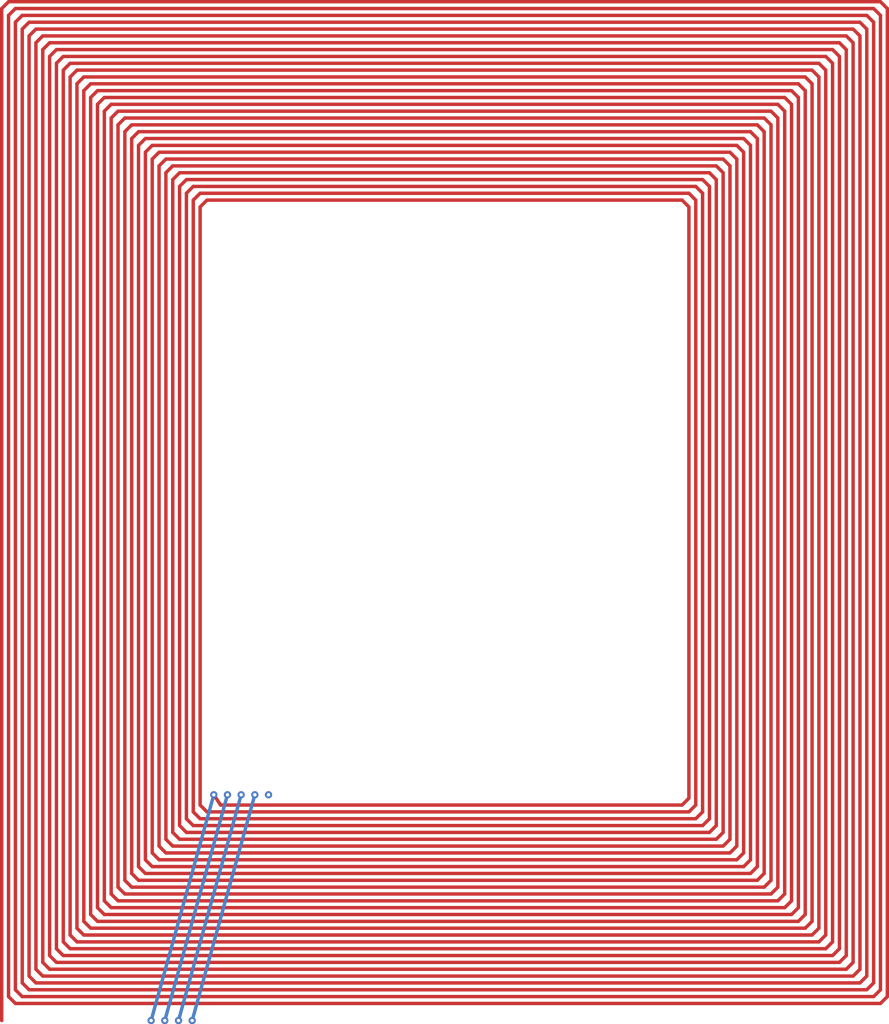
<source format=kicad_pcb>
(kicad_pcb (version 20211014) (generator pcbnew)

  (general
    (thickness 7.78)
  )

  (paper "A4")
  (layers
    (0 "F.Cu" signal)
    (1 "In1.Cu" signal)
    (2 "In2.Cu" signal)
    (3 "In3.Cu" signal)
    (4 "In4.Cu" signal)
    (31 "B.Cu" signal)
    (32 "B.Adhes" user "B.Adhesive")
    (33 "F.Adhes" user "F.Adhesive")
    (34 "B.Paste" user)
    (35 "F.Paste" user)
    (36 "B.SilkS" user "B.Silkscreen")
    (37 "F.SilkS" user "F.Silkscreen")
    (38 "B.Mask" user)
    (39 "F.Mask" user)
    (40 "Dwgs.User" user "User.Drawings")
    (41 "Cmts.User" user "User.Comments")
    (42 "Eco1.User" user "User.Eco1")
    (43 "Eco2.User" user "User.Eco2")
    (44 "Edge.Cuts" user)
    (45 "Margin" user)
    (46 "B.CrtYd" user "B.Courtyard")
    (47 "F.CrtYd" user "F.Courtyard")
    (48 "B.Fab" user)
    (49 "F.Fab" user)
    (50 "User.1" user)
    (51 "User.2" user)
    (52 "User.3" user)
    (53 "User.4" user)
    (54 "User.5" user)
    (55 "User.6" user)
    (56 "User.7" user)
    (57 "User.8" user)
    (58 "User.9" user)
  )

  (setup
    (stackup
      (layer "F.SilkS" (type "Top Silk Screen"))
      (layer "F.Paste" (type "Top Solder Paste"))
      (layer "F.Mask" (type "Top Solder Mask") (thickness 0.01))
      (layer "F.Cu" (type "copper") (thickness 0.035))
      (layer "dielectric 1" (type "core") (thickness 1.51) (material "FR4") (epsilon_r 4.5) (loss_tangent 0.02))
      (layer "In1.Cu" (type "copper") (thickness 0.035))
      (layer "dielectric 2" (type "prepreg") (thickness 1.51) (material "FR4") (epsilon_r 4.5) (loss_tangent 0.02))
      (layer "In2.Cu" (type "copper") (thickness 0.035))
      (layer "dielectric 3" (type "core") (thickness 1.51) (material "FR4") (epsilon_r 4.5) (loss_tangent 0.02))
      (layer "In3.Cu" (type "copper") (thickness 0.035))
      (layer "dielectric 4" (type "prepreg") (thickness 1.51) (material "FR4") (epsilon_r 4.5) (loss_tangent 0.02))
      (layer "In4.Cu" (type "copper") (thickness 0.035))
      (layer "dielectric 5" (type "core") (thickness 1.51) (material "FR4") (epsilon_r 4.5) (loss_tangent 0.02))
      (layer "B.Cu" (type "copper") (thickness 0.035))
      (layer "B.Mask" (type "Bottom Solder Mask") (thickness 0.01))
      (layer "B.Paste" (type "Bottom Solder Paste"))
      (layer "B.SilkS" (type "Bottom Silk Screen"))
      (copper_finish "None")
      (dielectric_constraints no)
    )
    (pad_to_mask_clearance 0)
    (pcbplotparams
      (layerselection 0x00010fc_ffffffff)
      (disableapertmacros false)
      (usegerberextensions false)
      (usegerberattributes true)
      (usegerberadvancedattributes true)
      (creategerberjobfile true)
      (svguseinch false)
      (svgprecision 6)
      (excludeedgelayer true)
      (plotframeref false)
      (viasonmask false)
      (mode 1)
      (useauxorigin false)
      (hpglpennumber 1)
      (hpglpenspeed 20)
      (hpglpendiameter 15.000000)
      (dxfpolygonmode true)
      (dxfimperialunits true)
      (dxfusepcbnewfont true)
      (psnegative false)
      (psa4output false)
      (plotreference true)
      (plotvalue true)
      (plotinvisibletext false)
      (sketchpadsonfab false)
      (subtractmaskfromsilk false)
      (outputformat 1)
      (mirror false)
      (drillshape 1)
      (scaleselection 1)
      (outputdirectory "")
    )
  )

  (net 0 "")

  (segment (start 215.148 63.464) (end 215.148 124.924) (width 0.306) (layer "F.Cu") (net 0) (tstamp 00a2addf-e325-41aa-90ce-bf7c1e68e968))
  (segment (start 162.852 62.24) (end 215.148 62.24) (width 0.306) (layer "F.Cu") (net 0) (tstamp 00d21467-5fce-4bc1-9f78-8ec2b7c95e47))
  (segment (start 167.748 121.864) (end 167.136 121.252) (width 0.306) (layer "F.Cu") (net 0) (tstamp 0212272c-57fd-4db8-95e6-37e341d2c45c))
  (segment (start 161.016 61.628) (end 161.628 61.016) (width 0.306) (layer "F.Cu") (net 0) (tstamp 03a30043-4d55-414c-90d3-631e871f2d54))
  (segment (start 156.732 132.879999) (end 156.12 132.267999) (width 0.306) (layer "F.Cu") (net 0) (tstamp 0476fbd3-2bfb-4cc7-811f-a309524b6d79))
  (segment (start 221.88 131.655999) (end 221.268 132.267999) (width 0.306) (layer "F.Cu") (net 0) (tstamp 04b6caa3-ded9-46ba-85f4-38e7374d23a3))
  (segment (start 225.552 51.836) (end 226.164 52.448) (width 0.306) (layer "F.Cu") (net 0) (tstamp 05508fca-4292-4b4f-a745-a72ac0cadc1c))
  (segment (start 216.983999 126.76) (end 216.372 127.372) (width 0.306) (layer "F.Cu") (net 0) (tstamp 063f7104-997c-4ba9-99e4-0730664368aa))
  (segment (start 211.476 67.136) (end 211.476 121.252) (width 0.306) (layer "F.Cu") (net 0) (tstamp 0915d310-8c4e-443b-aa19-b130896269d2))
  (segment (start 158.568 59.18) (end 159.18 58.568) (width 0.306) (layer "F.Cu") (net 0) (tstamp 0a55263a-b83d-4b62-b7ca-f6deadf840bc))
  (segment (start 216.984 127.984) (end 161.628 127.984) (width 0.306) (layer "F.Cu") (net 0) (tstamp 0aaae8f9-09cd-433d-9aa8-9fba25ee58dd))
  (segment (start 220.656 130.431999) (end 220.044 131.043999) (width 0.306) (layer "F.Cu") (net 0) (tstamp 0b6ac1b1-30f3-41d3-a527-90547fc9c6b8))
  (segment (start 217.596 127.372) (end 216.984 127.984) (width 0.306) (layer "F.Cu") (net 0) (tstamp 0b7cdcf9-305e-4a63-adb4-44632da8abb0))
  (segment (start 210.864 67.747999) (end 210.864 120.64) (width 0.306) (layer "F.Cu") (net 0) (tstamp 0be202ba-2353-4aca-99f3-6e301c7b69e5))
  (segment (start 156.12 56.732) (end 156.732 56.12) (width 0.306) (layer "F.Cu") (net 0) (tstamp 0f447537-7229-4ae7-9337-f4a65437ba09))
  (segment (start 153.672 54.284) (end 154.284 53.672) (width 0.306) (layer "F.Cu") (net 0) (tstamp 10232353-6da4-4f08-9f03-b94d4fef558f))
  (segment (start 221.268 131.043999) (end 220.656 131.655999) (width 0.306) (layer "F.Cu") (net 0) (tstamp 10b60727-220b-49d1-8a07-49dcfaca9b8b))
  (segment (start 161.628 62.24) (end 161.628 126.76) (width 0.306) (layer "F.Cu") (net 0) (tstamp 12355883-9620-4b85-9525-ba6ce1432fa7))
  (segment (start 156.732 57.344) (end 156.732 131.656) (width 0.306) (layer "F.Cu") (net 0) (tstamp 12a23645-6384-4a47-a1a3-f98a7c5c5930))
  (segment (start 156.12 55.508) (end 221.88 55.508) (width 0.306) (layer "F.Cu") (net 0) (tstamp 12e333e0-8e3a-405a-8b54-e108ac5a1459))
  (segment (start 228 137.775999) (end 227.388 138.387999) (width 0.306) (layer "F.Cu") (net 0) (tstamp 146063ea-f25c-4887-8e2f-fc3e3b62aa43))
  (segment (start 215.148 62.24) (end 215.76 62.852) (width 0.306) (layer "F.Cu") (net 0) (tstamp 15224c09-28eb-4d25-8ea2-9feb9405edfc))
  (segment (start 168.972 121.252) (end 168.36 120.334) (width 0.306) (layer "F.Cu") (net 0) (tstamp 15aadc3e-07ba-4127-b6b2-ef6d28a5afce))
  (segment (start 215.148 126.148) (end 163.464 126.148) (width 0.306) (layer "F.Cu") (net 0) (tstamp 17d27a7d-bb7b-4de6-b6fd-01e2e4f5a965))
  (segment (start 162.24 62.852) (end 162.852 62.24) (width 0.306) (layer "F.Cu") (net 0) (tstamp 18285286-563c-4609-b3a2-b738a254cdb6))
  (segment (start 153.06 53.672) (end 153.672 53.06) (width 0.306) (layer "F.Cu") (net 0) (tstamp 18c23783-42aa-4f0f-971b-dff9bdb22dcc))
  (segment (start 155.508 56.12) (end 156.12 55.508) (width 0.306) (layer "F.Cu") (net 0) (tstamp 1b960143-659f-42f9-aba7-602ddc6b3ad2))
  (segment (start 216.372 61.016) (end 216.983999 61.628) (width 0.306) (layer "F.Cu") (net 0) (tstamp 1bc087a4-f979-4921-8d0a-bc07e8ce2b9b))
  (segment (start 149.388 139) (end 149.388 140.53) (width 0.306) (layer "F.Cu") (net 0) (tstamp 1c75adf2-a807-4542-b5c7-20d62430bd80))
  (segment (start 217.596 61.016) (end 217.596 127.372) (width 0.306) (layer "F.Cu") (net 0) (tstamp 1d190c47-9a98-4009-b5ad-40069872cd12))
  (segment (start 150 49.388) (end 228 49.388) (width 0.306) (layer "F.Cu") (net 0) (tstamp 1e1e176f-5c06-4684-a739-d9912274f6fc))
  (segment (start 167.136 67.747999) (end 167.136 121.252) (width 0.306) (layer "F.Cu") (net 0) (tstamp 1e31741c-7b84-4fe4-826b-3dabfcfa9db2))
  (segment (start 151.835999 51.224) (end 226.164 51.224) (width 0.306) (layer "F.Cu") (net 0) (tstamp 1f31dc63-a3c7-4780-b010-1b283976ec1c))
  (segment (start 213.311999 65.3) (end 213.311999 123.088) (width 0.306) (layer "F.Cu") (net 0) (tstamp 1f46e493-98ee-4d7e-8777-563eb6cd0a85))
  (segment (start 226.164 137.164) (end 152.448 137.164) (width 0.306) (layer "F.Cu") (net 0) (tstamp 1fad3a3a-37ab-4746-bec7-d4bb22181820))
  (segment (start 213.311999 64.075999) (end 213.923999 64.687999) (width 0.306) (layer "F.Cu") (net 0) (tstamp 20fcdfa2-690b-41fe-8f78-b602627eda61))
  (segment (start 219.432 129.208) (end 218.82 129.82) (width 0.306) (layer "F.Cu") (net 0) (tstamp 21326698-32a3-483c-b02f-f4e831e7a029))
  (segment (start 226.164 51.224) (end 226.776 51.836) (width 0.306) (layer "F.Cu") (net 0) (tstamp 21e04060-b7fa-46f1-af58-721fabcc79d2))
  (segment (start 220.043999 58.568) (end 220.043999 129.819999) (width 0.306) (layer "F.Cu") (net 0) (tstamp 22839174-aa74-489c-93e1-e3049c012ebf))
  (segment (start 159.18 59.792) (end 159.18 129.208) (width 0.306) (layer "F.Cu") (net 0) (tstamp 229b9abf-44c6-4384-8dea-d26db17cc687))
  (segment (start 153.672 53.06) (end 224.328 53.06) (width 0.306) (layer "F.Cu") (net 0) (tstamp 23cbd81a-960b-4fcc-9b0b-1ec4f44ca965))
  (segment (start 166.524 67.136) (end 167.136 66.524) (width 0.306) (layer "F.Cu") (net 0) (tstamp 2503c17b-d660-4735-8d63-76d03cbe62cf))
  (segment (start 222.492 56.12) (end 222.492 132.267999) (width 0.306) (layer "F.Cu") (net 0) (tstamp 26e121e4-8664-4b83-8819-c4209e9c178f))
  (segment (start 224.94 52.448) (end 225.552 53.06) (width 0.306) (layer "F.Cu") (net 0) (tstamp 28f30abd-21bb-4ef9-a193-fa22c97f19e2))
  (segment (start 159.18 59.792) (end 159.792 59.18) (width 0.306) (layer "F.Cu") (net 0) (tstamp 2ba26bd3-708e-4a5e-8bf1-874ad24ecdd0))
  (segment (start 157.956 58.568) (end 158.567999 57.956) (width 0.306) (layer "F.Cu") (net 0) (tstamp 2bcbc3b1-6745-4ccc-a758-18aa00ae60ca))
  (segment (start 162.852 126.76) (end 162.24 126.148) (width 0.306) (layer "F.Cu") (net 0) (tstamp 2ca37901-2368-4113-975f-5924bd870166))
  (segment (start 222.492 54.896) (end 223.103999 55.508) (width 0.306) (layer "F.Cu") (net 0) (tstamp 2ea82196-811f-4a49-80c7-f2c22b781e38))
  (segment (start 167.136 66.524) (end 210.864 66.524) (width 0.306) (layer "F.Cu") (net 0) (tstamp 2fd4641d-0a3b-456b-8441-5806607b194c))
  (segment (start 150.612 51.224) (end 150.612 137.776) (width 0.306) (layer "F.Cu") (net 0) (tstamp 2ffacffc-a046-4666-bf81-6acb65bf8458))
  (segment (start 218.208 127.983999) (end 217.596 128.595999) (width 0.306) (layer "F.Cu") (net 0) (tstamp 3122a3b6-4be0-4668-ac5b-bb75ebec6a7a))
  (segment (start 227.387999 137.164) (end 226.775999 137.775999) (width 0.306) (layer "F.Cu") (net 0) (tstamp 33154210-cdf5-4456-807a-99d2844e6fc4))
  (segment (start 151.836 52.448) (end 152.448 51.836) (width 0.306) (layer "F.Cu") (net 0) (tstamp 332f4e39-cecc-40a7-bfc2-cb4fff21b7eb))
  (segment (start 164.076 63.464) (end 213.924 63.464) (width 0.306) (layer "F.Cu") (net 0) (tstamp 338244cd-e0fd-4faa-816b-c842304363c2))
  (segment (start 150.612 51.224) (end 151.224 50.612) (width 0.306) (layer "F.Cu") (net 0) (tstamp 33f3ba7b-ae00-4bc4-ac53-9042f2545ebe))
  (segment (start 167.136 122.476) (end 166.524 121.864) (width 0.306) (layer "F.Cu") (net 0) (tstamp 34092455-8785-496a-805d-8bcf7de1f837))
  (segment (start 220.044 57.344) (end 220.656 57.956) (width 0.306) (layer "F.Cu") (net 0) (tstamp 351fdf44-b646-49a5-804d-f425ba6de305))
  (segment (start 228 138.999999) (end 150.612 138.999999) (width 0.306) (layer "F.Cu") (net 0) (tstamp 35d1ec14-39d5-4fa8-b037-e971c9d48839))
  (segment (start 151.224 138.387999) (end 150.612 137.775999) (width 0.306) (layer "F.Cu") (net 0) (tstamp 35f90e91-c263-4e0e-a95b-caa10e6c5458))
  (segment (start 166.524 67.136) (end 166.524 121.864) (width 0.306) (layer "F.Cu") (net 0) (tstamp 3662253e-cb1a-4af6-b4f1-95d130301ca2))
  (segment (start 219.432 130.431999) (end 159.18 130.431999) (width 0.306) (layer "F.Cu") (net 0) (tstamp 374ae2ee-4caf-4827-b7f2-8a4b3f1b3bdc))
  (segment (start 149.388 50) (end 150 49.388) (width 0.306) (layer "F.Cu") (net 0) (tstamp 38413be7-0998-4ea3-b6b1-f869c93f0d7e))
  (segment (start 157.344 57.956) (end 157.344 131.044) (width 0.306) (layer "F.Cu") (net 0) (tstamp 39b11766-c7e3-4e75-977d-857eb4ef421e))
  (segment (start 221.268 57.344) (end 221.268 131.043999) (width 0.306) (layer "F.Cu") (net 0) (tstamp 3b8c85a7-3547-4a57-aa7b-85e36d5a41c9))
  (segment (start 226.776 136.552) (end 226.164 137.164) (width 0.306) (layer "F.Cu") (net 0) (tstamp 3d22bbd9-5743-4767-a792-30690dbe104f))
  (segment (start 157.956 131.655999) (end 157.344 131.043999) (width 0.306) (layer "F.Cu") (net 0) (tstamp 3d67fb95-3242-4d2c-9b7d-d5dee9753bab))
  (segment (start 166.524 65.912) (end 211.476 65.912) (width 0.306) (layer "F.Cu") (net 0) (tstamp 3d68b7a4-b022-4807-b0e2-47ad19149563))
  (segment (start 153.06 53.672) (end 153.06 135.328) (width 0.306) (layer "F.Cu") (net 0) (tstamp 3e471505-7271-4a57-9fff-46027bfc4881))
  (segment (start 226.164 52.448) (end 226.164 135.939999) (width 0.306) (layer "F.Cu") (net 0) (tstamp 3f0a2755-99da-4753-bc6d-cb6d564a8ad2))
  (segment (start 165.912 123.7) (end 165.3 123.088) (width 0.306) (layer "F.Cu") (net 0) (tstamp 3f3240b3-cc6d-4ab2-a119-5c87977993ec))
  (segment (start 219.432 57.956) (end 220.043999 58.568) (width 0.306) (layer "F.Cu") (net 0) (tstamp 406ea098-9c02-4018-9819-1ccc38d35859))
  (segment (start 214.536 62.852) (end 215.148 63.464) (width 0.306) (layer "F.Cu") (net 0) (tstamp 4140ebe6-a39e-4c3b-9974-546746c3e335))
  (segment (start 224.94 135.939999) (end 153.672 135.939999) (width 0.306) (layer "F.Cu") (net 0) (tstamp 468c8e80-5ced-4a63-9b8c-b8d4e4f1d256))
  (segment (start 211.476 122.476) (end 167.136 122.476) (width 0.306) (layer "F.Cu") (net 0) (tstamp 46c4b57c-f81d-40c4-81ce-ffdc09bd791d))
  (segment (start 224.328 53.06) (end 224.94 53.672) (width 0.306) (layer "F.Cu") (net 0) (tstamp 471ecf3c-f91b-41c1-a7d0-6abc0be54e10))
  (segment (start 163.464 126.148) (end 162.852 125.536) (width 0.306) (layer "F.Cu") (net 0) (tstamp 4908d9de-0743-4eed-9ad6-f594535d67fa))
  (segment (start 150.612 50) (end 227.388 50) (width 0.306) (layer "F.Cu") (net 0) (tstamp 4acc737c-c36b-4736-9ae5-5402f915ab8c))
  (segment (start 226.164 135.939999) (end 225.552 136.551999) (width 0.306) (layer "F.Cu") (net 0) (tstamp 4b3a07b0-2e94-4ed1-bed9-6f8551acd408))
  (segment (start 210.864 66.524) (end 211.476 67.136) (width 0.306) (layer "F.Cu") (net 0) (tstamp 4b3c1383-b2e6-4347-af60-b46698c21398))
  (segment (start 165.3 65.911999) (end 165.3 123.088) (width 0.306) (layer "F.Cu") (net 0) (tstamp 4cd88cb4-e055-4c62-a715-df79a92bf387))
  (segment (start 157.344 56.732) (end 220.656 56.732) (width 0.306) (layer "F.Cu") (net 0) (tstamp 4d6f3f4a-4a03-4832-84da-93ab65492dfd))
  (segment (start 212.088 65.3) (end 212.7 65.911999) (width 0.306) (layer "F.Cu") (net 0) (tstamp 4f265764-fc67-41bb-85d4-06c1b58da59a))
  (segment (start 223.103999 132.879999) (end 222.492 133.491999) (width 0.306) (layer "F.Cu") (net 0) (tstamp 4f73b910-8c3f-49f8-939f-d51e9958d030))
  (segment (start 155.508 56.12) (end 155.508 132.88) (width 0.306) (layer "F.Cu") (net 0) (tstamp 4f814389-a5c4-4aba-acfe-b3b2ce7c9116))
  (segment (start 217.596 128.595999) (end 161.016 128.595999) (width 0.306) (layer "F.Cu") (net 0) (tstamp 5038332c-d894-4b55-9601-e6a5d928e3f0))
  (segment (start 153.06 136.551999) (end 152.448 135.939999) (width 0.306) (layer "F.Cu") (net 0) (tstamp 5119d84f-0f73-4c13-a72b-5b93ffc8bb91))
  (segment (start 151.224 51.836) (end 151.224 137.164) (width 0.306) (layer "F.Cu") (net 0) (tstamp 514fb9c6-53d4-4f4b-9c4f-8751218728f1))
  (segment (start 152.448 137.164) (end 151.836 136.552) (width 0.306) (layer "F.Cu") (net 0) (tstamp 5304628d-41a6-44d5-80ce-b3b5b9e6612e))
  (segment (start 210.864 120.64) (end 210.252 121.252) (width 0.306) (layer "F.Cu") (net 0) (tstamp 53c3a786-b6a2-41a7-a9cd-b54408d06ecc))
  (segment (start 221.88 55.508) (end 222.492 56.12) (width 0.306) (layer "F.Cu") (net 0) (tstamp 542d3908-10ec-44f7-bc18-c374fa7049de))
  (segment (start 213.923999 123.7) (end 213.311999 124.312) (width 0.306) (layer "F.Cu") (net 0) (tstamp 55e9b1cc-34e2-4fa8-a3f2-f214649d10d9))
  (segment (start 155.508 134.103999) (end 154.896 133.491999) (width 0.306) (layer "F.Cu") (net 0) (tstamp 563b0ef0-e05c-43ee-a929-5a9bec70a740))
  (segment (start 226.775999 50.612) (end 227.387999 51.224) (width 0.306) (layer "F.Cu") (net 0) (tstamp 56a15369-7fd8-432c-ae2c-feff308f3c02))
  (segment (start 213.311999 123.088) (end 212.7 123.7) (width 0.306) (layer "F.Cu") (net 0) (tstamp 583b20e0-908d-40b9-bd00-11399f60a705))
  (segment (start 228 49.388) (end 228.612 50) (width 0.306) (layer "F.Cu") (net 0) (tstamp 58a4d801-6a5b-4b07-a01a-3ea350f7944c))
  (segment (start 212.7 122.476) (end 212.088 123.088) (width 0.306) (layer "F.Cu") (net 0) (tstamp 59156fd9-35b0-4722-860d-8cfbf8b40204))
  (segment (start 167.136 67.747999) (end 167.748 67.136) (width 0.306) (layer "F.Cu") (net 0) (tstamp 5bb66d45-daf1-4ddb-98dc-2c40ca197781))
  (segment (start 161.628 62.24) (end 162.239999 61.628) (width 0.306) (layer "F.Cu") (net 0) (tstamp 5c26eb58-c7d0-466d-8ea1-173861354100))
  (segment (start 226.776 51.836) (end 226.776 136.552) (width 0.306) (layer "F.Cu") (net 0) (tstamp 60458512-fd62-4043-8157-9836b7b63743))
  (segment (start 216.372 126.148) (end 215.76 126.76) (width 0.306) (layer "F.Cu") (net 0) (tstamp 6154c573-a484-4db3-9285-73e17d38925d))
  (segment (start 159.792 129.82) (end 159.18 129.208) (width 0.306) (layer "F.Cu") (net 0) (tstamp 61828b5a-e1bd-4e6e-b12f-a9b22bb9f332))
  (segment (start 220.656 57.956) (end 220.656 130.431999) (width 0.306) (layer "F.Cu") (net 0) (tstamp 652bc208-f8ee-4763-adb7-d82dd1387a1c))
  (segment (start 153.06 52.448) (end 224.94 52.448) (width 0.306) (layer "F.Cu") (net 0) (tstamp 6e063856-82d6-4530-bb9c-72db935a39a6))
  (segment (start 215.76 62.852) (end 215.76 125.536) (width 0.306) (layer "F.Cu") (net 0) (tstamp 6e4d601c-c91f-4017-ac0f-a66b305d44d7))
  (segment (start 215.76 61.628) (end 216.372 62.24) (width 0.306) (layer "F.Cu") (net 0) (tstamp 70930191-9823-409e-9c78-58f46d8a8d00))
  (segment (start 218.82 128.595999) (end 218.208 129.207999) (width 0.306) (layer "F.Cu") (net 0) (tstamp 71b03645-1771-4595-b6ab-6cabb23036a2))
  (segment (start 165.3 124.312) (end 164.688 123.7) (width 0.306) (layer "F.Cu") (net 0) (tstamp 72b3fd87-b524-4412-8333-31806effe839))
  (segment (start 154.284 54.896) (end 154.896 54.284) (width 0.306) (layer "F.Cu") (net 0) (tstamp 73ca5ad7-92c2-4396-a2fe-9e8c2a66eb3e))
  (segment (start 151.836 52.448) (end 151.836 136.552) (width 0.306) (layer "F.Cu") (net 0) (tstamp 7410ee18-057d-4251-a9f0-59c756c33cec))
  (segment (start 213.924 63.464) (end 214.536 64.075999) (width 0.306) (layer "F.Cu") (net 0) (tstamp 74d085bb-6a8f-4344-a01e-255657f9ec4c))
  (segment (start 220.656 131.655999) (end 157.956 131.655999) (width 0.306) (layer "F.Cu") (net 0) (tstamp 750e4ce6-1036-4772-bd61-de567958b191))
  (segment (start 223.104 134.103999) (end 155.508 134.103999) (width 0.306) (layer "F.Cu") (net 0) (tstamp 7527de90-ca2a-4144-a869-4680644688d9))
  (segment (start 162.852 63.464) (end 162.852 125.536) (width 0.306) (layer "F.Cu") (net 0) (tstamp 75ec5eb2-804c-451f-8b22-7480f617eab7))
  (segment (start 226.775999 137.775999) (end 151.836 137.775999) (width 0.306) (layer "F.Cu") (net 0) (tstamp 772acda6-a48f-4b42-8ab0-dbfff95b30ca))
  (segment (start 157.344 132.267999) (end 156.732 131.655999) (width 0.306) (layer "F.Cu") (net 0) (tstamp 77dfe156-4421-4fe0-9bc7-70479163c5d4))
  (segment (start 214.536 64.075999) (end 214.536 124.312) (width 0.306) (layer "F.Cu") (net 0) (tstamp 791de4b7-f4a2-4a0f-b2a3-bbd8d402e528))
  (segment (start 222.492 132.267999) (end 221.88 132.879999) (width 0.306) (layer "F.Cu") (net 0) (tstamp 7a483e25-f840-4be6-a4c5-bb902030c3e6))
  (segment (start 223.716 134.715999) (end 154.896 134.715999) (width 0.306) (layer "F.Cu") (net 0) (tstamp 7a4ac407-dee1-4657-a3e5-4c3e954a9e02))
  (segment (start 221.88 132.879999) (end 156.732 132.879999) (width 0.306) (layer "F.Cu") (net 0) (tstamp 7b199c3c-f006-4f03-8e8c-37b863da0cb6))
  (segment (start 227.388 138.387999) (end 151.224 138.387999) (width 0.306) (layer "F.Cu") (net 0) (tstamp 7b38f0b7-4813-426b-8967-2852ae7899c5))
  (segment (start 157.956 58.568) (end 157.956 130.431999) (width 0.306) (layer "F.Cu") (net 0) (tstamp 7baadf63-e544-44ef-b6ee-d3678386d61f))
  (segment (start 212.088 66.524) (end 212.088 121.864) (width 0.306) (layer "F.Cu") (net 0) (tstamp 7d441ec8-6f67-4ff9-893a-4a8509e1dd0e))
  (segment (start 158.567999 57.956) (end 219.432 57.956) (width 0.306) (layer "F.Cu") (net 0) (tstamp 7e2cb149-38c5-4ce1-8d47-0b34b4596434))
  (segment (start 157.956 57.344) (end 220.044 57.344) (width 0.306) (layer "F.Cu") (net 0) (tstamp 7fae1c25-813e-4333-8e5c-ad0a5542c43c))
  (segment (start 224.94 134.715999) (end 224.328 135.327999) (width 0.306) (layer "F.Cu") (net 0) (tstamp 802ba7bc-fe70-4b12-b35d-a708cd84ea02))
  (segment (start 223.716 53.672) (end 224.328 54.284) (width 0.306) (layer "F.Cu") (net 0) (tstamp 82b2edd5-fd81-49ec-9af0-c2ee7591abba))
  (segment (start 227.388 50) (end 228 50.612) (width 0.306) (layer "F.Cu") (net 0) (tstamp 82fa422b-416f-4ff5-8b43-0e417d78fcad))
  (segment (start 161.016 61.628) (end 161.016 127.372) (width 0.306) (layer "F.Cu") (net 0) (tstamp 83b208cb-2b39-4edf-97f8-fe13b8cfa383))
  (segment (start 156.732 56.12) (end 221.268 56.12) (width 0.306) (layer "F.Cu") (net 0) (tstamp 83cfdefa-23cf-426b-8b60-c11c7a8331e4))
  (segment (start 216.983999 61.628) (end 216.983999 126.76) (width 0.306) (layer "F.Cu") (net 0) (tstamp 844e642e-55e6-411f-b33a-7f585e31ff55))
  (segment (start 215.76 126.76) (end 162.852 126.76) (width 0.306) (layer "F.Cu") (net 0) (tstamp 888061f6-12c0-4453-ba42-77a8bfa88869))
  (segment (start 150.612 138.999999) (end 150 138.387999) (width 0.306) (layer "F.Cu") (net 0) (tstamp 8887afe7-46e8-418f-b65a-1df2c18576fa))
  (segment (start 154.896 55.508) (end 154.896 133.491999) (width 0.306) (layer "F.Cu") (net 0) (tstamp 8940f54c-9e83-4f5f-90ff-67bcc2304018))
  (segment (start 154.896 134.715999) (end 154.284 134.103999) (width 0.306) (layer "F.Cu") (net 0) (tstamp 895a46b7-761e-4ad5-b368-e8504fa609dd))
  (segment (start 156.732 57.344) (end 157.344 56.732) (width 0.306) (layer "F.Cu") (net 0) (tstamp 897be107-503f-4bf6-8e40-21d66f28e2bb))
  (segment (start 165.912 66.524) (end 166.524 65.912) (width 0.306) (layer "F.Cu") (net 0) (tstamp 8983ea4a-563e-4d61-93c3-26c6fd6f7bea))
  (segment (start 157.344 57.956) (end 157.956 57.344) (width 0.306) (layer "F.Cu") (net 0) (tstamp 89b7d9f0-1bed-4bf5-a637-03ba518241da))
  (segment (start 153.672 135.939999) (end 153.06 135.327999) (width 0.306) (layer "F.Cu") (net 0) (tstamp 8de28213-a73d-4cf7-878c-f71ae8d3cf0f))
  (segment (start 214.536 124.312) (end 213.924 124.924) (width 0.306) (layer "F.Cu") (net 0) (tstamp 8e9384b1-3381-4c2e-aec3-b330201fe3f4))
  (segment (start 159.792 60.404) (end 159.792 128.596) (width 0.306) (layer "F.Cu") (net 0) (tstamp 8f6edf2f-cb85-47eb-aaef-ae803cf894aa))
  (segment (start 213.923999 64.687999) (end 213.923999 123.7) (width 0.306) (layer "F.Cu") (net 0) (tstamp 91302d24-4fd2-4d82-bb62-83f7199bf642))
  (segment (start 165.912 66.524) (end 165.912 122.476) (width 0.306) (layer "F.Cu") (net 0) (tstamp 9250016d-ec67-4b0b-86b5-b2e48c365da3))
  (segment (start 210.252 121.252) (end 168.972 121.252) (width 0.306) (layer "F.Cu") (net 0) (tstamp 928ea3b4-30d7-45db-ba6d-0aaf68d061b0))
  (segment (start 154.284 135.327999) (end 153.672 134.715999) (width 0.306) (layer "F.Cu") (net 0) (tstamp 93333fff-f250-4986-b4a3-e0ff18f48c32))
  (segment (start 225.552 135.327999) (end 224.94 135.939999) (width 0.306) (layer "F.Cu") (net 0) (tstamp 9384b7fb-3bce-444a-b0e8-c17f95c60597))
  (segment (start 217.596 59.792) (end 218.208 60.404) (width 0.306) (layer "F.Cu") (net 0) (tstamp 945eddd9-5e26-42e2-8a66-e0ef6c4fe4c5))
  (segment (start 154.896 54.284) (end 223.104 54.284) (width 0.306) (layer "F.Cu") (net 0) (tstamp 94803570-cdc5-400c-9076-755b66caea9e))
  (segment (start 152.448 53.06) (end 153.06 52.448) (width 0.306) (layer "F.Cu") (net 0) (tstamp 9506471f-41c9-4091-b974-6c84affad2b5))
  (segment (start 154.896 55.508) (end 155.507999 54.896) (width 0.306) (layer "F.Cu") (net 0) (tstamp 958831c9-2d01-4b73-948f-9edfb12b183e))
  (segment (start 162.239999 61.628) (end 215.76 61.628) (width 0.306) (layer "F.Cu") (net 0) (tstamp 96bf3d26-8ef3-45fc-8f1a-487ac77539d4))
  (segment (start 216.372 62.24) (end 216.372 126.148) (width 0.306) (layer "F.Cu") (net 0) (tstamp 96c2eb5a-0cf4-406d-8947-3b59158974ff))
  (segment (start 223.716 133.491999) (end 223.104 134.103999) (width 0.306) (layer "F.Cu") (net 0) (tstamp 97043207-c0be-4146-a262-7b4922a158a6))
  (segment (start 160.404 59.792) (end 217.596 59.792) (width 0.306) (layer "F.Cu") (net 0) (tstamp 9770d694-aea5-45db-91e8-d21cf9616af9))
  (segment (start 220.656 56.732) (end 221.268 57.344) (width 0.306) (layer "F.Cu") (net 0) (tstamp 979fa8b8-970a-44fc-aebc-17d850f97711))
  (segment (start 225.552 136.551999) (end 153.06 136.551999) (width 0.306) (layer "F.Cu") (net 0) (tstamp 9808a6ad-a3c1-4237-a472-50262a65a0bf))
  (segment (start 158.568 59.18) (end 158.568 129.82) (width 0.306) (layer "F.Cu") (net 0) (tstamp 9959130f-83ad-4ffa-94af-e2c1a14fe217))
  (segment (start 218.208 59.18) (end 218.82 59.792) (width 0.306) (layer "F.Cu") (net 0) (tstamp 99f64a98-f684-4c87-993e-a34b10e383f9))
  (segment (start 164.688 64.075999) (end 213.311999 64.075999) (width 0.306) (layer "F.Cu") (net 0) (tstamp 9bcd1062-f9a8-4c62-b860-fbaba76459f6))
  (segment (start 165.912 65.3) (end 212.088 65.3) (width 0.306) (layer "F.Cu") (net 0) (tstamp 9bf2117e-ac06-4887-9c0b-cc719b535d27))
  (segment (start 164.076 64.687999) (end 164.688 64.075999) (width 0.306) (layer "F.Cu") (net 0) (tstamp 9c24efba-530f-4294-9ca3-ddfcb1a7d187))
  (segment (start 158.568 131.043999) (end 157.956 130.431999) (width 0.306) (layer "F.Cu") (net 0) (tstamp 9da5a716-8e78-4fb5-8fd4-06b104ca742e))
  (segment (start 216.984 60.404) (end 217.596 61.016) (width 0.306) (layer "F.Cu") (net 0) (tstamp 9dad00dd-cc40-40e5-a9ca-e5149ceb4f02))
  (segment (start 165.3 65.911999) (end 165.912 65.3) (width 0.306) (layer "F.Cu") (net 0) (tstamp 9e7af528-d7f4-4cd8-a1a6-2bd80fe5f3f4))
  (segment (start 166.524 123.088) (end 165.912 122.476) (width 0.306) (layer "F.Cu") (net 0) (tstamp 9edb1322-674c-4331-8ad3-53d4639b9b6b))
  (segment (start 220.043999 129.819999) (end 219.432 130.431999) (width 0.306) (layer "F.Cu") (net 0) (tstamp a03775f4-f579-457b-9c93-c210d6a2f268))
  (segment (start 162.24 62.852) (end 162.24 126.148) (width 0.306) (layer "F.Cu") (net 0) (tstamp a286c6f4-e15e-4d43-8efa-9f0835e5da3a))
  (segment (start 150 50.612) (end 150 138.388) (width 0.306) (layer "F.Cu") (net 0) (tstamp a36aeda8-61c6-4e29-a4fb-39f27072a3ad))
  (segment (start 164.688 65.3) (end 164.688 123.7) (width 0.306) (layer "F.Cu") (net 0) (tstamp a4bba617-014c-406c-b206-9ab303af550e))
  (segment (start 211.476 121.252) (end 210.864 121.864) (width 0.306) (layer "F.Cu") (net 0) (tstamp a4f953c6-d9a9-40e6-93bc-82f8edbd32da))
  (segment (start 151.224 50.612) (end 226.775999 50.612) (width 0.306) (layer "F.Cu") (net 0) (tstamp a56939d3-02cd-486d-b61e-50388b82ce80))
  (segment (start 222.492 133.491999) (end 156.12 133.491999) (width 0.306) (layer "F.Cu") (net 0) (tstamp a68dc7ad-e77e-40ba-8f91-296505e97e33))
  (segment (start 155.507999 54.896) (end 222.492 54.896) (width 0.306) (layer "F.Cu") (net 0) (tstamp aaa7a9d5-22bf-4e40-8e96-d37d29a9e6d4))
  (segment (start 159.18 58.568) (end 218.82 58.568) (width 0.306) (layer "F.Cu") (net 0) (tstamp abc53ea2-0721-4061-835c-553fa2bc1725))
  (segment (start 221.268 132.267999) (end 157.344 132.267999) (width 0.306) (layer "F.Cu") (net 0) (tstamp acdac0f7-8dcd-4a15-8868-8061ccdddf5c))
  (segment (start 220.044 131.043999) (end 158.568 131.043999) (width 0.306) (layer "F.Cu") (net 0) (tstamp ad2b4282-f818-476c-80ea-c969d1c160ad))
  (segment (start 159.792 59.18) (end 218.208 59.18) (width 0.306) (layer "F.Cu") (net 0) (tstamp ad2e02b9-1ed3-4fb0-86f1-7c8b5875a0d4))
  (segment (start 221.88 56.732) (end 221.88 131.655999) (width 0.306) (layer "F.Cu") (net 0) (tstamp af0bcffc-ee1f-4933-9647-bdb9a8b38d45))
  (segment (start 160.404 61.016) (end 161.016 60.404) (width 0.306) (layer "F.Cu") (net 0) (tstamp afa43950-1c9d-4964-b5eb-3b6b1df4c100))
  (segment (start 223.103999 55.508) (end 223.103999 132.879999) (width 0.306) (layer "F.Cu") (net 0) (tstamp affbc516-fc25-4525-8a57-190f4edd066b))
  (segment (start 224.328 134.103999) (end 223.716 134.715999) (width 0.306) (layer "F.Cu") (net 0) (tstamp b07f7340-2100-4685-976a-eca3a43713df))
  (segment (start 213.311999 124.312) (end 165.3 124.312) (width 0.306) (layer "F.Cu") (net 0) (tstamp b0e07988-41e0-463d-8fd1-e4a816a5dbd6))
  (segment (start 161.628 127.984) (end 161.016 127.372) (width 0.306) (layer "F.Cu") (net 0) (tstamp b4aba376-288e-4406-a06a-81c616570f82))
  (segment (start 153.672 54.284) (end 153.672 134.716) (width 0.306) (layer "F.Cu") (net 0) (tstamp b7f8a1f7-e89d-4b5c-8be4-618863cd6e01))
  (segment (start 212.7 64.688) (end 213.311999 65.3) (width 0.306) (layer "F.Cu") (net 0) (tstamp b8c54f29-2098-40f7-b546-ab253fff59bd))
  (segment (start 224.94 53.672) (end 224.94 134.715999) (width 0.306) (layer "F.Cu") (net 0) (tstamp b8e19b8f-ad48-4991-8d48-a776e583f363))
  (segment (start 154.284 54.896) (end 154.284 134.104) (width 0.306) (layer "F.Cu") (net 0) (tstamp b9ed10be-abc3-45bb-a5eb-e463833ee8bc))
  (segment (start 218.208 129.207999) (end 160.404 129.207999) (width 0.306) (layer "F.Cu") (net 0) (tstamp ba2fa871-b320-4c3f-a483-c497a3a571d9))
  (segment (start 212.088 121.864) (end 211.476 122.476) (width 0.306) (layer "F.Cu") (net 0) (tstamp ba47345b-3075-47af-85bb-3023c44f4660))
  (segment (start 211.476 65.912) (end 212.088 66.524) (width 0.306) (layer "F.Cu") (net 0) (tstamp ba612187-9808-46ca-8005-1be54b36b361))
  (segment (start 212.7 123.7) (end 165.912 123.7) (width 0.306) (layer "F.Cu") (net 0) (tstamp bc032c20-8d93-4c1e-a098-851ba49d9d24))
  (segment (start 224.328 54.284) (end 224.328 134.103999) (width 0.306) (layer "F.Cu") (net 0) (tstamp bd6ad934-f16f-48ef-9a64-2206f6c419a9))
  (segment (start 214.536 125.536) (end 164.076 125.536) (width 0.306) (layer "F.Cu") (net 0) (tstamp bfd1acee-b551-4947-977c-19f0a3a34c91))
  (segment (start 213.924 124.924) (end 164.688 124.924) (width 0.306) (layer "F.Cu") (net 0) (tstamp c154ddbc-f10a-47fa-bad5-ab96ae779127))
  (segment (start 160.404 129.207999) (end 159.792 128.595999) (width 0.306) (layer "F.Cu") (net 0) (tstamp c15be456-03e6-47ad-bac5-e9931d83462a))
  (segment (start 218.82 59.792) (end 218.82 128.595999) (width 0.306) (layer "F.Cu") (net 0) (tstamp c19b553b-da48-4771-a4e5-6f0e4ef4319f))
  (segment (start 219.432 59.18) (end 219.432 129.208) (width 0.306) (layer "F.Cu") (net 0) (tstamp c22b3586-d0a5-437c-814a-d94d4910f833))
  (segment (start 162.852 63.464) (end 163.464 62.852) (width 0.306) (layer "F.Cu") (net 0) (tstamp c411c6ee-2cd4-4ac3-9e82-22caffaa7906))
  (segment (start 216.372 127.372) (end 162.24 127.372) (width 0.306) (layer "F.Cu") (net 0) (tstamp c5b778cc-f22a-4cd5-b476-b82c6fb85e05))
  (segment (start 154.284 53.672) (end 223.716 53.672) (width 0.306) (layer "F.Cu") (net 0) (tstamp c78d426c-7778-4e3f-b2c1-f1118b45eab4))
  (segment (start 223.716 54.896) (end 223.716 133.491999) (width 0.306) (layer "F.Cu") (net 0) (tstamp c7f69660-801e-4ffc-a75c-fa5c1058241d))
  (segment (start 212.088 123.088) (end 166.524 123.088) (width 0.306) (layer "F.Cu") (net 0) (tstamp c81e1c4f-b069-4e09-8e4b-ab6ba9f31df6))
  (segment (start 161.016 128.595999) (end 160.404 127.983999) (width 0.306) (layer "F.Cu") (net 0) (tstamp c8be7fa2-d961-4918-beb8-24465a23d0b9))
  (segment (start 159.18 130.431999) (end 158.568 129.819999) (width 0.306) (layer "F.Cu") (net 0) (tstamp c8d93e2d-1551-4b4d-85d3-0f5fdc941e38))
  (segment (start 228.612 50) (end 228.612 138.387999) (width 0.306) (layer "F.Cu") (net 0) (tstamp c948e5c4-a1e9-4e44-9cc3-82beb7913e2c))
  (segment (start 164.076 125.536) (end 163.464 124.924) (width 0.306) (layer "F.Cu") (net 0) (tstamp cb835b96-1f9f-4fd9-be29-a1f9dd5af9fa))
  (segment (start 149.388 50) (end 149.388 139) (width 0.306) (layer "F.Cu") (net 0) (tstamp cc94c8f3-759c-4537-86d4-25acd9cb26a8))
  (segment (start 162.24 127.372) (end 161.628 126.76) (width 0.306) (layer "F.Cu") (net 0) (tstamp cdab1030-959d-4733-b6e1-411c3c49387b))
  (segment (start 221.268 56.12) (end 221.88 56.732) (width 0.306) (layer "F.Cu") (net 0) (tstamp cef91417-a388-4161-a132-48f9230f3651))
  (segment (start 164.076 64.687999) (end 164.076 124.312) (width 0.306) (layer "F.Cu") (net 0) (tstamp cefbcc67-de66-4534-9f9b-a4429ae11c7d))
  (segment (start 215.148 124.924) (end 214.536 125.536) (width 0.306) (layer "F.Cu") (net 0) (tstamp d0921732-46a9-4c45-a6ad-febb0e902df6))
  (segment (start 215.76 125.536) (end 215.148 126.148) (width 0.306) (layer "F.Cu") (net 0) (tstamp d2a36912-61a6-4bdc-a990-15bc20f5a3a7))
  (segment (start 218.82 129.82) (end 159.792 129.82) (width 0.306) (layer "F.Cu") (net 0) (tstamp d416d550-0f12-42df-951e-d7c70c1b2523))
  (segment (start 212.7 65.911999) (end 212.7 122.476) (width 0.306) (layer "F.Cu") (net 0) (tstamp d653553b-9130-4f67-b6fc-22f88f7dde08))
  (segment (start 159.792 60.404) (end 160.404 59.792) (width 0.306) (layer "F.Cu") (net 0) (tstamp d6c2ae24-b2bb-43e1-8ee5-92d27540497d))
  (segment (start 164.688 124.924) (end 164.076 124.312) (width 0.306) (layer "F.Cu") (net 0) (tstamp d84faf50-ef4a-44eb-9493-40ed0342272c))
  (segment (start 227.387999 51.224) (end 227.387999 137.164) (width 0.306) (layer "F.Cu") (net 0) (tstamp d9bc0f5d-9949-405b-93bd-f86fa39bae06))
  (segment (start 152.448 51.836) (end 225.552 51.836) (width 0.306) (layer "F.Cu") (net 0) (tstamp dc5c1c66-8fbb-439f-b1c7-2f52be1185ab))
  (segment (start 210.252 67.136) (end 210.864 67.747999) (width 0.306) (layer "F.Cu") (net 0) (tstamp dca0a097-1117-4776-b2d9-bc35dbfabfdd))
  (segment (start 161.628 61.016) (end 216.372 61.016) (width 0.306) (layer "F.Cu") (net 0) (tstamp dd36daab-b3e7-47d1-accc-9dfc707a81ef))
  (segment (start 218.208 60.404) (end 218.208 127.983999) (width 0.306) (layer "F.Cu") (net 0) (tstamp dd8c4b0e-7fda-4b7b-929e-1111ef3e508d))
  (segment (start 160.404 61.016) (end 160.404 127.984) (width 0.306) (layer "F.Cu") (net 0) (tstamp ddbbf60a-9776-4641-939f-0e6ea61ceb7b))
  (segment (start 225.552 53.06) (end 225.552 135.327999) (width 0.306) (layer "F.Cu") (net 0) (tstamp df722f73-6e2a-4d6f-9d75-28279f5baebf))
  (segment (start 218.82 58.568) (end 219.432 59.18) (width 0.306) (layer "F.Cu") (net 0) (tstamp dfa35f68-4b75-4bab-8cf0-45bd1efc5122))
  (segment (start 151.836 137.775999) (end 151.224 137.164) (width 0.306) (layer "F.Cu") (net 0) (tstamp e0ee30f8-7363-41c4-96e4-0da1d145197a))
  (segment (start 167.748 67.136) (end 210.252 67.136) (width 0.306) (layer "F.Cu") (net 0) (tstamp e326fc3a-5794-4ad1-8c97-02ebf694d0bd))
  (segment (start 223.104 54.284) (end 223.716 54.896) (width 0.306) (layer "F.Cu") (net 0) (tstamp e3c8b615-0c11-43c9-9c72-2cf0c96dddb8))
  (segment (start 228.612 138.387999) (end 228 138.999999) (width 0.306) (layer "F.Cu") (net 0) (tstamp e50f2361-9a18-46b0-86c0-5042fc0ec720))
  (segment (start 151.224 51.836) (end 151.835999 51.224) (width 0.306) (layer "F.Cu") (net 0) (tstamp ec59a186-8135-4799-b82f-3e76988f1769))
  (segment (start 150 50.612) (end 150.612 50) (width 0.306) (layer "F.Cu") (net 0) (tstamp ec7012d5-a300-4a9f-b931-09a9f3c9c333))
  (segment (start 165.299999 64.688) (end 212.7 64.688) (width 0.306) (layer "F.Cu") (net 0) (tstamp ed77b6c7-f536-474e-ae53-8b53ed6c8b3c))
  (segment (start 224.328 135.327999) (end 154.284 135.327999) (width 0.306) (layer "F.Cu") (net 0) (tstamp ee447102-773e-4fcb-a75f-e94a074f045f))
  (segment (start 161.016 60.404) (end 216.984 60.404) (width 0.306) (layer "F.Cu") (net 0) (tstamp efda7c98-c613-4275-9846-25ab388ba820))
  (segment (start 156.12 56.732) (end 156.12 132.268) (width 0.306) (layer "F.Cu") (net 0) (tstamp f25b6d07-2141-4021-93f4-e563b040292c))
  (segment (start 163.464 64.075999) (end 163.464 124.924) (width 0.306) (layer "F.Cu") (net 0) (tstamp f27c656a-e128-46be-8b4f-84d7a5d60427))
  (segment (start 152.448 53.06) (end 152.448 135.94) (width 0.306) (layer "F.Cu") (net 0) (tstamp f31b3f5a-4134-468b-9242-7d781f8a4782))
  (segment (start 210.864 121.864) (end 167.748 121.864) (width 0.306) (layer "F.Cu") (net 0) (tstamp f370b53c-5539-427a-9fa0-7ed956433185))
  (segment (start 164.688 65.3) (end 165.299999 64.688) (width 0.306) (layer "F.Cu") (net 0) (tstamp f6d6b18e-8b06-4e27-a3b6-5443e2fac594))
  (segment (start 163.464 64.075999) (end 164.076 63.464) (width 0.306) (layer "F.Cu") (net 0) (tstamp f990dc98-8288-4817-9985-d32ec5aff2b2))
  (segment (start 228 50.612) (end 228 137.775999) (width 0.306) (layer "F.Cu") (net 0) (tstamp fbd3a49b-79cc-4e24-842b-93dfd83ce6fa))
  (segment (start 163.464 62.852) (end 214.536 62.852) (width 0.306) (layer "F.Cu") (net 0) (tstamp fc602b5e-b99f-4335-92b5-57ac7752b0ed))
  (segment (start 156.12 133.491999) (end 155.508 132.879999) (width 0.306) (layer "F.Cu") (net 0) (tstamp fe2a1480-ac73-4e56-9b18-fca6438b3fcb))
  (via (at 170.808 120.334) (size 0.65) (drill 0.3) (layers "F.Cu" "B.Cu") (net 0) (tstamp 27914619-0418-4988-b5fb-b5acede39455))
  (via (at 173.256 120.334) (size 0.65) (drill 0.3) (layers "F.Cu" "B.Cu") (net 0) (tstamp 2be57e6a-a1f9-43e3-868c-f0b33e421122))
  (via (at 163.978 140.53) (size 0.65) (drill 0.3) (layers "F.Cu" "B.Cu") (net 0) (tstamp 4dbf6c88-de33-4611-8875-71604399f231))
  (via (at 172.032 120.334) (size 0.65) (drill 0.3) (layers "F.Cu" "B.Cu") (net 0) (tstamp 67a7d086-e83c-42d0-b97d-9072e64b79ef))
  (via (at 169.584 120.334) (size 0.65) (drill 0.3) (layers "F.Cu" "B.Cu") (net 0) (tstamp 7d2bcd8d-60bc-4475-b036-066cb18a2780))
  (via (at 168.36 120.334) (size 0.65) (drill 0.3) (layers "F.Cu" "B.Cu") (net 0) (tstamp 95c0982e-fd55-4f9b-afc9-841882c2e8f1))
  (via (at 162.754 140.53) (size 0.65) (drill 0.3) (layers "F.Cu" "B.Cu") (net 0) (tstamp d50bd344-d723-4ace-962c-9e3c8b1fafa8))
  (via (at 166.426 140.53) (size 0.65) (drill 0.3) (layers "F.Cu" "B.Cu") (net 0) (tstamp e006783f-c693-482b-8642-e004ee78c92d))
  (via (at 165.202 140.53) (size 0.65) (drill 0.3) (layers "F.Cu" "B.Cu") (net 0) (tstamp f39333ea-be08-47b9-9066-ed512e72766a))
  (segment (start 159.18 58.568) (end 218.82 58.568) (width 0.306) (layer "In1.Cu") (net 0) (tstamp 02b2160b-5877-4b40-9542-445f548a3447))
  (segment (start 212.088 121.864) (end 211.476 122.476) (width 0.306) (layer "In1.Cu") (net 0) (tstamp 0374118f-d099-4899-9485-c2a3b9559a66))
  (segment (start 167.748 121.864) (end 167.136 121.252) (width 0.306) (layer "In1.Cu") (net 0) (tstamp 04797ef6-ff60-44d0-b55a-3448a2be9a6e))
  (segment (start 213.311999 65.3) (end 213.311999 123.088) (width 0.306) (layer "In1.Cu") (net 0) (tstamp 054c6783-e0bf-4af5-b45e-3aae2f4b9b27))
  (segment (start 227.387999 137.164) (end 226.775999 137.775999) (width 0.306) (layer "In1.Cu") (net 0) (tstamp 05f85fb7-898e-4384-b0b4-e47c56e12999))
  (segment (start 149.388 139) (end 150 139.612) (width 0.306) (layer "In1.Cu") (net 0) (tstamp 062aba40-27d3-4164-b4d8-44c9c79a9fc8))
  (segment (start 156.732 56.12) (end 221.268 56.12) (width 0.306) (layer "In1.Cu") (net 0) (tstamp 079e18c9-c9d4-4305-a6ca-9f1fa04a497f))
  (segment (start 212.088 123.088) (end 166.524 123.088) (width 0.306) (layer "In1.Cu") (net 0) (tstamp 082823f2-fc47-4a9b-88bf-4ca22c6bdfff))
  (segment (start 215.148 126.148) (end 163.464 126.148) (width 0.306) (layer "In1.Cu") (net 0) (tstamp 08bbe9c4-2b83-4114-8dba-90ddc2418c48))
  (segment (start 218.82 128.595999) (end 218.208 129.207999) (width 0.306) (layer "In1.Cu") (net 0) (tstamp 08f34915-4504-4a6a-a4fc-0173741519c7))
  (segment (start 158.567999 57.956) (end 219.432 57.956) (width 0.306) (layer "In1.Cu") (net 0) (tstamp 08f7a3ad-5077-43af-9b9d-fc2fabf8bf29))
  (segment (start 212.088 65.3) (end 212.7 65.911999) (width 0.306) (layer "In1.Cu") (net 0) (tstamp 096a8fed-a25d-4d42-9487-8e17049b2a1a))
  (segment (start 162.852 62.24) (end 215.148 62.24) (width 0.306) (layer "In1.Cu") (net 0) (tstamp 0b7aabbf-987f-4ef1-ae89-9b21904f21ee))
  (segment (start 151.836 137.775999) (end 151.224 137.164) (width 0.306) (layer "In1.Cu") (net 0) (tstamp 0bcda278-cb25-418d-a4f5-67d7594f6e8a))
  (segment (start 216.372 127.372) (end 162.24 127.372) (width 0.306) (layer "In1.Cu") (net 0) (tstamp 0de76d4f-a122-4e61-b08d-459260a7fc2e))
  (segment (start 213.311999 123.088) (end 212.7 123.7) (width 0.306) (layer "In1.Cu") (net 0) (tstamp 1044a7de-51f9-49b8-aa3d-312d580fb3bb))
  (segment (start 213.311999 64.075999) (end 213.923999 64.687999) (width 0.306) (layer "In1.Cu") (net 0) (tstamp 10e5beb0-0b7e-4f76-b608-82d38e7e4194))
  (segment (start 212.7 123.7) (end 165.912 123.7) (width 0.306) (layer "In1.Cu") (net 0) (tstamp 10eff3a9-3836-468f-8501-bf0c7d21b7b8))
  (segment (start 213.923999 64.687999) (end 213.923999 123.7) (width 0.306) (layer "In1.Cu") (net 0) (tstamp 12d42522-6362-44ad-9a6e-e78f6ce07732))
  (segment (start 222.492 56.12) (end 222.492 132.267999) (width 0.306) (layer "In1.Cu") (net 0) (tstamp 140b4965-59d5-4382-a0fa-6a40d8bf9eb0))
  (segment (start 150 50.612) (end 150.612 50) (width 0.306) (layer "In1.Cu") (net 0) (tstamp 149e2d29-64da-4aa5-b8e8-5ccb96e6fc1c))
  (segment (start 219.432 130.431999) (end 159.18 130.431999) (width 0.306) (layer "In1.Cu") (net 0) (tstamp 1733ad58-4233-40b7-be74-01a0c950c209))
  (segment (start 221.88 55.508) (end 222.492 56.12) (width 0.306) (layer "In1.Cu") (net 0) (tstamp 19a65646-6a03-4a1b-b91e-470f719a9e48))
  (segment (start 216.983999 126.76) (end 216.372 127.372) (width 0.306) (layer "In1.Cu") (net 0) (tstamp 19aa724c-f475-4f88-a863-fcd393718c28))
  (segment (start 150 49.388) (end 228 49.388) (width 0.306) (layer "In1.Cu") (net 0) (tstamp 1abca016-9c51-40c6-858f-a91cd57469c5))
  (segment (start 161.628 62.24) (end 161.628 126.76) (width 0.306) (layer "In1.Cu") (net 0) (tstamp 1b24f70d-6b49-4133-a2c1-80ec6cbe046e))
  (segment (start 150.612 138.999999) (end 150 138.387999) (width 0.306) (layer "In1.Cu") (net 0) (tstamp 1b476134-8a73-4d88-bb60-75e34b074c4d))
  (segment (start 223.104 134.103999) (end 155.508 134.103999) (width 0.306) (layer "In1.Cu") (net 0) (tstamp 1d0bbbd1-749d-466c-a943-0177d397cfc2))
  (segment (start 151.224 51.836) (end 151.835999 51.224) (width 0.306) (layer "In1.Cu") (net 0) (tstamp 1d9a4d2b-978d-4526-8733-5f4db9e0a7a1))
  (segment (start 223.103999 132.879999) (end 222.492 133.491999) (width 0.306) (layer "In1.Cu") (net 0) (tstamp 1e29eb8f-eae0-428e-afd0-d009a7d5f265))
  (segment (start 218.82 58.568) (end 219.432 59.18) (width 0.306) (layer "In1.Cu") (net 0) (tstamp 1e4e931d-3410-4c6d-b754-50a0440e3a44))
  (segment (start 150.612 51.224) (end 151.224 50.612) (width 0.306) (layer "In1.Cu") (net 0) (tstamp 1f7456af-2180-4a05-ade4-198dc4a5213e))
  (segment (start 164.076 64.687999) (end 164.076 124.312) (width 0.306) (layer "In1.Cu") (net 0) (tstamp 209ab3da-f17d-4fec-9a88-9a66a4127908))
  (segment (start 152.448 53.06) (end 153.06 52.448) (width 0.306) (layer "In1.Cu") (net 0) (tstamp 222c85c0-f422-4179-9d1a-d97c454d373a))
  (segment (start 227.388 138.387999) (end 151.224 138.387999) (width 0.306) (layer "In1.Cu") (net 0) (tstamp 23f2e406-8bf1-4c4b-89b3-cb798af9cf4d))
  (segment (start 158.568 59.18) (end 159.18 58.568) (width 0.306) (layer "In1.Cu") (net 0) (tstamp 23f92f23-7a43-4597-bc8f-e141792eb2ca))
  (segment (start 224.94 52.448) (end 225.552 53.06) (width 0.306) (layer "In1.Cu") (net 0) (tstamp 251e1177-9548-4ac2-90ee-5164e7221af5))
  (segment (start 226.776 51.836) (end 226.776 136.552) (width 0.306) (layer "In1.Cu") (net 0) (tstamp 255e953f-cd9c-466f-85dd-f8cb6f14f1f7))
  (segment (start 217.596 128.595999) (end 161.016 128.595999) (width 0.306) (layer "In1.Cu") (net 0) (tstamp 25e82627-3339-4d81-a63f-3d3f48531bec))
  (segment (start 165.299999 64.688) (end 212.7 64.688) (width 0.306) (layer "In1.Cu") (net 0) (tstamp 2635dfb4-f08a-47bb-8eba-644faa6e6407))
  (segment (start 222.492 54.896) (end 223.103999 55.508) (width 0.306) (layer "In1.Cu") (net 0) (tstamp 2849f4ef-346e-4822-8301-7761f7605bb7))
  (segment (start 218.82 59.792) (end 218.82 128.595999) (width 0.306) (layer "In1.Cu") (net 0) (tstamp 288b7d7a-5e7f-4888-8055-0f94d1974661))
  (segment (start 218.208 60.404) (end 218.208 127.983999) (width 0.306) (layer "In1.Cu") (net 0) (tstamp 297667d0-526c-482a-8d39-5a1121da8890))
  (segment (start 221.88 131.655999) (end 221.268 132.267999) (width 0.306) (layer "In1.Cu") (net 0) (tstamp 2dd0b177-9c69-435f-91b6-ddd50401b2c3))
  (segment (start 154.284 54.896) (end 154.896 54.284) (width 0.306) (layer "In1.Cu") (net 0) (tstamp 2e15cd4b-7a67-434e-9cce-d0c395f51298))
  (segment (start 226.164 135.939999) (end 225.552 136.551999) (width 0.306) (layer "In1.Cu") (net 0) (tstamp 2f96c8b0-05ae-48ae-aa02-3a8312afd836))
  (segment (start 164.076 125.536) (end 163.464 124.924) (width 0.306) (layer "In1.Cu") (net 0) (tstamp 30676958-3695-49ea-af20-c835ad2b8c48))
  (segment (start 226.164 137.164) (end 152.448 137.164) (width 0.306) (layer "In1.Cu") (net 0) (tstamp 31a7a856-8236-4931-96dd-53de6add604d))
  (segment (start 164.688 64.075999) (end 213.311999 64.075999) (width 0.306) (layer "In1.Cu") (net 0) (tstamp 31dc80d4-5d32-477d-956e-ab979a5df94a))
  (segment (start 151.224 51.836) (end 151.224 137.164) (width 0.306) (layer "In1.Cu") (net 0) (tstamp 32a26667-b28a-42f7-807f-9ef080dcc9e3))
  (segment (start 151.836 52.448) (end 152.448 51.836) (width 0.306) (layer "In1.Cu") (net 0) (tstamp 32c79b21-e26f-4af3-9465-191743be655b))
  (segment (start 223.104 54.284) (end 223.716 54.896) (width 0.306) (layer "In1.Cu") (net 0) (tstamp 3659ef84-5852-4dfc-b749-b0d763c4be09))
  (segment (start 155.508 134.103999) (end 154.896 133.491999) (width 0.306) (layer "In1.Cu") (net 0) (tstamp 370b47f5-120a-4200-bd32-f3fbd53884ea))
  (segment (start 150.612 51.224) (end 150.612 137.776) (width 0.306) (layer "In1.Cu") (net 0) (tstamp 373bcdf6-f8b3-4cee-b103-d67516888110))
  (segment (start 216.984 127.984) (end 161.628 127.984) (width 0.306) (layer "In1.Cu") (net 0) (tstamp 38734384-f464-4352-a882-d7951814fb09))
  (segment (start 215.148 63.464) (end 215.148 124.924) (width 0.306) (layer "In1.Cu") (net 0) (tstamp 39cbaa58-cb3b-4ebd-b516-3dc9492f1d3a))
  (segment (start 210.252 67.136) (end 210.864 67.747999) (width 0.306) (layer "In1.Cu") (net 0) (tstamp 39ed1e57-afc9-4b4f-a1af-4dddc96de6bb))
  (segment (start 214.536 125.536) (end 164.076 125.536) (width 0.306) (layer "In1.Cu") (net 0) (tstamp 3ad4c7c1-a667-488a-9e0e-87ac181df284))
  (segment (start 162.24 62.852) (end 162.24 126.148) (width 0.306) (layer "In1.Cu") (net 0) (tstamp 3b96bec2-a677-4a81-b64e-6823c7ac9998))
  (segment (start 158.568 131.043999) (end 157.956 130.431999) (width 0.306) (layer "In1.Cu") (net 0) (tstamp 3d6ba0eb-fb8f-4e3b-a441-f3c050d7318a))
  (segment (start 151.224 138.387999) (end 150.612 137.775999) (width 0.306) (layer "In1.Cu") (net 0) (tstamp 3f2a3909-eab9-4c92-b0f6-b514ec0b825c))
  (segment (start 220.656 56.732) (end 221.268 57.344) (width 0.306) (layer "In1.Cu") (net 0) (tstamp 4068bd65-9d11-407e-9278-284d320e8763))
  (segment (start 161.016 61.628) (end 161.016 127.372) (width 0.306) (layer "In1.Cu") (net 0) (tstamp 42b2e868-9bef-4d6f-bfd9-e4f9922e41d4))
  (segment (start 221.88 132.879999) (end 156.732 132.879999) (width 0.306) (layer "In1.Cu") (net 0) (tstamp 430c128b-b292-44d9-8ce3-599f5a5ccb4f))
  (segment (start 220.044 57.344) (end 220.656 57.956) (width 0.306) (layer "In1.Cu") (net 0) (tstamp 4483c4fc-2e24-4a2f-9c34-cd84023f95d4))
  (segment (start 225.552 135.327999) (end 224.94 135.939999) (width 0.306) (layer "In1.Cu") (net 0) (tstamp 44c2d404-51f4-41f2-b267-ffb3d2994c9c))
  (segment (start 218.208 129.207999) (end 160.404 129.207999) (width 0.306) (layer "In1.Cu") (net 0) (tstamp 4567916e-7257-46ce-882e-04da37e30df6))
  (segment (start 165.912 123.7) (end 165.3 123.088) (width 0.306) (layer "In1.Cu") (net 0) (tstamp 456fbbc9-4cd6-4264-a2b1-3aa1371894ee))
  (segment (start 153.06 52.448) (end 224.94 52.448) (width 0.306) (layer "In1.Cu") (net 0) (tstamp 4754ca86-de29-45e6-9a8a-8b4f0f2e4a16))
  (segment (start 155.507999 54.896) (end 222.492 54.896) (width 0.306) (layer "In1.Cu") (net 0) (tstamp 4774173f-d5d0-422f-8ac0-8b078fe0cb9a))
  (segment (start 165.912 65.3) (end 212.088 65.3) (width 0.306) (layer "In1.Cu") (net 0) (tstamp 48fd4f44-9e3d-4341-9f14-ac6473156a72))
  (segment (start 216.372 126.148) (end 215.76 126.76) (width 0.306) (layer "In1.Cu") (net 0) (tstamp 4a59f63b-eab6-49c6-89b5-859e80ffbcf8))
  (segment (start 159.792 60.404) (end 160.404 59.792) (width 0.306) (layer "In1.Cu") (net 0) (tstamp 4b70f6ab-a187-4c9c-8560-0d37b14b8736))
  (segment (start 215.76 62.852) (end 215.76 125.536) (width 0.306) (layer "In1.Cu") (net 0) (tstamp 4b7f0e2b-164e-4d63-8633-3868f2c87f4a))
  (segment (start 212.7 64.688) (end 213.311999 65.3) (width 0.306) (layer "In1.Cu") (net 0) (tstamp 4e5e27e6-3cce-462c-91e1-c63453b4a72e))
  (segment (start 210.864 66.524) (end 211.476 67.136) (width 0.306) (layer "In1.Cu") (net 0) (tstamp 4e946f09-1aef-4f77-b95c-6ed28092629f))
  (segment (start 161.016 60.404) (end 216.984 60.404) (width 0.306) (layer "In1.Cu") (net 0) (tstamp 5030ae7e-2f5b-4cf1-9634-7732f3b91834))
  (segment (start 224.94 134.715999) (end 224.328 135.327999) (width 0.306) (layer "In1.Cu") (net 0) (tstamp 508c6440-d8ae-499d-b756-fed5b1837a34))
  (segment (start 153.06 53.672) (end 153.06 135.328) (width 0.306) (layer "In1.Cu") (net 0) (tstamp 51c92c98-0502-4817-8aa4-2183043d3fc8))
  (segment (start 156.12 133.491999) (end 155.508 132.879999) (width 0.306) (layer "In1.Cu") (net 0) (tstamp 5298dde6-4d59-47b3-84c5-af4ba114a499))
  (segment (start 223.716 53.672) (end 224.328 54.284) (width 0.306) (layer "In1.Cu") (net 0) (tstamp 538a6e83-9afc-4cfc-934b-5ae14625927f))
  (segment (start 157.344 57.956) (end 157.956 57.344) (width 0.306) (layer "In1.Cu") (net 0) (tstamp 54593213-57b1-40c6-bcde-d0ca9adf59b2))
  (segment (start 153.672 54.284) (end 153.672 134.716) (width 0.306) (layer "In1.Cu") (net 0) (tstamp 54bbe97c-00cc-4042-8b70-f9ab98e92e14))
  (segment (start 217.596 59.792) (end 218.208 60.404) (width 0.306) (layer "In1.Cu") (net 0) (tstamp 56e19f8a-d748-4d12-ac45-5b8fbb636379))
  (segment (start 221.268 132.267999) (end 157.344 132.267999) (width 0.306) (layer "In1.Cu") (net 0) (tstamp 57d1b31d-35e0-458b-a048-fe2739ca5695))
  (segment (start 162.24 127.372) (end 161.628 126.76) (width 0.306) (layer "In1.Cu") (net 0) (tstamp 586a9d4c-366c-4677-8387-2fcda5fb9341))
  (segment (start 162.239999 61.628) (end 215.76 61.628) (width 0.306) (layer "In1.Cu") (net 0) (tstamp 58a0a777-2cd2-474b-9bb4-09e61f7f95a8))
  (segment (start 167.136 66.524) (end 210.864 66.524) (width 0.306) (layer "In1.Cu") (net 0) (tstamp 59ea7b27-8df6-45e7-9551-58e38e2956ae))
  (segment (start 212.7 122.476) (end 212.088 123.088) (width 0.306) (layer "In1.Cu") (net 0) (tstamp 5a5f1a15-a41e-44f0-91dc-f3f8b02f0e70))
  (segment (start 215.76 126.76) (end 162.852 126.76) (width 0.306) (layer "In1.Cu") (net 0) (tstamp 5b43529f-6735-4dfe-9341-8cffae1b8818))
  (segment (start 163.464 62.852) (end 214.536 62.852) (width 0.306) (layer "In1.Cu") (net 0) (tstamp 5be8fd7e-dbf0-421e-9b68-e500937b307d))
  (segment (start 162.852 63.464) (end 162.852 125.536) (width 0.306) (layer "In1.Cu") (net 0) (tstamp 5e55fefe-34bf-46ae-a748-1e701b0b361b))
  (segment (start 220.656 131.655999) (end 157.956 131.655999) (width 0.306) (layer "In1.Cu") (net 0) (tstamp 6033585e-ca49-42ea-b617-425b36017be5))
  (segment (start 224.94 135.939999) (end 153.672 135.939999) (width 0.306) (layer "In1.Cu") (net 0) (tstamp 60654892-edc1-410b-82a3-e90c2b3e5d7d))
  (segment (start 220.043999 129.819999) (end 219.432 130.431999) (width 0.306) (layer "In1.Cu") (net 0) (tstamp 60ac276e-4fed-46d4-88fa-53293bad6ec4))
  (segment (start 164.076 64.687999) (end 164.688 64.075999) (width 0.306) (layer "In1.Cu") (net 0) (tstamp 623409d4-7e55-481d-9c0f-e9a7dc2a999c))
  (segment (start 166.524 65.912) (end 211.476 65.912) (width 0.306) (layer "In1.Cu") (net 0) (tstamp 63b75d9a-5421-460a-96e9-5f35dcc4c868))
  (segment (start 150 139.612) (end 161.836 139.612) (width 0.306) (layer "In1.Cu") (net 0) (tstamp 63fcec2e-4cab-4705-9a49-6b704a0355bf))
  (segment (start 154.896 54.284) (end 223.104 54.284) (width 0.306) (layer "In1.Cu") (net 0) (tstamp 6485d46a-2395-4f94-9f51-9b2bc294526f))
  (segment (start 214.536 124.312) (end 213.924 124.924) (width 0.306) (layer "In1.Cu") (net 0) (tstamp 64e6f62f-5d1b-48a9-8bb4-3d7990731959))
  (segment (start 226.776 136.552) (end 226.164 137.164) (width 0.306) (layer "In1.Cu") (net 0) (tstamp 65426782-6c0f-4995-aa86-cb1a15cf275c))
  (segment (start 162.852 63.464) (end 163.464 62.852) (width 0.306) (layer "In1.Cu") (net 0) (tstamp 65f0da24-3e11-4c04-be5e-f18ba7a10af1))
  (segment (start 212.7 65.911999) (end 212.7 122.476) (width 0.306) (layer "In1.Cu") (net 0) (tstamp 689c886e-941d-4b32-ae5c-ca4a107b239b))
  (segment (start 165.3 65.911999) (end 165.3 123.088) (width 0.306) (layer "In1.Cu") (net 0) (tstamp 68ace2f3-adaf-457c-bd0a-c1dd08197769))
  (segment (start 158.568 59.18) (end 158.568 129.82) (width 0.306) (layer "In1.Cu") (net 0) (tstamp 68ad5dfb-ef93-46a1-a600-7c1718f750b6))
  (segment (start 159.18 130.431999) (end 158.568 129.819999) (width 0.306) (layer "In1.Cu") (net 0) (tstamp 69358ed1-85b1-43a9-94df-be969cf9f851))
  (segment (start 220.043999 58.568) (end 220.043999 129.819999) (width 0.306) (layer "In1.Cu") (net 0) (tstamp 6956a118-edb6-42aa-84cf-9cfc2f55dc0d))
  (segment (start 211.476 67.136) (end 211.476 121.252) (width 0.306) (layer "In1.Cu") (net 0) (tstamp 6b53a11c-578e-44b6-8a52-5d12f3380b9f))
  (segment (start 153.06 136.551999) (end 152.448 135.939999) (width 0.306) (layer "In1.Cu") (net 0) (tstamp 6c807484-b1b4-4a23-aec8-35ec58f17b81))
  (segment (start 167.136 67.747999) (end 167.136 121.252) (width 0.306) (layer "In1.Cu") (net 0) (tstamp 6e7c27e8-b2ca-41de-bebe-333f5320278e))
  (segment (start 210.864 120.64) (end 210.252 121.252) (width 0.306) (layer "In1.Cu") (net 0) (tstamp 727ec8c2-3ddb-412f-9952-b769bb18c6cb))
  (segment (start 161.836 139.612) (end 162.754 140.53) (width 0.306) (layer "In1.Cu") (net 0) (tstamp 759bab45-254b-4c8c-9baf-dd5ae38fae85))
  (segment (start 217.596 127.372) (end 216.984 127.984) (width 0.306) (layer "In1.Cu") (net 0) (tstamp 790c4759-4623-45b6-a8d1-1b2d7cf093d3))
  (segment (start 159.792 59.18) (end 218.208 59.18) (width 0.306) (layer "In1.Cu") (net 0) (tstamp 7a744102-8be4-4881-81bc-2e2665de5797))
  (segment (start 170.196 121.252) (end 169.584 120.334) (width 0.306) (layer "In1.Cu") (net 0) (tstamp 7c3b7162-e03b-49b4-b7bc-c512c62f1b4c))
  (segment (start 164.076 63.464) (end 213.924 63.464) (width 0.306) (layer "In1.Cu") (net 0) (tstamp 7dbe7ad1-20f9-488d-94ef-44b054e268f3))
  (segment (start 226.164 51.224) (end 226.776 51.836) (width 0.306) (layer "In1.Cu") (net 0) (tstamp 7e6316a2-0cbe-4201-bd84-69ad4023f578))
  (segment (start 228.612 138.387999) (end 228 138.999999) (width 0.306) (layer "In1.Cu") (net 0) (tstamp 80b8d393-8f03-4a0e-a7c8-1b49382b261a))
  (segment (start 223.716 133.491999) (end 223.104 134.103999) (width 0.306) (layer "In1.Cu") (net 0) (tstamp 8632fd0c-b465-4c3b-a87f-e4a847459129))
  (segment (start 154.284 53.672) (end 223.716 53.672) (width 0.306) (layer "In1.Cu") (net 0) (tstamp 86abab33-997b-4aba-bc5e-53a77646cc5a))
  (segment (start 226.164 52.448) (end 226.164 135.939999) (width 0.306) (layer "In1.Cu") (net 0) (tstamp 86c71cc1-6798-4f01-b06d-d9e1ef33e1e8))
  (segment (start 165.3 124.312) (end 164.688 123.7) (width 0.306) (layer "In1.Cu") (net 0) (tstamp 883716f8-aeb6-4473-bdec-ab5b84a59318))
  (segment (start 154.896 134.715999) (end 154.284 134.103999) (width 0.306) (layer "In1.Cu") (net 0) (tstamp 884a97d0-acce-405c-b7e1-69a3edbbc909))
  (segment (start 224.328 53.06) (end 224.94 53.672) (width 0.306) (layer "In1.Cu") (net 0) (tstamp 88d2e041-0faf-46da-9c89-71c84dfb2e37))
  (segment (start 221.268 57.344) (end 221.268 131.043999) (width 0.306) (layer "In1.Cu") (net 0) (tstamp 8cf87d3a-c204-487d-8a67-1f0a51644467))
  (segment (start 216.983999 61.628) (end 216.983999 126.76) (width 0.306) (layer "In1.Cu") (net 0) (tstamp 8ee156b6-9742-4e7d-9435-5e207ce27bac))
  (segment (start 153.06 53.672) (end 153.672 53.06) (width 0.306) (layer "In1.Cu") (net 0) (tstamp 8f3c39df-88c6-431d-b12a-0b64ebe99dbd))
  (segment (start 218.208 127.983999) (end 217.596 128.595999) (width 0.306) (layer "In1.Cu") (net 0) (tstamp 9093620a-eb1d-47f0-9b5a-578972a724ca))
  (segment (start 213.311999 124.312) (end 165.3 124.312) (width 0.306) (layer "In1.Cu") (net 0) (tstamp 90a754de-d322-437c-9ecf-ae29ff108ea2))
  (segment (start 159.792 60.404) (end 159.792 128.596) (width 0.306) (layer "In1.Cu") (net 0) (tstamp 90b0b534-1fe5-47d8-ab6f-6494516394f4))
  (segment (start 155.508 56.12) (end 156.12 55.508) (width 0.306) (layer "In1.Cu") (net 0) (tstamp 92b0734d-4996-4bc6-9074-d4127f822aa8))
  (segment (start 213.924 63.464) (end 214.536 64.075999) (width 0.306) (layer "In1.Cu") (net 0) (tstamp 93216448-bf78-45f4-977d-c7ca62f7e7d9))
  (segment (start 224.328 135.327999) (end 154.284 135.327999) (width 0.306) (layer "In1.Cu") (net 0) (tstamp 94546ffd-db1a-4942-bdd8-49df40d6c772))
  (segment (start 154.896 55.508) (end 154.896 133.491999) (width 0.306) (layer "In1.Cu") (net 0) (tstamp 95833394-f0fb-4cbc-81b2-a67904956110))
  (segment (start 216.372 62.24) (end 216.372 126.148) (width 0.306) (layer "In1.Cu") (net 0) (tstamp 968812eb-06ea-49f8-b029-3d127b935f4f))
  (segment (start 228 138.999999) (end 150.612 138.999999) (width 0.306) (layer "In1.Cu") (net 0) (tstamp 97e67602-820c-48d0-a421-31883a7a445e))
  (segment (start 153.672 54.284) (end 154.284 53.672) (width 0.306) (layer "In1.Cu") (net 0) (tstamp 995379ce-b391-4717-a64b-6ebca1e6feee))
  (segment (start 220.044 131.043999) (end 158.568 131.043999) (width 0.306) (layer "In1.Cu") (net 0) (tstamp 99e5848b-0389-43bf-89b8-904330e74b8b))
  (segment (start 216.372 61.016) (end 216.983999 61.628) (width 0.306) (layer "In1.Cu") (net 0) (tstamp 9ab1a8cb-8530-49a1-9e62-2f9839d494f6))
  (segment (start 157.344 56.732) (end 220.656 56.732) (width 0.306) (layer "In1.Cu") (net 0) (tstamp 9afef239-afb7-49f7-a7e6-66e1feb3d455))
  (segment (start 159.792 129.82) (end 159.18 129.208) (width 0.306) (layer "In1.Cu") (net 0) (tstamp 9b24f142-dd31-4648-9d63-3259ccc78854))
  (segment (start 159.18 59.792) (end 159.18 129.208) (width 0.306) (layer "In1.Cu") (net 0) (tstamp 9b76a2e6-61a6-421b-96b9-7102dd18f70b))
  (segment (start 159.18 59.792) (end 159.792 59.18) (width 0.306) (layer "In1.Cu") (net 0) (tstamp 9bd911d0-1ffb-4734-9704-63af3cac8213))
  (segment (start 210.252 121.252) (end 170.196 121.252) (width 0.306) (layer "In1.Cu") (net 0) (tstamp 9c5018f5-719b-4632-b8c9-160390fc7588))
  (segment (start 163.464 126.148) (end 162.852 125.536) (width 0.306) (layer "In1.Cu") (net 0) (tstamp 9c8fbb70-0886-4b75-a64f-17d87ab2ce91))
  (segment (start 161.628 62.24) (end 162.239999 61.628) (width 0.306) (layer "In1.Cu") (net 0) (tstamp 9ff78b4d-e578-4e62-8141-236f4ff36e20))
  (segment (start 165.3 65.911999) (end 165.912 65.3) (width 0.306) (layer "In1.Cu") (net 0) (tstamp a058a712-2cbd-4b2d-b846-b74ecd9ab910))
  (segment (start 218.208 59.18) (end 218.82 59.792) (width 0.306) (layer "In1.Cu") (net 0) (tstamp a17d8a62-6a2f-4c4b-ae57-c2e991ddc4e8))
  (segment (start 160.404 59.792) (end 217.596 59.792) (width 0.306) (layer "In1.Cu") (net 0) (tstamp a17df779-f5b3-4d60-a816-52c70a43590d))
  (segment (start 228 49.388) (end 228.612 50) (width 0.306) (layer "In1.Cu") (net 0) (tstamp a6b1d521-479e-420f-bc12-780debdfad98))
  (segment (start 156.732 132.879999) (end 156.12 132.267999) (width 0.306) (layer "In1.Cu") (net 0) (tstamp a7743106-40b8-477f-b5b6-f90166b41c14))
  (segment (start 152.448 51.836) (end 225.552 51.836) (width 0.306) (layer "In1.Cu") (net 0) (tstamp a7b5fd6a-bd98-405c-82d4-6bef6b8805da))
  (segment (start 213.923999 123.7) (end 213.311999 124.312) (width 0.306) (layer "In1.Cu") (net 0) (tstamp a7e6cec8-953c-4938-87ec-a45b30032d83))
  (segment (start 228 50.612) (end 228 137.775999) (width 0.306) (layer "In1.Cu") (net 0) (tstamp a99f7717-2782-43b8-9f64-1a8101d78303))
  (segment (start 160.404 61.016) (end 160.404 127.984) (width 0.306) (layer "In1.Cu") (net 0) (tstamp aa3e10e4-d54c-44e2-a56f-31dbd6d632e3))
  (segment (start 224.328 134.103999) (end 223.716 134.715999) (width 0.306) (layer "In1.Cu") (net 0) (tstamp ab4fd616-9a8d-4abe-90c1-897be318f886))
  (segment (start 225.552 53.06) (end 225.552 135.327999) (width 0.306) (layer "In1.Cu") (net 0) (tstamp ac5e721d-059c-43d8-a456-15b84604985c))
  (segment (start 165.912 66.524) (end 165.912 122.476) (width 0.306) (layer "In1.Cu") (net 0) (tstamp ac7c547e-277a-4ae6-b58a-db38b9274381))
  (segment (start 222.492 133.491999) (end 156.12 133.491999) (width 0.306) (layer "In1.Cu") (net 0) (tstamp ae0cc226-9d8a-4641-badd-9ebf07ad00bc))
  (segment (start 152.448 137.164) (end 151.836 136.552) (width 0.306) (layer "In1.Cu") (net 0) (tstamp af44d44f-ce26-434d-b426-77ddad8907c8))
  (segment (start 157.956 58.568) (end 157.956 130.431999) (width 0.306) (layer "In1.Cu") (net 0) (tstamp af83bb0d-bc29-42f7-9e0c-9f8f3c1e9c15))
  (segment (start 219.432 129.208) (end 218.82 129.82) (width 0.306) (layer "In1.Cu") (net 0) (tstamp b149eaca-fa89-44f6-9c16-3b3994f51355))
  (segment (start 220.656 130.431999) (end 220.044 131.043999) (width 0.306) (layer "In1.Cu") (net 0) (tstamp b1db4e52-d418-48bd-aefa-786c2ce00c48))
  (segment (start 156.12 56.732) (end 156.12 132.268) (width 0.306) (layer "In1.Cu") (net 0) (tstamp b1e2c70c-0d11-48af-87cb-99803add973a))
  (segment (start 213.924 124.924) (end 164.688 124.924) (width 0.306) (layer "In1.Cu") (net 0) (tstamp b4c2ab0a-6a68-4aec-97fc-41ffd9519581))
  (segment (start 225.552 51.836) (end 226.164 52.448) (width 0.306) (layer "In1.Cu") (net 0) (tstamp b587779e-4855-4939-a11a-ea00297814a6))
  (segment (start 154.896 55.508) (end 155.507999 54.896) (width 0.306) (layer "In1.Cu") (net 0) (tstamp b5975163-0570-42f0-9494-33655477057b))
  (segment (start 156.12 55.508) (end 221.88 55.508) (width 0.306) (layer "In1.Cu") (net 0) (tstamp b5a2c62b-1969-4d0b-adf2-37587668f0cd))
  (segment (start 211.476 121.252) (end 210.864 121.864) (width 0.306) (layer "In1.Cu") (net 0) (tstamp b65ace08-eb92-4f24-bbd6-55a3d9548ba2))
  (segment (start 214.536 64.075999) (end 214.536 124.312) (width 0.306) (layer "In1.Cu") (net 0) (tstamp b681fd32-01dd-46d9-9af9-41ac30f9902d))
  (segment (start 167.136 122.476) (end 166.524 121.864) (width 0.306) (layer "In1.Cu") (net 0) (tstamp b70e8759-f946-4288-b35c-e68e6c753536))
  (segment (start 157.956 58.568) (end 158.567999 57.956) (width 0.306) (layer "In1.Cu") (net 0) (tstamp b8263e32-8046-4cef-8f3d-a205ce4dea94))
  (segment (start 151.835999 51.224) (end 226.164 51.224) (width 0.306) (layer "In1.Cu") (net 0) (tstamp b91f7b49-79e4-4dff-98bf-db7049f614d6))
  (segment (start 164.688 65.3) (end 164.688 123.7) (width 0.306) (layer "In1.Cu") (net 0) (tstamp baa1716d-96c6-4085-b436-044e81385e8b))
  (segment (start 161.016 61.628) (end 161.628 61.016) (width 0.306) (layer "In1.Cu") (net 0) (tstamp bb7cfd19-8fb5-4fc3-96b5-3cda1ae45941))
  (segment (start 163.464 64.075999) (end 163.464 124.924) (width 0.306) (layer "In1.Cu") (net 0) (tstamp bcfc6636-0880-47ec-a033-1ec482df3c73))
  (segment (start 224.94 53.672) (end 224.94 134.715999) (width 0.306) (layer "In1.Cu") (net 0) (tstamp bd491caf-c71d-437e-adfe-d1463a002624))
  (segment (start 228 137.775999) (end 227.388 138.387999) (width 0.306) (layer "In1.Cu") (net 0) (tstamp c0150484-953a-4d91-a9b2-d55e4106d3c3))
  (segment (start 154.284 135.327999) (end 153.672 134.715999) (width 0.306) (layer "In1.Cu") (net 0) (tstamp c0c9727c-1b9e-4f24-8dce-eea194e22bb6))
  (segment (start 166.524 67.136) (end 167.136 66.524) (width 0.306) (layer "In1.Cu") (net 0) (tstamp c0e6f184-a1f0-4174-b44b-133bd057416c))
  (segment (start 164.688 124.924) (end 164.076 124.312) (width 0.306) (layer "In1.Cu") (net 0) (tstamp c191f574-21db-40be-8745-b13f20bd9b88))
  (segment (start 215.76 125.536) (end 215.148 126.148) (width 0.306) (layer "In1.Cu") (net 0) (tstamp c285e293-4483-4fb5-a96d-78a847b9c228))
  (segment (start 220.656 57.956) (end 220.656 130.431999) (width 0.306) (layer "In1.Cu") (net 0) (tstamp c29023eb-845b-4bd4-a210-d31aa86b7452))
  (segment (start 162.852 126.76) (end 162.24 126.148) (width 0.306) (layer "In1.Cu") (net 0) (tstamp c2aca26a-7900-45b4-97f3-8454428fb43a))
  (segment (start 223.716 54.896) (end 223.716 133.491999) (width 0.306) (layer "In1.Cu") (net 0) (tstamp c4f30219-5c28-453f-8ebe-efe54fb77fba))
  (segment (start 157.344 57.956) (end 157.344 131.044) (width 0.306) (layer "In1.Cu") (net 0) (tstamp c5684a78-520c-4072-9e93-919998dc0124))
  (segment (start 216.984 60.404) (end 217.596 61.016) (width 0.306) (layer "In1.Cu") (net 0) (tstamp c852586d-f0d0-49dd-9d7d-9af480b9ffad))
  (segment (start 226.775999 137.775999) (end 151.836 137.775999) (width 0.306) (layer "In1.Cu") (net 0) (tstamp c90b05e5-8eb0-48aa-a357-34d278da5800))
  (segment (start 215.148 124.924) (end 214.536 125.536) (width 0.306) (layer "In1.Cu") (net 0) (tstamp cb6c8e0e-8bb8-4050-8bb0-aae3d5a4b403))
  (segment (start 221.268 131.043999) (end 220.656 131.655999) (width 0.306) (layer "In1.Cu") (net 0) (tstamp cb7d8ad8-86f5-41f5-9d22-c6016a90173d))
  (segment (start 165.912 66.524) (end 166.524 65.912) (width 0.306) (layer "In1.Cu") (net 0) (tstamp cd09a865-fb8a-451a-b420-f8e5c22e3ca7))
  (segment (start 228.612 50) (end 228.612 138.387999) (width 0.306) (layer "In1.Cu") (net 0) (tstamp cdb81aed-7c45-4a33-a272-6836f4353351))
  (segment (start 154.284 54.896) (end 154.284 134.104) (width 0.306) (layer "In1.Cu") (net 0) (tstamp ce2dbdf1-9b12-441b-960c-3f26c1ec0bd9))
  (segment (start 223.103999 55.508) (end 223.103999 132.879999) (width 0.306) (layer "In1.Cu") (net 0) (tstamp ceadc344-4560-46c3-9fb1-15c08c9aa733))
  (segment (start 150.612 50) (end 227.388 50) (width 0.306) (layer "In1.Cu") (net 0) (tstamp d0282cf1-2a3a-44b7-b7b6-d02f23e23c0a))
  (segment (start 167.136 67.747999) (end 167.748 67.136) (width 0.306) (layer "In1.Cu") (net 0) (tstamp d04a7dfc-2916-427d-bd73-1933af55e9fa))
  (segment (start 221.268 56.12) (end 221.88 56.732) (width 0.306) (layer "In1.Cu") (net 0) (tstamp d0c6edf0-5cfa-40c2-80c4-87e18906890f))
  (segment (start 152.448 53.06) (end 152.448 135.94) (width 0.306) (layer "In1.Cu") (net 0) (tstamp d2e033ec-f954-4ff9-849c-76ace5c4df1b))
  (segment (start 225.552 136.551999) (end 153.06 136.551999) (width 0.306) (layer "In1.Cu") (net 0) (tstamp d3b361d9-c29c-4611-a697-6a359101754b))
  (segment (start 219.432 59.18) (end 219.432 129.208) (width 0.306) (layer "In1.Cu") (net 0) (tstamp d3d1ea27-3444-43f2-87fb-5419f447f77d))
  (segment (start 167.748 67.136) (end 210.252 67.136) (width 0.306) (layer "In1.Cu") (net 0) (tstamp d56e483a-06c8-4cf4-941c-ecd19c8e0d96))
  (segment (start 161.016 128.595999) (end 160.404 127.983999) (width 0.306) (layer "In1.Cu") (net 0) (tstamp d7331b57-3b8e-4163-869e-97239566404a))
  (segment (start 212.088 66.524) (end 212.088 121.864) (width 0.306) (layer "In1.Cu") (net 0) (tstamp d7583e56-3b79-43e4-803c-59dba6964e9c))
  (segment (start 156.732 57.344) (end 156.732 131.656) (width 0.306) (layer "In1.Cu") (net 0) (tstamp d7d76bb2-119c-4f38-a826-ea9941c471c3))
  (segment (start 151.224 50.612) (end 226.775999 50.612) (width 0.306) (layer "In1.Cu") (net 0) (tstamp d8a190cb-64ba-49b5-850c-4502da632025))
  (segment (start 156.732 57.344) (end 157.344 56.732) (width 0.306) (layer "In1.Cu") (net 0) (tstamp da4b9aaa-109e-4186-8080-92b850304f50))
  (segment (start 166.524 67.136) (end 166.524 121.864) (width 0.306) (layer "In1.Cu") (net 0) (tstamp defe6214-3da2-417f-aec1-82b7dfa27b16))
  (segment (start 150 50.612) (end 150 138.388) (width 0.306) (layer "In1.Cu") (net 0) (tstamp df952188-0dcf-4cf7-8236-d7bd7acc286d))
  (segment (start 155.508 56.12) (end 155.508 132.88) (width 0.306) (layer "In1.Cu") (net 0) (tstamp e213615d-0219-40d7-ac21-7be3866c1e0e))
  (segment (start 153.672 135.939999) (end 153.06 135.327999) (width 0.306) (layer "In1.Cu") (net 0) (tstamp e327c8b9-e019-488e-9a41-1942e08e2cb9))
  (segment (start 157.344 132.267999) (end 156.732 131.655999) (width 0.306) (layer "In1.Cu") (net 0) (tstamp e558760a-0a4d-4064-9c34-b06b417f212d))
  (segment (start 151.836 52.448) (end 151.836 136.552) (width 0.306) (layer "In1.Cu") (net 0) (tstamp e72d1479-dda2-48a3-a7f5-048723b79757))
  (segment (start 160.404 129.207999) (end 159.792 128.595999) (width 0.306) (layer "In1.Cu") (net 0) (tstamp e7b7050d-5795-49a2-936b-bd0ef66f85bd))
  (segment (start 214.536 62.852) (end 215.148 63.464) (width 0.306) (layer "In1.Cu") (net 0) (tstamp e7e82a14-ee6a-451e-ac1a-764ab74fe20f))
  (segment (start 210.864 121.864) (end 167.748 121.864) (width 0.306) (layer "In1.Cu") (net 0) (tstamp e8613b7d-20c8-4d9e-a975-02227d65b158))
  (segment (start 166.524 123.088) (end 165.912 122.476) (width 0.306) (layer "In1.Cu") (net 0) (tstamp e9004c7e-39d2-498e-bd8a-cf4cd3da6f68))
  (segment (start 162.24 62.852) (end 162.852 62.24) (width 0.306) (layer "In1.Cu") (net 0) (tstamp e9b74261-4d8a-484a-9b79-4f843814088d))
  (segment (start 222.492 132.267999) (end 221.88 132.879999) (width 0.306) (layer "In1.Cu") (net 0) (tstamp e9b84e5b-7266-4b24-bcc6-2abaaf1b8886))
  (segment (start 224.328 54.284) (end 224.328 134.103999) (width 0.306) (layer "In1.Cu") (net 0) (tstamp ea7717dc-72dd-4a4a-8e34-f8217c7ae69f))
  (segment (start 160.404 61.016) (end 161.016 60.404) (width 0.306) (layer "In1.Cu") (net 0) (tstamp ea93dc05-dbb0-4290-b465-c7f6f4bf5039))
  (segment (start 156.12 56.732) (end 156.732 56.12) (width 0.306) (layer "In1.Cu") (net 0) (tstamp eb051c1e-ad6a-42f3-bf6b-998d62510d30))
  (segment (start 215.148 62.24) (end 215.76 62.852) (width 0.306) (layer "In1.Cu") (net 0) (tstamp eb40ff8a-8409-4b8d-b3fb-45d9ad0bdf15))
  (segment (start 163.464 64.075999) (end 164.076 63.464) (width 0.306) (layer "In1.Cu") (net 0) (tstamp ebd18be6-4680-47a0-9405-cc8e10b80920))
  (segment (start 217.596 61.016) (end 217.596 127.372) (width 0.306) (layer "In1.Cu") (net 0) (tstamp ec8f15e3-da06-49c3-b2d3-87d0331269cf))
  (segment (start 227.387999 51.224) (end 227.387999 137.164) (width 0.306) (layer "In1.Cu") (net 0) (tstamp edf0e0fb-d0a5-4c12-a392-51fe3e0eeff8))
  (segment (start 157.956 57.344) (end 220.044 57.344) (width 0.306) (layer "In1.Cu") (net 0) (tstamp ee06700d-5f1c-4345-af1e-e284915e1d0d))
  (segment (start 221.88 56.732) (end 221.88 131.655999) (width 0.306) (layer "In1.Cu") (net 0) (tstamp ef245ffd-c57f-4dd2-bf6f-ae054c278cdb))
  (segment (start 210.864 67.747999) (end 210.864 120.64) (width 0.306) (layer "In1.Cu") (net 0) (tstamp f1421f25-ab17-4ae8-9637-67b2847bc21b))
  (segment (start 161.628 61.016) (end 216.372 61.016) (width 0.306) (layer "In1.Cu") (net 0) (tstamp f272d695-422a-4eb3-9533-3fc18fc5fbc2))
  (segment (start 153.672 53.06) (end 224.328 53.06) (width 0.306) (layer "In1.Cu") (net 0) (tstamp f2816335-48a1-4f16-86cf-616e88d3f839))
  (segment (start 149.388 50) (end 150 49.388) (width 0.306) (layer "In1.Cu") (net 0) (tstamp f2d90fd4-333f-4ec3-a3c8-5edca0cd75a4))
  (segment (start 157.956 131.655999) (end 157.344 131.043999) (width 0.306) (layer "In1.Cu") (net 0) (tstamp f3dbdec4-5e4a-4db1-bdfb-8ca25bf23287))
  (segment (start 223.716 134.715999) (end 154.896 134.715999) (width 0.306) (layer "In1.Cu") (net 0) (tstamp f6195fba-0251-4921-a55f-d61246dab6d5))
  (segment (start 218.82 129.82) (end 159.792 129.82) (width 0.306) (layer "In1.Cu") (net 0) (tstamp f6919806-1f18-4f8c-b806-fe9d262a32c4))
  (segment (start 149.388 50) (end 149.388 139) (width 0.306) (layer "In1.Cu") (net 0) (tstamp f9673618-d8ea-483d-aa08-03ff3e0f35a8))
  (segment (start 164.688 65.3) (end 165.299999 64.688) (width 0.306) (layer "In1.Cu") (net 0) (tstamp f9b17fc2-126e-429b-bdba-1e6d41e394b6))
  (segment (start 219.432 57.956) (end 220.043999 58.568) (width 0.306) (layer "In1.Cu") (net 0) (tstamp fa9788ed-c5c2-457b-ac69-6d87380188db))
  (segment (start 211.476 65.912) (end 212.088 66.524) (width 0.306) (layer "In1.Cu") (net 0) (tstamp faec2487-4603-46cf-b8dc-364294c4c8c3))
  (segment (start 226.775999 50.612) (end 227.387999 51.224) (width 0.306) (layer "In1.Cu") (net 0) (tstamp fafb4db1-7f10-4f09-86dd-f681c1d5d463))
  (segment (start 215.76 61.628) (end 216.372 62.24) (width 0.306) (layer "In1.Cu") (net 0) (tstamp fb0736cc-e6b4-4bf9-9b96-20437a0191cc))
  (segment (start 161.628 127.984) (end 161.016 127.372) (width 0.306) (layer "In1.Cu") (net 0) (tstamp fc144e6b-3e19-4fd1-be1b-8b61574e0c6f))
  (segment (start 211.476 122.476) (end 167.136 122.476) (width 0.306) (layer "In1.Cu") (net 0) (tstamp fcad95af-45a1-415d-98fc-f2fc0e26392a))
  (segment (start 227.388 50) (end 228 50.612) (width 0.306) (layer "In1.Cu") (net 0) (tstamp fe52595c-586d-4538-bf82-b8299281ee5a))
  (segment (start 153.672 53.06) (end 224.328 53.06) (width 0.306) (layer "In2.Cu") (net 0) (tstamp 01381db6-c8ed-4e7c-8c54-35ddb3c5c341))
  (segment (start 215.76 61.628) (end 216.372 62.24) (width 0.306) (layer "In2.Cu") (net 0) (tstamp 01406572-207a-41f7-a24e-759ef6d6b44f))
  (segment (start 165.3 65.911999) (end 165.3 123.088) (width 0.306) (layer "In2.Cu") (net 0) (tstamp 0158a237-df1b-43b7-8bd1-0811bec141a7))
  (segment (start 218.82 129.82) (end 159.792 129.82) (width 0.306) (layer "In2.Cu") (net 0) (tstamp 01c72568-cd1a-4d47-9432-73755a5312f6))
  (segment (start 157.344 57.956) (end 157.956 57.344) (width 0.306) (layer "In2.Cu") (net 0) (tstamp 0329ca4b-f39d-4164-a2fa-1bdf83c3fa33))
  (segment (start 171.42 121.252) (end 170.808 120.334) (width 0.306) (layer "In2.Cu") (net 0) (tstamp 04b7be64-9c0b-4b22-a623-ad2edfeb2a09))
  (segment (start 161.628 62.24) (end 161.628 126.76) (width 0.306) (layer "In2.Cu") (net 0) (tstamp 051de3fd-27a8-4333-a5b5-dfe7ed1488e4))
  (segment (start 152.448 53.06) (end 152.448 135.94) (width 0.306) (layer "In2.Cu") (net 0) (tstamp 07190182-a1e0-4a50-a422-3969a6eb2148))
  (segment (start 156.12 55.508) (end 221.88 55.508) (width 0.306) (layer "In2.Cu") (net 0) (tstamp 07803641-ec51-49fb-8c73-80821740091e))
  (segment (start 151.836 52.448) (end 151.836 136.552) (width 0.306) (layer "In2.Cu") (net 0) (tstamp 0953d00a-9627-46d1-be92-910aa88215a7))
  (segment (start 210.864 120.64) (end 210.252 121.252) (width 0.306) (layer "In2.Cu") (net 0) (tstamp 0989a84e-71bb-4365-94f0-323413a2a0a5))
  (segment (start 161.016 128.595999) (end 160.404 127.983999) (width 0.306) (layer "In2.Cu") (net 0) (tstamp 099183d8-ce22-463a-b70f-fc2da08bd2b6))
  (segment (start 158.568 131.043999) (end 157.956 130.431999) (width 0.306) (layer "In2.Cu") (net 0) (tstamp 0a00cedd-1616-443e-b542-5963f5d2175a))
  (segment (start 227.387999 137.164) (end 226.775999 137.775999) (width 0.306) (layer "In2.Cu") (net 0) (tstamp 0a07b9bd-c6fc-49f5-b459-e8283e9dd271))
  (segment (start 213.924 124.924) (end 164.688 124.924) (width 0.306) (layer "In2.Cu") (net 0) (tstamp 0a96a5f7-e5f6-445e-a955-0dab32e6ada7))
  (segment (start 166.524 65.912) (end 211.476 65.912) (width 0.306) (layer "In2.Cu") (net 0) (tstamp 0c07633c-b10e-47e8-8392-bae07e67075e))
  (segment (start 228.612 138.387999) (end 228 138.999999) (width 0.306) (layer "In2.Cu") (net 0) (tstamp 0c3907da-745f-4dbf-941e-f6797fbcbfb3))
  (segment (start 155.508 56.12) (end 155.508 132.88) (width 0.306) (layer "In2.Cu") (net 0) (tstamp 0cc40cb6-2dee-4c29-91f4-e2ce1bf6ff9a))
  (segment (start 215.76 126.76) (end 162.852 126.76) (width 0.306) (layer "In2.Cu") (net 0) (tstamp 0df3deab-05f8-4d90-be89-680a49d2b174))
  (segment (start 150 139.612) (end 163.06 139.612) (width 0.306) (layer "In2.Cu") (net 0) (tstamp 0ef8a15b-011b-4b3a-bbb8-d1495298b555))
  (segment (start 162.24 127.372) (end 161.628 126.76) (width 0.306) (layer "In2.Cu") (net 0) (tstamp 0fafff3b-916e-4d49-8d6e-05e3dd3ab28b))
  (segment (start 161.628 127.984) (end 161.016 127.372) (width 0.306) (layer "In2.Cu") (net 0) (tstamp 0fc65fe6-4a6d-44fe-8eeb-af27a0eb4fd2))
  (segment (start 212.7 123.7) (end 165.912 123.7) (width 0.306) (layer "In2.Cu") (net 0) (tstamp 0fe25adf-e9b5-4c2d-af86-825ff07c58b3))
  (segment (start 224.328 135.327999) (end 154.284 135.327999) (width 0.306) (layer "In2.Cu") (net 0) (tstamp 1011cb8b-97d3-43b1-932c-77a6973818f2))
  (segment (start 151.224 51.836) (end 151.835999 51.224) (width 0.306) (layer "In2.Cu") (net 0) (tstamp 119b8764-8100-45bb-81e8-f81bf1778b96))
  (segment (start 218.208 59.18) (end 218.82 59.792) (width 0.306) (layer "In2.Cu") (net 0) (tstamp 15562147-eb9a-43c7-8226-6d5c4e86a303))
  (segment (start 215.76 125.536) (end 215.148 126.148) (width 0.306) (layer "In2.Cu") (net 0) (tstamp 15a15db1-dba3-4a82-a2ae-7f9a5dc1d6d3))
  (segment (start 150 49.388) (end 228 49.388) (width 0.306) (layer "In2.Cu") (net 0) (tstamp 160a583e-91b8-4617-9cfb-3497dcc3e632))
  (segment (start 220.656 57.956) (end 220.656 130.431999) (width 0.306) (layer "In2.Cu") (net 0) (tstamp 17a35691-9154-4c8a-bb62-0afb59c8ac79))
  (segment (start 159.18 59.792) (end 159.792 59.18) (width 0.306) (layer "In2.Cu") (net 0) (tstamp 1b9d1905-579b-41af-9f73-bc2d11c80869))
  (segment (start 151.224 50.612) (end 226.775999 50.612) (width 0.306) (layer "In2.Cu") (net 0) (tstamp 1bab7eab-2e1e-46e4-8c81-36970ca0377e))
  (segment (start 216.372 62.24) (end 216.372 126.148) (width 0.306) (layer "In2.Cu") (net 0) (tstamp 1cc01935-bad8-4ba9-b766-2bb64ccf707f))
  (segment (start 149.388 50) (end 149.388 139) (width 0.306) (layer "In2.Cu") (net 0) (tstamp 1d81204e-52d0-4f66-bb6a-76b0c83d8f61))
  (segment (start 162.852 126.76) (end 162.24 126.148) (width 0.306) (layer "In2.Cu") (net 0) (tstamp 1ecf167d-9d8e-485a-9cee-0d5bb06a2a45))
  (segment (start 227.387999 51.224) (end 227.387999 137.164) (width 0.306) (layer "In2.Cu") (net 0) (tstamp 1f5de2a3-1021-4c25-a53e-dce99986a25d))
  (segment (start 222.492 132.267999) (end 221.88 132.879999) (width 0.306) (layer "In2.Cu") (net 0) (tstamp 2021807b-8434-475e-b4b9-050c1b7b86f0))
  (segment (start 165.3 65.911999) (end 165.912 65.3) (width 0.306) (layer "In2.Cu") (net 0) (tstamp 215c945c-5f2a-455e-923b-276353306e64))
  (segment (start 220.656 130.431999) (end 220.044 131.043999) (width 0.306) (layer "In2.Cu") (net 0) (tstamp 23132547-0546-4ac2-a6e2-610aaaf52b18))
  (segment (start 216.372 127.372) (end 162.24 127.372) (width 0.306) (layer "In2.Cu") (net 0) (tstamp 24276b34-3f61-41df-9c93-1d10d408d7cc))
  (segment (start 151.836 52.448) (end 152.448 51.836) (width 0.306) (layer "In2.Cu") (net 0) (tstamp 252512ec-5fe8-4875-b280-799a5aa547b2))
  (segment (start 225.552 136.551999) (end 153.06 136.551999) (width 0.306) (layer "In2.Cu") (net 0) (tstamp 27419dca-6aff-442d-8c12-138a1f1b69a4))
  (segment (start 162.852 63.464) (end 162.852 125.536) (width 0.306) (layer "In2.Cu") (net 0) (tstamp 27565056-b6d7-4512-ac84-f6529900a41a))
  (segment (start 224.328 134.103999) (end 223.716 134.715999) (width 0.306) (layer "In2.Cu") (net 0) (tstamp 2846783f-f0ff-4960-a86f-19b4a6795df8))
  (segment (start 215.148 124.924) (end 214.536 125.536) (width 0.306) (layer "In2.Cu") (net 0) (tstamp 28d0db0f-42dc-4687-9504-490d4b9d0aff))
  (segment (start 212.088 123.088) (end 166.524 123.088) (width 0.306) (layer "In2.Cu") (net 0) (tstamp 29366044-9f1c-4e4e-8dab-b93176cecefc))
  (segment (start 223.716 53.672) (end 224.328 54.284) (width 0.306) (layer "In2.Cu") (net 0) (tstamp 293e3243-b8f5-4d69-adc4-34624fbadbbb))
  (segment (start 162.24 62.852) (end 162.852 62.24) (width 0.306) (layer "In2.Cu") (net 0) (tstamp 2a0d087c-f049-4565-9c8d-dc96c119c3a1))
  (segment (start 213.923999 64.687999) (end 213.923999 123.7) (width 0.306) (layer "In2.Cu") (net 0) (tstamp 2b1f73d5-c64e-4cbd-b505-c4d5103d0c31))
  (segment (start 162.24 62.852) (end 162.24 126.148) (width 0.306) (layer "In2.Cu") (net 0) (tstamp 2cbe0aba-63c2-4225-8a07-b87a70fa921f))
  (segment (start 225.552 53.06) (end 225.552 135.327999) (width 0.306) (layer "In2.Cu") (net 0) (tstamp 2d01659b-7f75-4199-b7b9-e0411e600c9b))
  (segment (start 218.82 59.792) (end 218.82 128.595999) (width 0.306) (layer "In2.Cu") (net 0) (tstamp 2d5d7e8d-f6b4-48aa-8043-22033ddd5ae7))
  (segment (start 228 50.612) (end 228 137.775999) (width 0.306) (layer "In2.Cu") (net 0) (tstamp 2ed5e9b2-f8f0-46e2-ba4f-ab169197ac7a))
  (segment (start 167.136 67.747999) (end 167.136 121.252) (width 0.306) (layer "In2.Cu") (net 0) (tstamp 2f5b70bc-bd0f-4131-9408-15f4b923c66f))
  (segment (start 157.956 57.344) (end 220.044 57.344) (width 0.306) (layer "In2.Cu") (net 0) (tstamp 313eea67-0015-40da-b28f-ecf8b15bf705))
  (segment (start 152.448 53.06) (end 153.06 52.448) (width 0.306) (layer "In2.Cu") (net 0) (tstamp 314b67b9-a9fd-4b5a-b75c-dbd3ed2292d0))
  (segment (start 216.984 127.984) (end 161.628 127.984) (width 0.306) (layer "In2.Cu") (net 0) (tstamp 3158bbca-158e-4db3-846d-108bdb522ca8))
  (segment (start 224.94 135.939999) (end 153.672 135.939999) (width 0.306) (layer "In2.Cu") (net 0) (tstamp 3290f6fc-a394-4197-8abd-246501989418))
  (segment (start 154.284 53.672) (end 223.716 53.672) (width 0.306) (layer "In2.Cu") (net 0) (tstamp 3385b938-8931-46f4-88be-706d48a07183))
  (segment (start 214.536 64.075999) (end 214.536 124.312) (width 0.306) (layer "In2.Cu") (net 0) (tstamp 3431a67d-4417-463e-9427-12379b66e5fe))
  (segment (start 220.044 57.344) (end 220.656 57.956) (width 0.306) (layer "In2.Cu") (net 0) (tstamp 34b31410-bd18-4cbd-b224-31f22c317150))
  (segment (start 159.792 59.18) (end 218.208 59.18) (width 0.306) (layer "In2.Cu") (net 0) (tstamp 35e3953b-ee98-404a-823d-b26c622cbf17))
  (segment (start 213.311999 64.075999) (end 213.923999 64.687999) (width 0.306) (layer "In2.Cu") (net 0) (tstamp 366437ba-f5ad-4a70-9917-803b4ad60117))
  (segment (start 220.043999 129.819999) (end 219.432 130.431999) (width 0.306) (layer "In2.Cu") (net 0) (tstamp 36cef029-bb7e-4e7d-8531-3bc23b251502))
  (segment (start 218.82 58.568) (end 219.432 59.18) (width 0.306) (layer "In2.Cu") (net 0) (tstamp 3834ac72-95a9-4b2e-ac55-0d9915773e68))
  (segment (start 213.923999 123.7) (end 213.311999 124.312) (width 0.306) (layer "In2.Cu") (net 0) (tstamp 383e76e1-8995-424b-959a-f8e0988c3b43))
  (segment (start 153.672 54.284) (end 153.672 134.716) (width 0.306) (layer "In2.Cu") (net 0) (tstamp 38dcae92-729f-4d9d-93fd-41c60e1a7472))
  (segment (start 221.88 55.508) (end 222.492 56.12) (width 0.306) (layer "In2.Cu") (net 0) (tstamp 3a18e9ac-e87e-4b68-a0f2-5bdb0f1c5edf))
  (segment (start 228 138.999999) (end 150.612 138.999999) (width 0.306) (layer "In2.Cu") (net 0) (tstamp 3a944ce8-1f0d-4317-8744-7bd61a90fd84))
  (segment (start 211.476 121.252) (end 210.864 121.864) (width 0.306) (layer "In2.Cu") (net 0) (tstamp 3b0dc74f-ea5d-4b1c-94a2-d9903a8bbf18))
  (segment (start 153.06 53.672) (end 153.06 135.328) (width 0.306) (layer "In2.Cu") (net 0) (tstamp 3db15b43-823f-4327-9764-e8ba90e6cbdb))
  (segment (start 217.596 59.792) (end 218.208 60.404) (width 0.306) (layer "In2.Cu") (net 0) (tstamp 3dfef597-cd7d-4eb4-88e3-829bb4a29f1d))
  (segment (start 165.3 124.312) (end 164.688 123.7) (width 0.306) (layer "In2.Cu") (net 0) (tstamp 3e8a5849-f846-4c15-b22a-1be0d2440434))
  (segment (start 164.076 64.687999) (end 164.076 124.312) (width 0.306) (layer "In2.Cu") (net 0) (tstamp 3f6ca7de-89fd-4ff5-b69a-3cfd72909714))
  (segment (start 212.7 64.688) (end 213.311999 65.3) (width 0.306) (layer "In2.Cu") (net 0) (tstamp 3f8942d0-da4f-4d75-9a85-01378fa98953))
  (segment (start 155.507999 54.896) (end 222.492 54.896) (width 0.306) (layer "In2.Cu") (net 0) (tstamp 3ffd46ba-c7ba-485c-a99f-61ad6f2de77f))
  (segment (start 150.612 50) (end 227.388 50) (width 0.306) (layer "In2.Cu") (net 0) (tstamp 41f1f3ff-96c8-4a92-8a03-8cafdf061153))
  (segment (start 217.596 128.595999) (end 161.016 128.595999) (width 0.306) (layer "In2.Cu") (net 0) (tstamp 43a374dd-f021-403d-a16a-fe37c9fcbd54))
  (segment (start 164.688 124.924) (end 164.076 124.312) (width 0.306) (layer "In2.Cu") (net 0) (tstamp 4710e24c-541d-4a8e-8092-9bad80ffc235))
  (segment (start 219.432 59.18) (end 219.432 129.208) (width 0.306) (layer "In2.Cu") (net 0) (tstamp 49287a19-04b2-4cee-9791-9d18f27657e6))
  (segment (start 212.088 65.3) (end 212.7 65.911999) (width 0.306) (layer "In2.Cu") (net 0) (tstamp 4a23d41c-16c9-4b9b-9291-57131a599260))
  (segment (start 153.06 136.551999) (end 152.448 135.939999) (width 0.306) (layer "In2.Cu") (net 0) (tstamp 4a9b5059-7998-4f21-887e-5d0051dd861c))
  (segment (start 161.016 61.628) (end 161.016 127.372) (width 0.306) (layer "In2.Cu") (net 0) (tstamp 4ae581f7-a32e-4252-909b-251592d3aef8))
  (segment (start 216.984 60.404) (end 217.596 61.016) (width 0.306) (layer "In2.Cu") (net 0) (tstamp 4ddb73ed-4b31-4317-a781-6d6e8c9449b3))
  (segment (start 150 50.612) (end 150 138.388) (width 0.306) (layer "In2.Cu") (net 0) (tstamp 4ecd6e0e-896f-474a-b383-109b0cae5ce8))
  (segment (start 224.94 134.715999) (end 224.328 135.327999) (width 0.306) (layer "In2.Cu") (net 0) (tstamp 4fd65751-6a5b-42c9-98a9-94fe05d205b3))
  (segment (start 221.268 57.344) (end 221.268 131.043999) (width 0.306) (layer "In2.Cu") (net 0) (tstamp 51c0b073-89ee-415a-991f-e064640d9f12))
  (segment (start 154.896 54.284) (end 223.104 54.284) (width 0.306) (layer "In2.Cu") (net 0) (tstamp 5302c711-4fe7-4c3a-976f-8b150d30ee58))
  (segment (start 223.104 54.284) (end 223.716 54.896) (width 0.306) (layer "In2.Cu") (net 0) (tstamp 530c0079-ada2-4887-9f58-716f10fc1103))
  (segment (start 223.716 54.896) (end 223.716 133.491999) (width 0.306) (layer "In2.Cu") (net 0) (tstamp 55243fe0-d2c9-4931-b7c3-17b99331e025))
  (segment (start 159.18 130.431999) (end 158.568 129.819999) (width 0.306) (layer "In2.Cu") (net 0) (tstamp 55d3782a-1799-43ac-9bcd-87e341b4a3c2))
  (segment (start 153.06 52.448) (end 224.94 52.448) (width 0.306) (layer "In2.Cu") (net 0) (tstamp 5634d278-0bc2-4bcb-8267-3cc0595b689f))
  (segment (start 224.94 53.672) (end 224.94 134.715999) (width 0.306) (layer "In2.Cu") (net 0) (tstamp 597493ca-6840-4dbd-a26c-3fde6e9d2746))
  (segment (start 221.268 56.12) (end 221.88 56.732) (width 0.306) (layer "In2.Cu") (net 0) (tstamp 59f0ab29-f14e-444d-b917-bcea56f3dbdf))
  (segment (start 222.492 56.12) (end 222.492 132.267999) (width 0.306) (layer "In2.Cu") (net 0) (tstamp 5a6a4582-e4ad-439f-aab4-8d283e29a28f))
  (segment (start 215.76 62.852) (end 215.76 125.536) (width 0.306) (layer "In2.Cu") (net 0) (tstamp 5af0195e-d7d8-4c61-956d-a7d03c73836e))
  (segment (start 228 49.388) (end 228.612 50) (width 0.306) (layer "In2.Cu") (net 0) (tstamp 5bc0fd82-06cd-4207-a48d-8fa21e1eab37))
  (segment (start 166.524 67.136) (end 166.524 121.864) (width 0.306) (layer "In2.Cu") (net 0) (tstamp 5bc4871f-f4a6-4fc5-a16a-b8577764c58e))
  (segment (start 152.448 137.164) (end 151.836 136.552) (width 0.306) (layer "In2.Cu") (net 0) (tstamp 5bc665e7-16b4-4a80-9d69-2f5a30085359))
  (segment (start 156.12 56.732) (end 156.732 56.12) (width 0.306) (layer "In2.Cu") (net 0) (tstamp 5c154d46-0182-4c6b-af6c-b0168038a1b3))
  (segment (start 226.775999 137.775999) (end 151.836 137.775999) (width 0.306) (layer "In2.Cu") (net 0) (tstamp 5d7f50b1-5c56-4fbf-8dfb-ba7f418040fd))
  (segment (start 223.716 133.491999) (end 223.104 134.103999) (width 0.306) (layer "In2.Cu") (net 0) (tstamp 5eba707c-5351-4bd2-89e8-68450e19ede0))
  (segment (start 220.043999 58.568) (end 220.043999 129.819999) (width 0.306) (layer "In2.Cu") (net 0) (tstamp 6077597d-7fa3-4c0e-be8f-9977244eabc7))
  (segment (start 219.432 130.431999) (end 159.18 130.431999) (width 0.306) (layer "In2.Cu") (net 0) (tstamp 610eaf57-3ea2-4abc-859f-7bb384013e45))
  (segment (start 211.476 67.136) (end 211.476 121.252) (width 0.306) (layer "In2.Cu") (net 0) (tstamp 627eda7f-1ed6-43ae-9c75-52ffb66fe029))
  (segment (start 167.136 67.747999) (end 167.748 67.136) (width 0.306) (layer "In2.Cu") (net 0) (tstamp 63a075ed-0d68-4d36-a4df-bac1bdd3e042))
  (segment (start 214.536 125.536) (end 164.076 125.536) (width 0.306) (layer "In2.Cu") (net 0) (tstamp 6691443f-4b10-4ec6-bdd8-b311e0ba239a))
  (segment (start 152.448 51.836) (end 225.552 51.836) (width 0.306) (layer "In2.Cu") (net 0) (tstamp 67200e16-8f83-458c-baf2-7c9b185a4aa7))
  (segment (start 224.328 53.06) (end 224.94 53.672) (width 0.306) (layer "In2.Cu") (net 0) (tstamp 68576a6c-e999-4e27-998a-71dbcbb555d7))
  (segment (start 159.792 60.404) (end 160.404 59.792) (width 0.306) (layer "In2.Cu") (net 0) (tstamp 68e61cf9-3bc1-4feb-9e3c-7ddecd8a1b36))
  (segment (start 151.836 137.775999) (end 151.224 137.164) (width 0.306) (layer "In2.Cu") (net 0) (tstamp 69a93c9d-7d95-4f27-b08f-6e385c40e6e4))
  (segment (start 162.239999 61.628) (end 215.76 61.628) (width 0.306) (layer "In2.Cu") (net 0) (tstamp 69dbc04d-c0eb-457d-805d-bd8e74f8c27b))
  (segment (start 161.628 62.24) (end 162.239999 61.628) (width 0.306) (layer "In2.Cu") (net 0) (tstamp 6a9ee836-4c64-42a2-bab7-3f98fc96411c))
  (segment (start 157.344 56.732) (end 220.656 56.732) (width 0.306) (layer "In2.Cu") (net 0) (tstamp 6b2d7cfe-4a5a-4c38-ba7f-6716c13cbf90))
  (segment (start 165.299999 64.688) (end 212.7 64.688) (width 0.306) (layer "In2.Cu") (net 0) (tstamp 6c53aee8-6891-4cd5-b97e-db848eb0a80d))
  (segment (start 164.076 125.536) (end 163.464 124.924) (width 0.306) (layer "In2.Cu") (net 0) (tstamp 6c6972d5-539d-4b6d-bf1e-d2bb95ed9b34))
  (segment (start 217.596 127.372) (end 216.984 127.984) (width 0.306) (layer "In2.Cu") (net 0) (tstamp 6cf60b72-9fbc-4d23-a19b-49846cc12cff))
  (segment (start 223.103999 132.879999) (end 222.492 133.491999) (width 0.306) (layer "In2.Cu") (net 0) (tstamp 6cfd254a-b35c-4b9a-aa96-b17a9e84e43f))
  (segment (start 150.612 51.224) (end 151.224 50.612) (width 0.306) (layer "In2.Cu") (net 0) (tstamp 6e9aeac4-dfef-4838-aaa7-a610704e5f4e))
  (segment (start 161.628 61.016) (end 216.372 61.016) (width 0.306) (layer "In2.Cu") (net 0) (tstamp 6face7d2-2fa8-4999-9611-b082e356ee9b))
  (segment (start 154.284 135.327999) (end 153.672 134.715999) (width 0.306) (layer "In2.Cu") (net 0) (tstamp 6fb2792c-fc2f-4e2b-bda4-4a05669f2eb1))
  (segment (start 158.567999 57.956) (end 219.432 57.956) (width 0.306) (layer "In2.Cu") (net 0) (tstamp 6ff4011a-1887-4481-aacb-457dd4605679))
  (segment (start 220.656 56.732) (end 221.268 57.344) (width 0.306) (layer "In2.Cu") (net 0) (tstamp 73b12fe7-c164-4ec8-a464-162921c5b15d))
  (segment (start 157.956 131.655999) (end 157.344 131.043999) (width 0.306) (layer "In2.Cu") (net 0) (tstamp 745d1a61-98ff-4650-b04f-a6ac7d67e6bb))
  (segment (start 223.716 134.715999) (end 154.896 134.715999) (width 0.306) (layer "In2.Cu") (net 0) (tstamp 76a8e7db-790d-4d7c-84a8-720083d4068e))
  (segment (start 219.432 129.208) (end 218.82 129.82) (width 0.306) (layer "In2.Cu") (net 0) (tstamp 76bc5a72-935a-4bea-98cb-5f8f49c25eeb))
  (segment (start 213.311999 65.3) (end 213.311999 123.088) (width 0.306) (layer "In2.Cu") (net 0) (tstamp 7a96c285-c260-458d-9687-c36a7d566055))
  (segment (start 158.568 59.18) (end 159.18 58.568) (width 0.306) (layer "In2.Cu") (net 0) (tstamp 7abf787e-efb7-4a77-bcc2-58f873e0a4ce))
  (segment (start 219.432 57.956) (end 220.043999 58.568) (width 0.306) (layer "In2.Cu") (net 0) (tstamp 7b9faa02-6df7-4e95-a58e-8a98a141ed06))
  (segment (start 215.148 63.464) (end 215.148 124.924) (width 0.306) (layer "In2.Cu") (net 0) (tstamp 7c58d335-d83c-4ba7-a7f2-6f75a8c89dae))
  (segment (start 214.536 124.312) (end 213.924 124.924) (width 0.306) (layer "In2.Cu") (net 0) (tstamp 7c59ae16-bf9b-47cb-a254-b39348dd5db1))
  (segment (start 160.404 129.207999) (end 159.792 128.595999) (width 0.306) (layer "In2.Cu") (net 0) (tstamp 7df70ea6-ccb5-499d-8624-eabc5d6d1f80))
  (segment (start 159.18 59.792) (end 159.18 129.208) (width 0.306) (layer "In2.Cu") (net 0) (tstamp 7ed173d2-8ddf-4f0d-ab33-1ca53d1e25be))
  (segment (start 217.596 61.016) (end 217.596 127.372) (width 0.306) (layer "In2.Cu") (net 0) (tstamp 80b3e412-ae32-485a-9819-facc9a0d4bb9))
  (segment (start 221.88 131.655999) (end 221.268 132.267999) (width 0.306) (layer "In2.Cu") (net 0) (tstamp 8271892a-a187-4e22-8a2c-6707f9b29512))
  (segment (start 165.912 65.3) (end 212.088 65.3) (width 0.306) (layer "In2.Cu") (net 0) (tstamp 82c73d11-0b03-4e86-9604-8409bbee720f))
  (segment (start 157.956 58.568) (end 157.956 130.431999) (width 0.306) (layer "In2.Cu") (net 0) (tstamp 8517fe46-496a-40ee-8c37-4568a32b4cc4))
  (segment (start 149.388 50) (end 150 49.388) (width 0.306) (layer "In2.Cu") (net 0) (tstamp 85221d86-df20-40d7-a55b-961535ad7355))
  (segment (start 224.94 52.448) (end 225.552 53.06) (width 0.306) (layer "In2.Cu") (net 0) (tstamp 860511c9-8083-45ba-9a7b-404d900a9830))
  (segment (start 228.612 50) (end 228.612 138.387999) (width 0.306) (layer "In2.Cu") (net 0) (tstamp 8950712a-7f75-4b18-ae3f-8971a4fe259a))
  (segment (start 162.852 62.24) (end 215.148 62.24) (width 0.306) (layer "In2.Cu") (net 0) (tstamp 8a4c39ed-3c0c-41cd-92e5-338eb5694b07))
  (segment (start 156.732 57.344) (end 157.344 56.732) (width 0.306) (layer "In2.Cu") (net 0) (tstamp 8bc25ab0-7bde-4962-ac4d-3ec2881cb429))
  (segment (start 164.688 65.3) (end 164.688 123.7) (width 0.306) (layer "In2.Cu") (net 0) (tstamp 8c22a47f-dcf5-4807-a29c-61330f287d64))
  (segment (start 165.912 66.524) (end 165.912 122.476) (width 0.306) (layer "In2.Cu") (net 0) (tstamp 8e2f0240-fd72-483d-b902-3728a4a6af23))
  (segment (start 226.164 52.448) (end 226.164 135.939999) (width 0.306) (layer "In2.Cu") (net 0) (tstamp 8e32050e-dce8-4aa4-9dd8-0510c077529e))
  (segment (start 226.164 135.939999) (end 225.552 136.551999) (width 0.306) (layer "In2.Cu") (net 0) (tstamp 8f9f07e0-76f1-424d-94ba-c4f5b0fff08b))
  (segment (start 161.016 60.404) (end 216.984 60.404) (width 0.306) (layer "In2.Cu") (net 0) (tstamp 902c6cde-de9f-48e8-a541-dfd9c83a32ae))
  (segment (start 222.492 54.896) (end 223.103999 55.508) (width 0.306) (layer "In2.Cu") (net 0) (tstamp 919ecaa8-80be-43fa-9abe-30a20be70c49))
  (segment (start 221.88 132.879999) (end 156.732 132.879999) (width 0.306) (layer "In2.Cu") (net 0) (tstamp 91ef65e0-79f1-498e-83ea-34174d3118c3))
  (segment (start 149.388 139) (end 150 139.612) (width 0.306) (layer "In2.Cu") (net 0) (tstamp 976bd8dc-ad4c-441e-93f1-63389c3a7e44))
  (segment (start 151.224 138.387999) (end 150.612 137.775999) (width 0.306) (layer "In2.Cu") (net 0) (tstamp 98cd6e4e-4421-48cb-8214-11edf8036378))
  (segment (start 154.896 55.508) (end 154.896 133.491999) (width 0.306) (layer "In2.Cu") (net 0) (tstamp 9919d189-42a2-43be-a2dd-7d9aa5d2be70))
  (segment (start 156.732 57.344) (end 156.732 131.656) (width 0.306) (layer "In2.Cu") (net 0) (tstamp 99293741-e843-46b5-8542-ee0fd2624388))
  (segment (start 156.732 132.879999) (end 156.12 132.267999) (width 0.306) (layer "In2.Cu") (net 0) (tstamp 9a8cb7ad-5dcd-467a-95f2-2fa2b6771a2b))
  (segment (start 220.044 131.043999) (end 158.568 131.043999) (width 0.306) (layer "In2.Cu") (net 0) (tstamp 9c9f9992-c9c0-4b24-b4fd-6d6cfa448aed))
  (segment (start 211.476 122.476) (end 167.136 122.476) (width 0.306) (layer "In2.Cu") (net 0) (tstamp 9d29f5bf-bbe0-4246-bd3a-6e651f2a952d))
  (segment (start 221.268 132.267999) (end 157.344 132.267999) (width 0.306) (layer "In2.Cu") (net 0) (tstamp 9e5b7a15-9ebc-428e-9704-d072388d72eb))
  (segment (start 228 137.775999) (end 227.388 138.387999) (width 0.306) (layer "In2.Cu") (net 0) (tstamp 9f0440eb-4d8e-472c-b27a-28e4bfa168f6))
  (segment (start 216.372 61.016) (end 216.983999 61.628) (width 0.306) (layer "In2.Cu") (net 0) (tstamp 9fda84d9-7898-4332-b736-95dcbcf03ad0))
  (segment (start 167.136 122.476) (end 166.524 121.864) (width 0.306) (layer "In2.Cu") (net 0) (tstamp a1089ec2-81b1-477b-8239-36f4a9b158b8))
  (segment (start 159.18 58.568) (end 218.82 58.568) (width 0.306) (layer "In2.Cu") (net 0) (tstamp a7d066ef-8192-4b95-a962-d8c6b7c64af7))
  (segment (start 226.164 137.164) (end 152.448 137.164) (width 0.306) (layer "In2.Cu") (net 0) (tstamp a8ef0ccc-ac72-4395-b470-7474083fb69f))
  (segment (start 226.776 51.836) (end 226.776 136.552) (width 0.306) (layer "In2.Cu") (net 0) (tstamp a945bcfd-f27a-4815-a7d5-fe8ae7c55a50))
  (segment (start 221.88 56.732) (end 221.88 131.655999) (width 0.306) (layer "In2.Cu") (net 0) (tstamp aad14b6e-6e9f-404c-9cb8-6bd2ac28fef3))
  (segment (start 164.688 65.3) (end 165.299999 64.688) (width 0.306) (layer "In2.Cu") (net 0) (tstamp ae457c1a-37f0-497d-aebe-236ebd31dd33))
  (segment (start 210.252 67.136) (end 210.864 67.747999) (width 0.306) (layer "In2.Cu") (net 0) (tstamp aecd3ecf-158b-4558-9114-dca81b59d2f0))
  (segment (start 157.344 57.956) (end 157.344 131.044) (width 0.306) (layer "In2.Cu") (net 0) (tstamp af3fbf06-20c4-48cc-8266-f9088ca3e32c))
  (segment (start 218.208 129.207999) (end 160.404 129.207999) (width 0.306) (layer "In2.Cu") (net 0) (tstamp affd5000-ed08-44cb-9d18-69c29d1d4470))
  (segment (start 163.464 64.075999) (end 163.464 124.924) (width 0.306) (layer "In2.Cu") (net 0) (tstamp b19e661f-7796-4046-af31-f0fea46d0cf7))
  (segment (start 158.568 59.18) (end 158.568 129.82) (width 0.306) (layer "In2.Cu") (net 0) (tstamp b251e43f-f73f-49f9-bbe3-22ab8ade50ce))
  (segment (start 154.896 134.715999) (end 154.284 134.103999) (width 0.306) (layer "In2.Cu") (net 0) (tstamp b284fd5f-af65-4907-b788-f71f6aaab5fe))
  (segment (start 225.552 51.836) (end 226.164 52.448) (width 0.306) (layer "In2.Cu") (net 0) (tstamp b338d8fb-3d96-4ede-9aa6-e940b0899149))
  (segment (start 154.284 54.896) (end 154.284 134.104) (width 0.306) (layer "In2.Cu") (net 0) (tstamp b80d4f42-e965-442f-b611-27490ae29ec5))
  (segment (start 210.864 121.864) (end 167.748 121.864) (width 0.306) (layer "In2.Cu") (net 0) (tstamp b9a22989-b9b4-44fc-9550-d865226f21b8))
  (segment (start 160.404 61.016) (end 160.404 127.984) (width 0.306) (layer "In2.Cu") (net 0) (tstamp ba2d66c3-e71b-4de5-a5ce-6b0d830de029))
  (segment (start 220.656 131.655999) (end 157.956 131.655999) (width 0.306) (layer "In2.Cu") (net 0) (tstamp bbc4a0d8-fce3-4d77-9338-9c890148fafe))
  (segment (start 167.748 67.136) (end 210.252 67.136) (width 0.306) (layer "In2.Cu") (net 0) (tstamp bbe1dc8a-64a6-4d99-9e51-d067096767a4))
  (segment (start 222.492 133.491999) (end 156.12 133.491999) (width 0.306) (layer "In2.Cu") (net 0) (tstamp be8d314b-87be-4a0a-b1ae-0b9eca737fed))
  (segment (start 218.208 60.404) (end 218.208 127.983999) (width 0.306) (layer "In2.Cu") (net 0) (tstamp c223b0b5-969f-4036-9c3d-9539c98c19d7))
  (segment (start 225.552 135.327999) (end 224.94 135.939999) (width 0.306) (layer "In2.Cu") (net 0) (tstamp c28190a8-5486-45dd-ba1c-ba4b1e8ddccc))
  (segment (start 150.612 138.999999) (end 150 138.387999) (width 0.306) (layer "In2.Cu") (net 0) (tstamp c31438f9-dcfe-42e2-b25c-88495aa4f6c4))
  (segment (start 218.208 127.983999) (end 217.596 128.595999) (width 0.306) (layer "In2.Cu") (net 0) (tstamp c3ba90ac-3968-46ef-853d-4692c96acd6a))
  (segment (start 155.508 56.12) (end 156.12 55.508) (width 0.306) (layer "In2.Cu") (net 0) (tstamp c4df9c5c-6e4a-48ff-b538-77e172043f27))
  (segment (start 227.388 50) (end 228 50.612) (width 0.306) (layer "In2.Cu") (net 0) (tstamp c51eeab7-56d2-41ea-8aa1-2e7456a42e2b))
  (segment (start 164.076 63.464) (end 213.924 63.464) (width 0.306) (layer "In2.Cu") (net 0) (tstamp c5ab6f77-49e1-430a-9113-e704e684fa8c))
  (segment (start 210.864 66.524) (end 211.476 67.136) (width 0.306) (layer "In2.Cu") (net 0) (tstamp c5d240d7-660f-42dc-bd49-cf6561064627))
  (segment (start 157.956 58.568) (end 158.567999 57.956) (width 0.306) (layer "In2.Cu") (net 0) (tstamp c6a9d768-5795-40de-9091-f9d2fd128859))
  (segment (start 210.864 67.747999) (end 210.864 120.64) (width 0.306) (layer "In2.Cu") (net 0) (tstamp c7df1f8b-d544-4cd3-96cb-d28ea6c658e9))
  (segment (start 150.612 51.224) (end 150.612 137.776) (width 0.306) (layer "In2.Cu") (net 0) (tstamp c932c73b-e683-4868-8bce-52d3937d313b))
  (segment (start 213.311999 123.088) (end 212.7 123.7) (width 0.306) (layer "In2.Cu") (net 0) (tstamp cc8593ca-8c3e-4295-a4f6-d1d25cdde326))
  (segment (start 165.912 66.524) (end 166.524 65.912) (width 0.306) (layer "In2.Cu") (net 0) (tstamp cd1b4ff1-c5e0-45c6-9d22-0dd5635ad01c))
  (segment (start 216.983999 61.628) (end 216.983999 126.76) (width 0.306) (layer "In2.Cu") (net 0) (tstamp ceebfa02-c35c-44e2-bd0d-96154329fed3))
  (segment (start 213.924 63.464) (end 214.536 64.075999) (width 0.306) (layer "In2.Cu") (net 0) (tstamp ceff98ca-95f5-4267-9887-9de2f0c5ebcb))
  (segment (start 164.076 64.687999) (end 164.688 64.075999) (width 0.306) (layer "In2.Cu") (net 0) (tstamp d118d0c0-36a5-4a8e-901a-cd8a5df6ed8b))
  (segment (start 212.088 66.524) (end 212.088 121.864) (width 0.306) (layer "In2.Cu") (net 0) (tstamp d1670c68-2086-438e-b73b-4dedf1e76462))
  (segment (start 226.164 51.224) (end 226.776 51.836) (width 0.306) (layer "In2.Cu") (net 0) (tstamp d2d84cea-d28a-489b-8c6c-d6b5c5c6f327))
  (segment (start 211.476 65.912) (end 212.088 66.524) (width 0.306) (layer "In2.Cu") (net 0) (tstamp d654b4bc-a1e6-4c3c-9353-d1bb07680f1e))
  (segment (start 162.852 63.464) (end 163.464 62.852) (width 0.306) (layer "In2.Cu") (net 0) (tstamp d7a889b6-3b4f-48ac-8104-ceb156f9d841))
  (segment (start 156.732 56.12) (end 221.268 56.12) (width 0.306) (layer "In2.Cu") (net 0) (tstamp d7d8eb2e-fbfa-4cde-8ea4-af678889445a))
  (segment (start 150 50.612) (end 150.612 50) (width 0.306) (layer "In2.Cu") (net 0) (tstamp d81ebd01-5e9e-4c6b-9fb5-a94ad5fd44ae))
  (segment (start 226.776 136.552) (end 226.164 137.164) (width 0.306) (layer "In2.Cu") (net 0) (tstamp d85d4bdf-8572-41c9-ac17-e94b73845860))
  (segment (start 223.103999 55.508) (end 223.103999 132.879999) (width 0.306) (layer "In2.Cu") (net 0) (tstamp d96866d7-aa4c-40b0-b818-2e5386235357))
  (segment (start 167.136 66.524) (end 210.864 66.524) (width 0.306) (layer "In2.Cu") (net 0) (tstamp d9ec8196-27cf-42f7-ac9c-0056de3ffe10))
  (segment (start 159.792 129.82) (end 159.18 129.208) (width 0.306) (layer "In2.Cu") (net 0) (tstamp dbce2e8a-c1c4-4d3d-876a-845f15daded4))
  (segment (start 163.464 126.148) (end 162.852 125.536) (width 0.306) (layer "In2.Cu") (net 0) (tstamp dd633f6c-215f-4cff-960d-38d2c853e7f1))
  (segment (start 216.983999 126.76) (end 216.372 127.372) (width 0.306) (layer "In2.Cu") (net 0) (tstamp df59d36f-4302-492c-bc2c-0b526c5e1472))
  (segment (start 163.06 139.612) (end 163.978 140.53) (width 0.306) (layer "In2.Cu") (net 0) (tstamp e043eb08-52ed-4f83-8732-c164a98e8fb7))
  (segment (start 212.7 65.911999) (end 212.7 122.476) (width 0.306) (layer "In2.Cu") (net 0) (tstamp e1930098-48cf-4fe2-8c12-fb1037a34861))
  (segment (start 210.252 121.252) (end 171.42 121.252) (width 0.306) (layer "In2.Cu") (net 0) (tstamp e333d4d5-357a-4035-8d50-3b5095a9afef))
  (segment (start 155.508 134.103999) (end 154.896 133.491999) (width 0.306) (layer "In2.Cu") (net 0) (tstamp e376edb0-906b-4f4a-8e18-d058bb94a435))
  (segment (start 151.835999 51.224) (end 226.164 51.224) (width 0.306) (layer "In2.Cu") (net 0) (tstamp e3ba8bd0-4928-4ed3-af3d-0a5efccec7b9))
  (segment (start 227.388 138.387999) (end 151.224 138.387999) (width 0.306) (layer "In2.Cu") (net 0) (tstamp e408ccb5-a55f-4297-b2fc-3463843d506e))
  (segment (start 166.524 67.136) (end 167.136 66.524) (width 0.306) (layer "In2.Cu") (net 0) (tstamp e537026d-db2a-4a6f-b024-f990f9c4dc40))
  (segment (start 161.016 61.628) (end 161.628 61.016) (width 0.306) (layer "In2.Cu") (net 0) (tstamp e5d97347-7f62-4e3a-bced-6cb136c703ca))
  (segment (start 223.104 134.103999) (end 155.508 134.103999) (width 0.306) (layer "In2.Cu") (net 0) (tstamp e66aaf16-51e6-4537-898b-6b738ece9c10))
  (segment (start 167.748 121.864) (end 167.136 121.252) (width 0.306) (layer "In2.Cu") (net 0) (tstamp e695ccac-45d4-4102-aef4-0db7153f1ea5))
  (segment (start 151.224 51.836) (end 151.224 137.164) (width 0.306) (layer "In2.Cu") (net 0) (tstamp e78882a4-b856-4bce-ab08-cf9bf060f118))
  (segment (start 214.536 62.852) (end 215.148 63.464) (width 0.306) (layer "In2.Cu") (net 0) (tstamp e78a183e-8fbd-408c-977c-255fb92d2410))
  (segment (start 215.148 62.24) (end 215.76 62.852) (width 0.306) (layer "In2.Cu") (net 0) (tstamp e7ea8587-f7e1-49d8-aa79-4a92fe3ccfc4))
  (segment (start 221.268 131.043999) (end 220.656 131.655999) (width 0.306) (layer "In2.Cu") (net 0) (tstamp e922000b-8607-428c-9a2d-35c0f67a5a99))
  (segment (start 156.12 133.491999) (end 155.508 132.879999) (width 0.306) (layer "In2.Cu") (net 0) (tstamp eb1decd7-e477-4ffc-8eff-881e82765128))
  (segment (start 153.672 135.939999) (end 153.06 135.327999) (width 0.306) (layer "In2.Cu") (net 0) (tstamp ec7280ae-8e02-4ded-b9fe-159309b99ecc))
  (segment (start 163.464 64.075999) (end 164.076 63.464) (width 0.306) (layer "In2.Cu") (net 0) (tstamp ecaed549-22f6-456c-a498-ad2f3729da1a))
  (segment (start 212.7 122.476) (end 212.088 123.088) (width 0.306) (layer "In2.Cu") (net 0) (tstamp ee4e16a6-fef9-450e-b450-1fe809c7b097))
  (segment (start 156.12 56.732) (end 156.12 132.268) (width 0.306) (layer "In2.Cu") (net 0) (tstamp ee66a883-64d5-4f18-a431-be20f0bdc95a))
  (segment (start 212.088 121.864) (end 211.476 122.476) (width 0.306) (layer "In2.Cu") (net 0) (tstamp ef67648e-dde1-4af6-b88c-e2864a7da24e))
  (segment (start 159.792 60.404) (end 159.792 128.596) (width 0.306) (layer "In2.Cu") (net 0) (tstamp efeada62-38b8-46d0-b253-a629860f0e21))
  (segment (start 153.06 53.672) (end 153.672 53.06) (width 0.306) (layer "In2.Cu") (net 0) (tstamp f1d62199-1562-4793-b318-3e81e3564935))
  (segment (start 154.896 55.508) (end 155.507999 54.896) (width 0.306) (layer "In2.Cu") (net 0) (tstamp f3641645-7785-46e0-bdc8-34dc9eda8ff1))
  (segment (start 165.912 123.7) (end 165.3 123.088) (width 0.306) (layer "In2.Cu") (net 0) (tstamp f410908b-689a-4b29-8b63-742f0c63ab8a))
  (segment (start 226.775999 50.612) (end 227.387999 51.224) (width 0.306) (layer "In2.Cu") (net 0) (tstamp f43bcba1-4906-41dd-a88d-8f2d6368592f))
  (segment (start 157.344 132.267999) (end 156.732 131.655999) (width 0.306) (layer "In2.Cu") (net 0) (tstamp f51fd438-b21d-441c-8cc1-01be2622805e))
  (segment (start 166.524 123.088) (end 165.912 122.476) (width 0.306) (layer "In2.Cu") (net 0) (tstamp f5d63498-8a04-42c3-be12-29ea0b51fcf6))
  (segment (start 224.328 54.284) (end 224.328 134.103999) (width 0.306) (layer "In2.Cu") (net 0) (tstamp f69cb495-ffdb-4eb4-8c51-0817ad8d9ab0))
  (segment (start 215.148 126.148) (end 163.464 126.148) (width 0.306) (layer "In2.Cu") (net 0) (tstamp f6c01318-2388-47ba-b371-137925ebb363))
  (segment (start 160.404 61.016) (end 161.016 60.404) (width 0.306) (layer "In2.Cu") (net 0) (tstamp f6ccca4a-4d23-49fc-9f25-31d81fc12d36))
  (segment (start 213.311999 124.312) (end 165.3 124.312) (width 0.306) (layer "In2.Cu") (net 0) (tstamp f77af861-4a56-4196-b940-0b38729713f5))
  (segment (start 153.672 54.284) (end 154.284 53.672) (width 0.306) (layer "In2.Cu") (net 0) (tstamp f87f03b5-e8a7-48e3-9515-22c5d16c3825))
  (segment (start 164.688 64.075999) (end 213.311999 64.075999) (width 0.306) (layer "In2.Cu") (net 0) (tstamp fa6b635a-58a4-449c-8611-3eb8429abf77))
  (segment (start 218.82 128.595999) (end 218.208 129.207999) (width 0.306) (layer "In2.Cu") (net 0) (tstamp fb427c35-3792-4051-924a-e4369d0548cd))
  (segment (start 216.372 126.148) (end 215.76 126.76) (width 0.306) (layer "In2.Cu") (net 0) (tstamp fd1a1eab-d7c8-4368-936f-285be4f24368))
  (segment (start 154.284 54.896) (end 154.896 54.284) (width 0.306) (layer "In2.Cu") (net 0) (tstamp fd3b2f38-31d9-45b8-93bb-19f8ca90e767))
  (segment (start 163.464 62.852) (end 214.536 62.852) (width 0.306) (layer "In2.Cu") (net 0) (tstamp fd4a9753-4c86-4d43-b211-a5b36567045f))
  (segment (start 160.404 59.792) (end 217.596 59.792) (width 0.306) (layer "In2.Cu") (net 0) (tstamp fe9e7069-b194-4c6a-aecd-2c8d32b9ea11))
  (segment (start 150 50.612) (end 150 138.388) (width 0.306) (layer "In3.Cu") (net 0) (tstamp 00755af1-5638-41ff-863d-9f50ab8bf905))
  (segment (start 224.94 53.672) (end 224.94 134.715999) (width 0.306) (layer "In3.Cu") (net 0) (tstamp 00ed7e36-b590-4632-92bb-f20522a35935))
  (segment (start 211.476 121.252) (end 210.864 121.864) (width 0.306) (layer "In3.Cu") (net 0) (tstamp 01155daf-38ce-4103-9b58-f7a67da7d36d))
  (segment (start 223.104 134.103999) (end 155.508 134.103999) (width 0.306) (layer "In3.Cu") (net 0) (tstamp 02a178dc-3f12-415b-a462-b01fa452b11b))
  (segment (start 221.88 55.508) (end 222.492 56.12) (width 0.306) (layer "In3.Cu") (net 0) (tstamp 0426e7cc-3366-4a77-a9a7-7eb6c3d636e1))
  (segment (start 222.492 54.896) (end 223.103999 55.508) (width 0.306) (layer "In3.Cu") (net 0) (tstamp 0471199e-f540-4bb8-9f1e-e6ef7ad3294b))
  (segment (start 217.596 128.595999) (end 161.016 128.595999) (width 0.306) (layer "In3.Cu") (net 0) (tstamp 05c12d17-3ac9-49f4-b59b-d7ccd73b0648))
  (segment (start 212.7 123.7) (end 165.912 123.7) (width 0.306) (layer "In3.Cu") (net 0) (tstamp 060b037d-b3b7-465e-b334-5d30786e9e76))
  (segment (start 150.612 51.224) (end 151.224 50.612) (width 0.306) (layer "In3.Cu") (net 0) (tstamp 062b78ba-092f-453c-896d-fbd969f44400))
  (segment (start 157.956 131.655999) (end 157.344 131.043999) (width 0.306) (layer "In3.Cu") (net 0) (tstamp 063534c0-a04a-4732-9746-4df620151e0b))
  (segment (start 220.656 57.956) (end 220.656 130.431999) (width 0.306) (layer "In3.Cu") (net 0) (tstamp 0a6c45a2-1fd4-4df6-8519-7db695b6f808))
  (segment (start 161.628 127.984) (end 161.016 127.372) (width 0.306) (layer "In3.Cu") (net 0) (tstamp 0baa6d37-f58b-4dd1-bd2b-868199ce7fc2))
  (segment (start 160.404 129.207999) (end 159.792 128.595999) (width 0.306) (layer "In3.Cu") (net 0) (tstamp 0cce39d1-8ab6-445c-87ed-5986826d9ecc))
  (segment (start 212.7 122.476) (end 212.088 123.088) (width 0.306) (layer "In3.Cu") (net 0) (tstamp 0cfaa48b-3556-462c-b5d1-f8c20af8c856))
  (segment (start 151.836 52.448) (end 152.448 51.836) (width 0.306) (layer "In3.Cu") (net 0) (tstamp 0d03bf0f-752c-4629-8ea1-c39edce463ed))
  (segment (start 157.344 132.267999) (end 156.732 131.655999) (width 0.306) (layer "In3.Cu") (net 0) (tstamp 0d05fc0c-bc91-41da-93f9-a6d1bec790d4))
  (segment (start 164.076 64.687999) (end 164.688 64.075999) (width 0.306) (layer "In3.Cu") (net 0) (tstamp 0da18103-8d79-419e-a4ad-d6888a3057d1))
  (segment (start 162.852 63.464) (end 162.852 125.536) (width 0.306) (layer "In3.Cu") (net 0) (tstamp 1095bd84-f7ae-43c6-8352-110aca11ef81))
  (segment (start 167.748 67.136) (end 210.252 67.136) (width 0.306) (layer "In3.Cu") (net 0) (tstamp 10c075a7-47de-4194-889c-7223afb86998))
  (segment (start 159.792 60.404) (end 159.792 128.596) (width 0.306) (layer "In3.Cu") (net 0) (tstamp 11897804-8ae0-41e4-94f6-145b6abc0225))
  (segment (start 159.18 58.568) (end 218.82 58.568) (width 0.306) (layer "In3.Cu") (net 0) (tstamp 1195a56b-514d-417b-8f52-d3da3ac2500d))
  (segment (start 221.88 131.655999) (end 221.268 132.267999) (width 0.306) (layer "In3.Cu") (net 0) (tstamp 12069a3f-06f3-4b37-8899-266d8a8f1dd3))
  (segment (start 213.311999 124.312) (end 165.3 124.312) (width 0.306) (layer "In3.Cu") (net 0) (tstamp 13439d93-0cbb-4a4e-ba4f-cb925115d3c1))
  (segment (start 218.208 129.207999) (end 160.404 129.207999) (width 0.306) (layer "In3.Cu") (net 0) (tstamp 1425e2d0-83bf-4252-9acf-1d590da673bc))
  (segment (start 227.388 138.387999) (end 151.224 138.387999) (width 0.306) (layer "In3.Cu") (net 0) (tstamp 1642d9ae-d00c-406c-80ad-f8f2d0c789c5))
  (segment (start 166.524 65.912) (end 211.476 65.912) (width 0.306) (layer "In3.Cu") (net 0) (tstamp 16df006e-dc93-4084-900f-622bad1fc7e9))
  (segment (start 151.224 51.836) (end 151.835999 51.224) (width 0.306) (layer "In3.Cu") (net 0) (tstamp 177ad056-e1cf-4776-9fa0-7b811243c729))
  (segment (start 224.328 134.103999) (end 223.716 134.715999) (width 0.306) (layer "In3.Cu") (net 0) (tstamp 181ef409-441c-4b08-8944-6f5e41b29584))
  (segment (start 223.716 54.896) (end 223.716 133.491999) (width 0.306) (layer "In3.Cu") (net 0) (tstamp 182e3e7b-4dbc-4091-a6d5-b9b89f6b698a))
  (segment (start 167.748 121.864) (end 167.136 121.252) (width 0.306) (layer "In3.Cu") (net 0) (tstamp 1930c898-5df8-47d1-924c-bb5d13400842))
  (segment (start 221.268 57.344) (end 221.268 131.043999) (width 0.306) (layer "In3.Cu") (net 0) (tstamp 1cb1e6fb-ed12-4888-93fa-54d743c74e7b))
  (segment (start 223.104 54.284) (end 223.716 54.896) (width 0.306) (layer "In3.Cu") (net 0) (tstamp 1ddb257b-77f9-4c40-aad7-99f8c149d74e))
  (segment (start 153.672 53.06) (end 224.328 53.06) (width 0.306) (layer "In3.Cu") (net 0) (tstamp 21824c57-c322-4cea-a757-d50e96aa4fb3))
  (segment (start 154.284 135.327999) (end 153.672 134.715999) (width 0.306) (layer "In3.Cu") (net 0) (tstamp 237912e1-44bd-4909-a296-6ff5e2e1c9f7))
  (segment (start 214.536 125.536) (end 164.076 125.536) (width 0.306) (layer "In3.Cu") (net 0) (tstamp 23ecf6c2-3232-4197-a762-ee2caddd93f5))
  (segment (start 161.016 61.628) (end 161.016 127.372) (width 0.306) (layer "In3.Cu") (net 0) (tstamp 24dba705-fe9d-4a19-8bac-28fb50504d6b))
  (segment (start 154.896 55.508) (end 155.507999 54.896) (width 0.306) (layer "In3.Cu") (net 0) (tstamp 252d5790-0c49-41b7-b8ff-d26d7b5a1de2))
  (segment (start 162.852 62.24) (end 215.148 62.24) (width 0.306) (layer "In3.Cu") (net 0) (tstamp 252f2582-70df-4ca8-a5bd-6a45c7d7f30b))
  (segment (start 167.136 66.524) (end 210.864 66.524) (width 0.306) (layer "In3.Cu") (net 0) (tstamp 28996b78-8f10-426b-84eb-77a466dc4aec))
  (segment (start 164.688 65.3) (end 164.688 123.7) (width 0.306) (layer "In3.Cu") (net 0) (tstamp 28e4bd14-2c79-4d8a-906c-fea8e0245f6f))
  (segment (start 213.923999 64.687999) (end 213.923999 123.7) (width 0.306) (layer "In3.Cu") (net 0) (tstamp 29251983-2068-49da-bb15-631e543362dc))
  (segment (start 220.044 57.344) (end 220.656 57.956) (width 0.306) (layer "In3.Cu") (net 0) (tstamp 2a2bb932-f134-4967-8f81-a2274650eb3e))
  (segment (start 153.06 53.672) (end 153.672 53.06) (width 0.306) (layer "In3.Cu") (net 0) (tstamp 2a4f8bb2-2747-42e6-bc20-acd0fb8b1d2c))
  (segment (start 158.567999 57.956) (end 219.432 57.956) (width 0.306) (layer "In3.Cu") (net 0) (tstamp 2afcdabe-51f6-48df-a7fc-dea653bf89c8))
  (segment (start 222.492 132.267999) (end 221.88 132.879999) (width 0.306) (layer "In3.Cu") (net 0) (tstamp 2b929f96-ffff-42df-b9ea-40954b9ebee8))
  (segment (start 153.672 135.939999) (end 153.06 135.327999) (width 0.306) (layer "In3.Cu") (net 0) (tstamp 2bc1f5c3-11f1-49e5-90b3-32a762df40bc))
  (segment (start 228 138.999999) (end 150.612 138.999999) (width 0.306) (layer "In3.Cu") (net 0) (tstamp 2cb7c6f3-e274-42c2-9b61-c08b0b5cc911))
  (segment (start 151.836 137.775999) (end 151.224 137.164) (width 0.306) (layer "In3.Cu") (net 0) (tstamp 32bde31d-308b-46d8-92ba-e1184dbd47ea))
  (segment (start 215.148 63.464) (end 215.148 124.924) (width 0.306) (layer "In3.Cu") (net 0) (tstamp 3559deb5-4400-4e52-a282-19e3623291ef))
  (segment (start 227.387999 137.164) (end 226.775999 137.775999) (width 0.306) (layer "In3.Cu") (net 0) (tstamp 358a55d7-7245-450d-ae3d-c5bb55ebf857))
  (segment (start 167.136 67.747999) (end 167.748 67.136) (width 0.306) (layer "In3.Cu") (net 0) (tstamp 381eb8fb-8ce4-465e-8885-3ce7d1262a52))
  (segment (start 163.464 64.075999) (end 163.464 124.924) (width 0.306) (layer "In3.Cu") (net 0) (tstamp 39173822-50e9-49e0-a9db-08c1d0eeff68))
  (segment (start 221.268 56.12) (end 221.88 56.732) (width 0.306) (layer "In3.Cu") (net 0) (tstamp 394a838f-b0b0-4d8d-81eb-3f46509f5d09))
  (segment (start 156.732 57.344) (end 156.732 131.656) (width 0.306) (layer "In3.Cu") (net 0) (tstamp 3a3695a7-4f9d-4391-b6ae-e25741e90407))
  (segment (start 158.568 59.18) (end 158.568 129.82) (width 0.306) (layer "In3.Cu") (net 0) (tstamp 3a4fc830-bf38-4db1-9b71-ca44f85e3f36))
  (segment (start 216.984 127.984) (end 161.628 127.984) (width 0.306) (layer "In3.Cu") (net 0) (tstamp 3ab6d304-7f76-4823-9216-488d5836a13b))
  (segment (start 152.448 137.164) (end 151.836 136.552) (width 0.306) (layer "In3.Cu") (net 0) (tstamp 3bcf757b-f560-435b-b722-ed57416a2018))
  (segment (start 151.224 51.836) (end 151.224 137.164) (width 0.306) (layer "In3.Cu") (net 0) (tstamp 3ce69ffe-fa77-46ba-8ff0-a9b5dbf82c44))
  (segment (start 150 50.612) (end 150.612 50) (width 0.306) (layer "In3.Cu") (net 0) (tstamp 3e8d18c5-8b92-45d8-8489-75ba3f2c0008))
  (segment (start 220.044 131.043999) (end 158.568 131.043999) (width 0.306) (layer "In3.Cu") (net 0) (tstamp 403f4d85-6aad-411f-aa6f-abdfcd0e8b03))
  (segment (start 210.864 66.524) (end 211.476 67.136) (width 0.306) (layer "In3.Cu") (net 0) (tstamp 42eecca1-94e5-47ec-ad61-cf65635094e6))
  (segment (start 155.508 56.12) (end 156.12 55.508) (width 0.306) (layer "In3.Cu") (net 0) (tstamp 44e06e3a-7da8-425c-8c1d-e88d97244e62))
  (segment (start 163.464 64.075999) (end 164.076 63.464) (width 0.306) (layer "In3.Cu") (net 0) (tstamp 461261c6-5812-49a8-90e8-6ca5f2afc00f))
  (segment (start 152.448 53.06) (end 152.448 135.94) (width 0.306) (layer "In3.Cu") (net 0) (tstamp 462beda0-6786-4969-8f99-54523e668c41))
  (segment (start 156.12 56.732) (end 156.732 56.12) (width 0.306) (layer "In3.Cu") (net 0) (tstamp 4685e14d-0777-4620-a79f-7e90391c598c))
  (segment (start 218.208 60.404) (end 218.208 127.983999) (width 0.306) (layer "In3.Cu") (net 0) (tstamp 4796d450-5f06-4717-8435-7ecebaa0a710))
  (segment (start 156.732 132.879999) (end 156.12 132.267999) (width 0.306) (layer "In3.Cu") (net 0) (tstamp 47be7866-6e43-415d-8d2e-f71acea1b739))
  (segment (start 224.94 135.939999) (end 153.672 135.939999) (width 0.306) (layer "In3.Cu") (net 0) (tstamp 4b20421d-3b76-4141-b021-f45be9b1fa24))
  (segment (start 224.94 134.715999) (end 224.328 135.327999) (width 0.306) (layer "In3.Cu") (net 0) (tstamp 4b8ae914-5c85-47f6-aeb0-222f004a066c))
  (segment (start 162.239999 61.628) (end 215.76 61.628) (width 0.306) (layer "In3.Cu") (net 0) (tstamp 4cd1b11f-d552-4c66-8c79-0f89199bc409))
  (segment (start 218.82 59.792) (end 218.82 128.595999) (width 0.306) (layer "In3.Cu") (net 0) (tstamp 50524ab3-bdbe-475a-a603-af3977307a99))
  (segment (start 159.792 59.18) (end 218.208 59.18) (width 0.306) (layer "In3.Cu") (net 0) (tstamp 542667b4-8d7b-4dda-8f79-1df27a19394f))
  (segment (start 165.3 124.312) (end 164.688 123.7) (width 0.306) (layer "In3.Cu") (net 0) (tstamp 56aa56d4-484f-4ba0-9886-7d4e4ff02c9b))
  (segment (start 154.896 134.715999) (end 154.284 134.103999) (width 0.306) (layer "In3.Cu") (net 0) (tstamp 59828170-3f9a-48d4-8d22-9ae0908c0fda))
  (segment (start 153.672 54.284) (end 154.284 53.672) (width 0.306) (layer "In3.Cu") (net 0) (tstamp 5b55e3d6-570d-48df-80ae-5575d9876f6a))
  (segment (start 155.508 134.103999) (end 154.896 133.491999) (width 0.306) (layer "In3.Cu") (net 0) (tstamp 5c24b3b7-3c36-428b-aa4e-b82656fd3a94))
  (segment (start 151.835999 51.224) (end 226.164 51.224) (width 0.306) (layer "In3.Cu") (net 0) (tstamp 5e972e6c-28e3-415a-a19e-caf1a7911527))
  (segment (start 224.328 53.06) (end 224.94 53.672) (width 0.306) (layer "In3.Cu") (net 0) (tstamp 5f81b8eb-b69e-415d-b281-391a6927847b))
  (segment (start 164.688 65.3) (end 165.299999 64.688) (width 0.306) (layer "In3.Cu") (net 0) (tstamp 5f979291-1a1c-4ab1-8587-1951eb251500))
  (segment (start 219.432 57.956) (end 220.043999 58.568) (width 0.306) (layer "In3.Cu") (net 0) (tstamp 607c19d3-0d1d-4fdb-b263-8b45d17e1c62))
  (segment (start 154.284 54.896) (end 154.896 54.284) (width 0.306) (layer "In3.Cu") (net 0) (tstamp 61043b83-ecf8-4115-a824-b7d536addbe3))
  (segment (start 227.388 50) (end 228 50.612) (width 0.306) (layer "In3.Cu") (net 0) (tstamp 62d1254e-18a8-4399-b0d2-e5c12620787a))
  (segment (start 164.076 63.464) (end 213.924 63.464) (width 0.306) (layer "In3.Cu") (net 0) (tstamp 63324390-932c-49f6-8215-08871ba694f0))
  (segment (start 227.387999 51.224) (end 227.387999 137.164) (width 0.306) (layer "In3.Cu") (net 0) (tstamp 6372dc9f-72fd-4851-877d-0d3ce0a6460b))
  (segment (start 215.76 62.852) (end 215.76 125.536) (width 0.306) (layer "In3.Cu") (net 0) (tstamp 63a70b6d-0eb1-4822-a46b-7e4e03324b6b))
  (segment (start 218.208 59.18) (end 218.82 59.792) (width 0.306) (layer "In3.Cu") (net 0) (tstamp 64113cf2-5a64-4cff-a7ae-484ce6107420))
  (segment (start 159.18 59.792) (end 159.18 129.208) (width 0.306) (layer "In3.Cu") (net 0) (tstamp 67604a5e-07f0-41b8-9463-cc793b854bf0))
  (segment (start 221.268 131.043999) (end 220.656 131.655999) (width 0.306) (layer "In3.Cu") (net 0) (tstamp 677747bc-ebf6-4a11-95d3-791cdc5092b0))
  (segment (start 167.136 122.476) (end 166.524 121.864) (width 0.306) (layer "In3.Cu") (net 0) (tstamp 67cd1578-b955-45e7-a076-f38594aae30f))
  (segment (start 226.776 136.552) (end 226.164 137.164) (width 0.306) (layer "In3.Cu") (net 0) (tstamp 692e75c9-91cb-42c9-bc83-dea4f1b59b12))
  (segment (start 218.208 127.983999) (end 217.596 128.595999) (width 0.306) (layer "In3.Cu") (net 0) (tstamp 695fe3cc-e8c0-46d9-9c41-5007eda1e302))
  (segment (start 220.656 131.655999) (end 157.956 131.655999) (width 0.306) (layer "In3.Cu") (net 0) (tstamp 6b29be00-a490-4449-9af1-d6a0ab1509fe))
  (segment (start 216.372 62.24) (end 216.372 126.148) (width 0.306) (layer "In3.Cu") (net 0) (tstamp 6b2aa2d5-0a82-400d-92b2-10f572ed70fa))
  (segment (start 156.732 57.344) (end 157.344 56.732) (width 0.306) (layer "In3.Cu") (net 0) (tstamp 6b37d4e5-bec3-4a24-9605-1e77cf07734d))
  (segment (start 212.7 64.688) (end 213.311999 65.3) (width 0.306) (layer "In3.Cu") (net 0) (tstamp 6c1c03fc-68d6-4218-bf36-ce9bcca617a7))
  (segment (start 160.404 61.016) (end 160.404 127.984) (width 0.306) (layer "In3.Cu") (net 0) (tstamp 6c4308ab-763f-4def-ad07-1a2d51375373))
  (segment (start 156.12 56.732) (end 156.12 132.268) (width 0.306) (layer "In3.Cu") (net 0) (tstamp 6c5c66c2-f9c6-416f-9788-1480115b2fea))
  (segment (start 161.628 62.24) (end 162.239999 61.628) (width 0.306) (layer "In3.Cu") (net 0) (tstamp 6d4c4ab0-874c-46f8-93da-d2ebda4ad9d2))
  (segment (start 212.088 123.088) (end 166.524 123.088) (width 0.306) (layer "In3.Cu") (net 0) (tstamp 6d7b9a93-ffa3-429b-912c-733c69c1bf14))
  (segment (start 228.612 50) (end 228.612 138.387999) (width 0.306) (layer "In3.Cu") (net 0) (tstamp 6e5db312-6323-473e-a5d1-c59ece0f3129))
  (segment (start 150.612 51.224) (end 150.612 137.776) (width 0.306) (layer "In3.Cu") (net 0) (tstamp 6eb83438-9311-4878-80ad-2cc1f606fbc6))
  (segment (start 165.912 65.3) (end 212.088 65.3) (width 0.306) (layer "In3.Cu") (net 0) (tstamp 7027d7d8-1ef0-4557-9517-69bbd5e62a9f))
  (segment (start 221.268 132.267999) (end 157.344 132.267999) (width 0.306) (layer "In3.Cu") (net 0) (tstamp 70dfb9ca-c40f-4562-a48c-e996cac1e090))
  (segment (start 221.88 56.732) (end 221.88 131.655999) (width 0.306) (layer "In3.Cu") (net 0) (tstamp 71dc47c9-5bec-4a21-b35f-992fffffcd97))
  (segment (start 226.776 51.836) (end 226.776 136.552) (width 0.306) (layer "In3.Cu") (net 0) (tstamp 72edeaea-a294-44bb-9b7d-a7e272100d91))
  (segment (start 153.06 52.448) (end 224.94 52.448) (width 0.306) (layer "In3.Cu") (net 0) (tstamp 74a88e8a-2a89-4cc7-9186-fcbdb6e47a2c))
  (segment (start 219.432 59.18) (end 219.432 129.208) (width 0.306) (layer "In3.Cu") (net 0) (tstamp 75498bff-5e65-4d5c-9057-19110d92bfcf))
  (segment (start 228.612 138.387999) (end 228 138.999999) (width 0.306) (layer "In3.Cu") (net 0) (tstamp 76481f7f-80e3-4d2b-a12f-1918d7881bae))
  (segment (start 213.311999 123.088) (end 212.7 123.7) (width 0.306) (layer "In3.Cu") (net 0) (tstamp 77a4abee-e4a8-4b2f-9989-6ec04ee12ab9))
  (segment (start 165.912 66.524) (end 166.524 65.912) (width 0.306) (layer "In3.Cu") (net 0) (tstamp 783f94f3-c8ff-4a49-8f8f-7221e1e44a6c))
  (segment (start 225.552 135.327999) (end 224.94 135.939999) (width 0.306) (layer "In3.Cu") (net 0) (tstamp 7abb263f-dcdd-45a1-bc60-2127709df7b9))
  (segment (start 223.103999 55.508) (end 223.103999 132.879999) (width 0.306) (layer "In3.Cu") (net 0) (tstamp 7bec61ca-b083-448f-b680-5246fbfc2c83))
  (segment (start 165.912 66.524) (end 165.912 122.476) (width 0.306) (layer "In3.Cu") (net 0) (tstamp 7e04d451-b6db-48e3-81f6-070164ff2bb3))
  (segment (start 158.568 131.043999) (end 157.956 130.431999) (width 0.306) (layer "In3.Cu") (net 0) (tstamp 81e51085-6632-49a5-a822-41eee53c86e3))
  (segment (start 215.148 126.148) (end 163.464 126.148) (width 0.306) (layer "In3.Cu") (net 0) (tstamp 836f6444-327f-447f-8c59-fa2fc21abc60))
  (segment (start 164.076 64.687999) (end 164.076 124.312) (width 0.306) (layer "In3.Cu") (net 0) (tstamp 83d3d19b-364f-4b56-b235-4817a359673d))
  (segment (start 210.252 121.252) (end 172.644 121.252) (width 0.306) (layer "In3.Cu") (net 0) (tstamp 850fc61b-4071-4273-bfe5-4f72c43f1012))
  (segment (start 217.596 61.016) (end 217.596 127.372) (width 0.306) (layer "In3.Cu") (net 0) (tstamp 85366edf-db9d-45c2-a375-6ff24dace2f6))
  (segment (start 216.983999 61.628) (end 216.983999 126.76) (width 0.306) (layer "In3.Cu") (net 0) (tstamp 85d17e63-effe-43e8-ba14-0601e17c2d0f))
  (segment (start 156.732 56.12) (end 221.268 56.12) (width 0.306) (layer "In3.Cu") (net 0) (tstamp 872c8c77-703d-4347-bc94-db3ad8f4857e))
  (segment (start 222.492 56.12) (end 222.492 132.267999) (width 0.306) (layer "In3.Cu") (net 0) (tstamp 88eec600-6064-49a9-b74c-23bda7581b1e))
  (segment (start 159.792 60.404) (end 160.404 59.792) (width 0.306) (layer "In3.Cu") (net 0) (tstamp 8959a6fc-2da5-471a-8e18-3b3a5e842efd))
  (segment (start 153.06 136.551999) (end 152.448 135.939999) (width 0.306) (layer "In3.Cu") (net 0) (tstamp 89ea554f-babe-4d07-89c2-9fbd22900330))
  (segment (start 154.284 54.896) (end 154.284 134.104) (width 0.306) (layer "In3.Cu") (net 0) (tstamp 8a67086c-649c-4478-bad1-812a9c24d798))
  (segment (start 156.12 55.508) (end 221.88 55.508) (width 0.306) (layer "In3.Cu") (net 0) (tstamp 8a9ef912-5ead-4064-a5ec-21d0cc29e2ce))
  (segment (start 211.476 67.136) (end 211.476 121.252) (width 0.306) (layer "In3.Cu") (net 0) (tstamp 8b7df5e4-a57b-4268-91ad-d7afd251ae95))
  (segment (start 217.596 127.372) (end 216.984 127.984) (width 0.306) (layer "In3.Cu") (net 0) (tstamp 8bd7d8bf-2430-4bd1-992e-584016c74336))
  (segment (start 223.103999 132.879999) (end 222.492 133.491999) (width 0.306) (layer "In3.Cu") (net 0) (tstamp 8e7df090-7275-43ec-83d6-3dcdbb3316e3))
  (segment (start 162.24 127.372) (end 161.628 126.76) (width 0.306) (layer "In3.Cu") (net 0) (tstamp 8ef6cf64-3552-4f3e-a46c-ac1bcbe087e6))
  (segment (start 166.524 67.136) (end 167.136 66.524) (width 0.306) (layer "In3.Cu") (net 0) (tstamp 8f2af4c8-4f4e-4a6c-a594-967b153be42d))
  (segment (start 213.311999 64.075999) (end 213.923999 64.687999) (width 0.306) (layer "In3.Cu") (net 0) (tstamp 949d6b94-8001-4412-80da-03e7a5e7bdcd))
  (segment (start 220.656 130.431999) (end 220.044 131.043999) (width 0.306) (layer "In3.Cu") (net 0) (tstamp 96e7dc5a-4831-427d-b824-b2bf4bcb208f))
  (segment (start 162.24 62.852) (end 162.24 126.148) (width 0.306) (layer "In3.Cu") (net 0) (tstamp 9703f5dd-b675-439b-8903-af1063f08db1))
  (segment (start 210.864 120.64) (end 210.252 121.252) (width 0.306) (layer "In3.Cu") (net 0) (tstamp 9730611e-7784-42f0-8b27-3dc6cc4bed22))
  (segment (start 161.016 60.404) (end 216.984 60.404) (width 0.306) (layer "In3.Cu") (net 0) (tstamp 9784f779-523d-4a7e-859c-6cd3fdae053d))
  (segment (start 215.148 62.24) (end 215.76 62.852) (width 0.306) (layer "In3.Cu") (net 0) (tstamp 9ae9ec9b-6f21-4a58-9351-803425c3ecf4))
  (segment (start 159.18 130.431999) (end 158.568 129.819999) (width 0.306) (layer "In3.Cu") (net 0) (tstamp 9b149c05-a598-4244-90e8-f3eb5e1b06d6))
  (segment (start 224.328 135.327999) (end 154.284 135.327999) (width 0.306) (layer "In3.Cu") (net 0) (tstamp 9b79b1e9-136c-4388-8962-5e1ee6e7edc2))
  (segment (start 223.716 53.672) (end 224.328 54.284) (width 0.306) (layer "In3.Cu") (net 0) (tstamp 9f9fb248-02f4-4c72-98f9-3485e9b65343))
  (segment (start 154.896 55.508) (end 154.896 133.491999) (width 0.306) (layer "In3.Cu") (net 0) (tstamp a111f073-c9d4-47ee-9852-7985c9c3bfaa))
  (segment (start 162.852 126.76) (end 162.24 126.148) (width 0.306) (layer "In3.Cu") (net 0) (tstamp a18d99a5-5ab5-49f3-bfda-16c8d8fd8c5a))
  (segment (start 212.7 65.911999) (end 212.7 122.476) (width 0.306) (layer "In3.Cu") (net 0) (tstamp a3cfaaa4-613b-476c-8b10-c139b88d68e4))
  (segment (start 214.536 124.312) (end 213.924 124.924) (width 0.306) (layer "In3.Cu") (net 0) (tstamp a4b71002-3421-4cdd-9774-d7e67e28fc97))
  (segment (start 216.984 60.404) (end 217.596 61.016) (width 0.306) (layer "In3.Cu") (net 0) (tstamp a4e792e9-7791-4404-8cd2-2300977714e2))
  (segment (start 223.716 134.715999) (end 154.896 134.715999) (width 0.306) (layer "In3.Cu") (net 0) (tstamp a5c7be4c-862b-4231-974d-4d07598d466e))
  (segment (start 156.12 133.491999) (end 155.508 132.879999) (width 0.306) (layer "In3.Cu") (net 0) (tstamp a5d9f07f-34e7-493a-bad9-eaf59389c9b1))
  (segment (start 165.3 65.911999) (end 165.3 123.088) (width 0.306) (layer "In3.Cu") (net 0) (tstamp aa255e31-6e78-449f-8317-fc8f60b7720e))
  (segment (start 166.524 123.088) (end 165.912 122.476) (width 0.306) (layer "In3.Cu") (net 0) (tstamp ab4ba3a5-2c6c-47d6-992a-de56434d6cc9))
  (segment (start 213.311999 65.3) (end 213.311999 123.088) (width 0.306) (layer "In3.Cu") (net 0) (tstamp abd04493-4186-4e58-aef3-8ed914001c17))
  (segment (start 218.82 129.82) (end 159.792 129.82) (width 0.306) (layer "In3.Cu") (net 0) (tstamp ac68cf8a-f96b-4342-a42f-0e9559722a48))
  (segment (start 226.164 52.448) (end 226.164 135.939999) (width 0.306) (layer "In3.Cu") (net 0) (tstamp acc6e2fa-fa2e-4570-afc8-3a797741bffd))
  (segment (start 157.956 58.568) (end 157.956 130.431999) (width 0.306) (layer "In3.Cu") (net 0) (tstamp adff4bf9-2057-490b-8f17-93f9375ccf1b))
  (segment (start 213.924 124.924) (end 164.688 124.924) (width 0.306) (layer "In3.Cu") (net 0) (tstamp b0b37b17-7b2d-49e1-a934-ab404f24b5fe))
  (segment (start 166.524 67.136) (end 166.524 121.864) (width 0.306) (layer "In3.Cu") (net 0) (tstamp b0eaca39-4e84-4712-bbdb-2c823e959448))
  (segment (start 225.552 51.836) (end 226.164 52.448) (width 0.306) (layer "In3.Cu") (net 0) (tstamp b0fab094-39a9-448f-8eed-3a9a4743bd50))
  (segment (start 162.24 62.852) (end 162.852 62.24) (width 0.306) (layer "In3.Cu") (net 0) (tstamp b1806aae-43c9-4d22-bb7f-321d1055b7b6))
  (segment (start 219.432 130.431999) (end 159.18 130.431999) (width 0.306) (layer "In3.Cu") (net 0) (tstamp b27c5121-c846-4bbf-825b-46955d6e702c))
  (segment (start 153.06 53.672) (end 153.06 135.328) (width 0.306) (layer "In3.Cu") (net 0) (tstamp b3cc8680-09ba-4f26-a0a2-ff9d9178bbda))
  (segment (start 157.344 57.956) (end 157.344 131.044) (width 0.306) (layer "In3.Cu") (net 0) (tstamp b3e42a50-b5d1-47d2-a356-1eb3fb88f462))
  (segment (start 161.016 61.628) (end 161.628 61.016) (width 0.306) (layer "In3.Cu") (net 0) (tstamp b5f9c4bb-8889-4948-8375-d8ca6fbb3a70))
  (segment (start 215.76 126.76) (end 162.852 126.76) (width 0.306) (layer "In3.Cu") (net 0) (tstamp b5facc04-52d8-48ba-ae39-4597a7ed0728))
  (segment (start 155.507999 54.896) (end 222.492 54.896) (width 0.306) (layer "In3.Cu") (net 0) (tstamp b6ffc17f-b143-46d6-8e83-f8ef3889f3ec))
  (segment (start 164.688 124.924) (end 164.076 124.312) (width 0.306) (layer "In3.Cu") (net 0) (tstamp b713c562-bd0d-45d1-a871-352e379bff61))
  (segment (start 163.464 126.148) (end 162.852 125.536) (width 0.306) (layer "In3.Cu") (net 0) (tstamp b8a8623e-a087-40cb-bc5d-71fa636457f9))
  (segment (start 150 49.388) (end 228 49.388) (width 0.306) (layer "In3.Cu") (net 0) (tstamp ba51bdf3-b486-4275-a1e8-e193d658668e))
  (segment (start 219.432 129.208) (end 218.82 129.82) (width 0.306) (layer "In3.Cu") (net 0) (tstamp ba871974-f666-4292-bfa2-a795406b910d))
  (segment (start 226.164 135.939999) (end 225.552 136.551999) (width 0.306) (layer "In3.Cu") (net 0) (tstamp ba970ce1-7525-4e3b-a800-6312487fb148))
  (segment (start 153.672 54.284) (end 153.672 134.716) (width 0.306) (layer "In3.Cu") (net 0) (tstamp bab48231-3239-46f5-b980-ea57aeb4b599))
  (segment (start 212.088 65.3) (end 212.7 65.911999) (width 0.306) (layer "In3.Cu") (net 0) (tstamp badb9940-d58b-4fb9-8848-fc871eabdff7))
  (segment (start 223.716 133.491999) (end 223.104 134.103999) (width 0.306) (layer "In3.Cu") (net 0) (tstamp bb326393-0c2f-496c-a80c-b8ac48cd2287))
  (segment (start 222.492 133.491999) (end 156.12 133.491999) (width 0.306) (layer "In3.Cu") (net 0) (tstamp bb78c6ef-4784-4d1f-8ee9-be31eba876fe))
  (segment (start 212.088 66.524) (end 212.088 121.864) (width 0.306) (layer "In3.Cu") (net 0) (tstamp bc95a8e7-2253-44b8-971e-9753e3a7de8d))
  (segment (start 225.552 136.551999) (end 153.06 136.551999) (width 0.306) (layer "In3.Cu") (net 0) (tstamp bd310c39-c681-4d42-9e00-f6bd22876177))
  (segment (start 157.956 58.568) (end 158.567999 57.956) (width 0.306) (layer "In3.Cu") (net 0) (tstamp bd5966a2-c152-4c9e-a521-4252f2bb7555))
  (segment (start 221.88 132.879999) (end 156.732 132.879999) (width 0.306) (layer "In3.Cu") (net 0) (tstamp bd8ad38d-a5f2-4990-bca8-cd5a9b41fa38))
  (segment (start 149.388 139) (end 150 139.612) (width 0.306) (layer "In3.Cu") (net 0) (tstamp bd9dccfb-9a2d-4a98-9c11-9bbba405e7cb))
  (segment (start 226.775999 137.775999) (end 151.836 137.775999) (width 0.306) (layer "In3.Cu") (net 0) (tstamp beb77287-bf9b-4da2-aa9b-15b8dfc938b1))
  (segment (start 152.448 51.836) (end 225.552 51.836) (width 0.306) (layer "In3.Cu") (net 0) (tstamp bf56a586-c084-4c1d-8e93-2f1f46b33262))
  (segment (start 165.299999 64.688) (end 212.7 64.688) (width 0.306) (layer "In3.Cu") (net 0) (tstamp c036912f-30b4-4b04-a0a3-f15fd11d4029))
  (segment (start 210.864 121.864) (end 167.748 121.864) (width 0.306) (layer "In3.Cu") (net 0) (tstamp c07657e9-5493-473b-a24e-53d4750d9fb5))
  (segment (start 220.043999 129.819999) (end 219.432 130.431999) (width 0.306) (layer "In3.Cu") (net 0) (tstamp c110c0c7-8cc3-4d62-b614-ae7f344195bf))
  (segment (start 161.628 62.24) (end 161.628 126.76) (width 0.306) (layer "In3.Cu") (net 0) (tstamp c2355d11-c671-45c6-b724-6111a535118a))
  (segment (start 151.836 52.448) (end 151.836 136.552) (width 0.306) (layer "In3.Cu") (net 0) (tstamp c2878427-fd0c-4c20-97a4-3b6cb4ea52a4))
  (segment (start 215.148 124.924) (end 214.536 125.536) (width 0.306) (layer "In3.Cu") (net 0) (tstamp c29dbe7a-b15c-4b69-9a9b-01cf7acab18e))
  (segment (start 217.596 59.792) (end 218.208 60.404) (width 0.306) (layer "In3.Cu") (net 0) (tstamp c320de23-f935-4518-bca1-0a6209fc37d6))
  (segment (start 164.688 64.075999) (end 213.311999 64.075999) (width 0.306) (layer "In3.Cu") (net 0) (tstamp c3364d86-7994-45a0-b4a3-57f2e57fe28c))
  (segment (start 155.508 56.12) (end 155.508 132.88) (width 0.306) (layer "In3.Cu") (net 0) (tstamp c38a8fa4-e494-42ae-8bfa-b6963db5b177))
  (segment (start 211.476 65.912) (end 212.088 66.524) (width 0.306) (layer "In3.Cu") (net 0) (tstamp c5412ee5-1c62-4833-ac6a-352a24dd081f))
  (segment (start 151.224 138.387999) (end 150.612 137.775999) (width 0.306) (layer "In3.Cu") (net 0) (tstamp c55f634a-c5c7-42c2-bbba-a5d8000911a0))
  (segment (start 172.644 121.252) (end 172.032 120.334) (width 0.306) (layer "In3.Cu") (net 0) (tstamp c575171a-aac7-414f-bca4-cb489fab1edb))
  (segment (start 164.284 139.612) (end 165.202 140.53) (width 0.306) (layer "In3.Cu") (net 0) (tstamp c7f0f80b-c820-483c-b435-76963df95d59))
  (segment (start 210.252 67.136) (end 210.864 67.747999) (width 0.306) (layer "In3.Cu") (net 0) (tstamp c8b8f5a4-a4b4-494d-9520-c5f520d79e4a))
  (segment (start 214.536 62.852) (end 215.148 63.464) (width 0.306) (layer "In3.Cu") (net 0) (tstamp c9bcde17-dc7c-4eac-b973-e61236c3c473))
  (segment (start 159.18 59.792) (end 159.792 59.18) (width 0.306) (layer "In3.Cu") (net 0) (tstamp cbcd0bdb-2f9d-4a65-a00c-13cfd6423f06))
  (segment (start 220.043999 58.568) (end 220.043999 129.819999) (width 0.306) (layer "In3.Cu") (net 0) (tstamp cf5a4b53-fdc4-4c15-a96a-39e2ad55f4ad))
  (segment (start 226.164 137.164) (end 152.448 137.164) (width 0.306) (layer "In3.Cu") (net 0) (tstamp d1391c73-3751-46d3-9f69-50d768012157))
  (segment (start 154.896 54.284) (end 223.104 54.284) (width 0.306) (layer "In3.Cu") (net 0) (tstamp d35a0416-1542-4781-9fa6-dffa2b3a4790))
  (segment (start 159.792 129.82) (end 159.18 129.208) (width 0.306) (layer "In3.Cu") (net 0) (tstamp d3bcea06-dbae-4317-a8fa-09823ba605ba))
  (segment (start 224.328 54.284) (end 224.328 134.103999) (width 0.306) (layer "In3.Cu") (net 0) (tstamp d47b3060-4dfd-4553-bce4-603b640f8d60))
  (segment (start 149.388 50) (end 150 49.388) (width 0.306) (layer "In3.Cu") (net 0) (tstamp d4bc2959-4a17-4c2e-b912-c05c3de47939))
  (segment (start 162.852 63.464) (end 163.464 62.852) (width 0.306) (layer "In3.Cu") (net 0) (tstamp d6ab86f7-1b95-4525-8635-914768603bdd))
  (segment (start 215.76 125.536) (end 215.148 126.148) (width 0.306) (layer "In3.Cu") (net 0) (tstamp d6b2d5e8-129f-4bf7-baf8-7dd5ba661c42))
  (segment (start 224.94 52.448) (end 225.552 53.06) (width 0.306) (layer "In3.Cu") (net 0) (tstamp d78203aa-4d5c-4789-83db-94f2e3bd0353))
  (segment (start 225.552 53.06) (end 225.552 135.327999) (width 0.306) (layer "In3.Cu") (net 0) (tstamp d7bce264-7040-45eb-bf84-f39af6a514d0))
  (segment (start 161.628 61.016) (end 216.372 61.016) (width 0.306) (layer "In3.Cu") (net 0) (tstamp d856f56f-ac9d-4051-a725-b62474ac2ebf))
  (segment (start 154.284 53.672) (end 223.716 53.672) (width 0.306) (layer "In3.Cu") (net 0) (tstamp dd1d604c-67ce-4189-9c3b-6cc23cb37b4a))
  (segment (start 228 49.388) (end 228.612 50) (width 0.306) (layer "In3.Cu") (net 0) (tstamp e0d66e54-8abd-4efe-857c-f09d9af9586d))
  (segment (start 220.656 56.732) (end 221.268 57.344) (width 0.306) (layer "In3.Cu") (net 0) (tstamp e0dbfffd-56c7-4bc9-8b54-b19a6cd60c99))
  (segment (start 216.372 126.148) (end 215.76 126.76) (width 0.306) (layer "In3.Cu") (net 0) (tstamp e0f8c0fb-cab6-43d5-9f9f-af44f038bd3a))
  (segment (start 226.775999 50.612) (end 227.387999 51.224) (width 0.306) (layer "In3.Cu") (net 0) (tstamp e13397dd-cbc6-42af-a783-43bf980e2107))
  (segment (start 149.388 50) (end 149.388 139) (width 0.306) (layer "In3.Cu") (net 0) (tstamp e14ea821-2939-406c-af1a-d6579f64967a))
  (segment (start 158.568 59.18) (end 159.18 58.568) (width 0.306) (layer "In3.Cu") (net 0) (tstamp e3fef5bc-8faa-4cbe-a448-4b9dd1293b3f))
  (segment (start 150 139.612) (end 164.284 139.612) (width 0.306) (layer "In3.Cu") (net 0) (tstamp e4e23788-3569-4367-8b5c-3ecc3b1d7994))
  (segment (start 211.476 122.476) (end 167.136 122.476) (width 0.306) (layer "In3.Cu") (net 0) (tstamp e51e35c5-5a8e-4dc4-96bd-502114b3c428))
  (segment (start 226.164 51.224) (end 226.776 51.836) (width 0.306) (layer "In3.Cu") (net 0) (tstamp e5e36c1f-81d7-427e-889d-476401e06aab))
  (segment (start 157.956 57.344) (end 220.044 57.344) (width 0.306) (layer "In3.Cu") (net 0) (tstamp e5f056ba-4821-4731-8813-50a9998366b8))
  (segment (start 210.864 67.747999) (end 210.864 120.64) (width 0.306) (layer "In3.Cu") (net 0) (tstamp e8950367-0ca2-49db-87d3-8565a2393ebd))
  (segment (start 215.76 61.628) (end 216.372 62.24) (width 0.306) (layer "In3.Cu") (net 0) (tstamp ebec26a1-83c1-4f46-ae3b-85ab5d4fcb67))
  (segment (start 216.983999 126.76) (end 216.372 127.372) (width 0.306) (layer "In3.Cu") (net 0) (tstamp ece5db79-ab71-43a6-a9f7-07d8fb979e31))
  (segment (start 160.404 59.792) (end 217.596 59.792) (width 0.306) (layer "In3.Cu") (net 0) (tstamp eed7778a-c637-43b2-966e-d74787f07f00))
  (segment (start 228 137.775999) (end 227.388 138.387999) (width 0.306) (layer "In3.Cu") (net 0) (tstamp ef6a46a8-4e93-437e-b434-6f5e24cf08e1))
  (segment (start 157.344 57.956) (end 157.956 57.344) (width 0.306) (layer "In3.Cu") (net 0) (tstamp ef7fb544-89fc-4966-8831-ec8ce6037277))
  (segment (start 152.448 53.06) (end 153.06 52.448) (width 0.306) (layer "In3.Cu") (net 0) (tstamp f01b37b4-f3bb-4279-9d6a-b651c5a7a5ea))
  (segment (start 165.3 65.911999) (end 165.912 65.3) (width 0.306) (layer "In3.Cu") (net 0) (tstamp f04eb365-087f-4df3-9ed2-5114a5236923))
  (segment (start 218.82 58.568) (end 219.432 59.18) (width 0.306) (layer "In3.Cu") (net 0) (tstamp f186ca91-d4da-41ba-a951-869d4c8201e1))
  (segment (start 165.912 123.7) (end 165.3 123.088) (width 0.306) (layer "In3.Cu") (net 0) (tstamp f3cb9e34-20b1-496b-a27b-59fd9204100e))
  (segment (start 150.612 50) (end 227.388 50) (width 0.306) (layer "In3.Cu") (net 0) (tstamp f4af6ee0-3a38-4b04-b677-36fd90d3a30f))
  (segment (start 163.464 62.852) (end 214.536 62.852) (width 0.306) (layer "In3.Cu") (net 0) (tstamp f4e2b5ac-431d-4f53-bb22-b3cbb26fbeb7))
  (segment (start 151.224 50.612) (end 226.775999 50.612) (width 0.306) (layer "In3.Cu") (net 0) (tstamp f58bb0b5-f749-47ce-bf3f-01676235df30))
  (segment (start 218.82 128.595999) (end 218.208 129.207999) (width 0.306) (layer "In3.Cu") (net 0) (tstamp f6e8f36d-af77-4f42-bee0-47fbfc116841))
  (segment (start 216.372 61.016) (end 216.983999 61.628) (width 0.306) (layer "In3.Cu") (net 0) (tstamp f6f0c83b-2337-43ec-81f9-b5198cdc5b6e))
  (segment (start 167.136 67.747999) (end 167.136 121.252) (width 0.306) (layer "In3.Cu") (net 0) (tstamp f6fab39b-936c-48bd-bdf8-685660313c41))
  (segment (start 161.016 128.595999) (end 160.404 127.983999) (width 0.306) (layer "In3.Cu") (net 0) (tstamp f8250bb4-9e62-45fa-8d41-ab39f87cb8bb))
  (segment (start 157.344 56.732) (end 220.656 56.732) (width 0.306) (layer "In3.Cu") (net 0) (tstamp f88e26e9-1a86-4eb3-9e64-8d755b79b975))
  (segment (start 213.923999 123.7) (end 213.311999 124.312) (width 0.306) (layer "In3.Cu") (net 0) (tstamp f8cae03c-c13f-4ba8-bcfb-41764cd3fceb))
  (segment (start 216.372 127.372) (end 162.24 127.372) (width 0.306) (layer "In3.Cu") (net 0) (tstamp f924bfff-c2e8-40ad-abce-f5ae82dbca6a))
  (segment (start 213.924 63.464) (end 214.536 64.075999) (width 0.306) (layer "In3.Cu") (net 0) (tstamp fa2bd793-7a6f-45d7-9838-23d3d97b8ce7))
  (segment (start 214.536 64.075999) (end 214.536 124.312) (width 0.306) (layer "In3.Cu") (net 0) (tstamp fa59c3e6-2300-4b58-9c20-ddc4c606f257))
  (segment (start 160.404 61.016) (end 161.016 60.404) (width 0.306) (layer "In3.Cu") (net 0) (tstamp fb5e6031-4f9d-498e-ae35-8f3d65ff4b0a))
  (segment (start 212.088 121.864) (end 211.476 122.476) (width 0.306) (layer "In3.Cu") (net 0) (tstamp fc351aa9-ccb0-454e-8f70-0567f2640b32))
  (segment (start 228 50.612) (end 228 137.775999) (width 0.306) (layer "In3.Cu") (net 0) (tstamp fdd802f4-28b9-42b2-aead-cacfe33cf7ee))
  (segment (start 150.612 138.999999) (end 150 138.387999) (width 0.306) (layer "In3.Cu") (net 0) (tstamp fea73cc5-d1a8-46ac-9e2c-ff3cc0167d93))
  (segment (start 164.076 125.536) (end 163.464 124.924) (width 0.306) (layer "In3.Cu") (net 0) (tstamp fec6eb82-6fd2-41b9-ac00-49450885178e))
  (segment (start 218.208 127.983999) (end 217.596 128.595999) (width 0.306) (layer "In4.Cu") (net 0) (tstamp 0094efdc-5081-4ff3-87e6-ae414386275c))
  (segment (start 225.552 51.836) (end 226.164 52.448) (width 0.306) (layer "In4.Cu") (net 0) (tstamp 00a57a41-3f76-422f-b6f5-d86b8461c3b2))
  (segment (start 227.387999 137.164) (end 226.775999 137.775999) (width 0.306) (layer "In4.Cu") (net 0) (tstamp 01f3a51c-a2e4-4736-87e9-68afb79d76f9))
  (segment (start 151.224 50.612) (end 226.775999 50.612) (width 0.306) (layer "In4.Cu") (net 0) (tstamp 01ffca55-3f0d-4c4a-a69e-b37beb1518b3))
  (segment (start 224.328 54.284) (end 224.328 134.103999) (width 0.306) (layer "In4.Cu") (net 0) (tstamp 0559cc7b-8d6b-4139-8583-7c44683d15ed))
  (segment (start 210.252 121.252) (end 173.868 121.252) (width 0.306) (layer "In4.Cu") (net 0) (tstamp 086ad0dd-29f6-47cd-8fcf-d2ac61a13665))
  (segment (start 161.016 128.595999) (end 160.404 127.983999) (width 0.306) (layer "In4.Cu") (net 0) (tstamp 08bea184-e84c-436e-ab41-5a1e1829a0af))
  (segment (start 150.612 50) (end 227.388 50) (width 0.306) (layer "In4.Cu") (net 0) (tstamp 09b18c1e-6f4f-4b67-a311-9a6aae414944))
  (segment (start 149.388 50) (end 149.388 139) (width 0.306) (layer "In4.Cu") (net 0) (tstamp 0c4678cd-5174-4f05-9b82-9819afa0938c))
  (segment (start 167.748 67.136) (end 210.252 67.136) (width 0.306) (layer "In4.Cu") (net 0) (tstamp 0ea7788f-1987-4ec1-b088-b03e5ca4fb92))
  (segment (start 164.688 64.075999) (end 213.311999 64.075999) (width 0.306) (layer "In4.Cu") (net 0) (tstamp 1441c865-4d2f-42e4-b60d-eecbf100f418))
  (segment (start 149.388 139) (end 150 139.612) (width 0.306) (layer "In4.Cu") (net 0) (tstamp 149f571e-53da-4279-9f99-099978be0a64))
  (segment (start 165.3 124.312) (end 164.688 123.7) (width 0.306) (layer "In4.Cu") (net 0) (tstamp 16378e77-b57d-4b84-ac4b-1d0a71ba8b28))
  (segment (start 156.732 132.879999) (end 156.12 132.267999) (width 0.306) (layer "In4.Cu") (net 0) (tstamp 169401cd-7487-428c-9ee4-d3ddd3e172ab))
  (segment (start 215.76 125.536) (end 215.148 126.148) (width 0.306) (layer "In4.Cu") (net 0) (tstamp 1857cacb-5bef-46be-95ba-05d7b1a50987))
  (segment (start 157.344 57.956) (end 157.344 131.044) (width 0.306) (layer "In4.Cu") (net 0) (tstamp 1968eb9b-98a4-4f34-8683-7826754b742a))
  (segment (start 221.268 56.12) (end 221.88 56.732) (width 0.306) (layer "In4.Cu") (net 0) (tstamp 1ae2ad68-1231-4d16-84b8-cef70c1851cf))
  (segment (start 213.924 124.924) (end 164.688 124.924) (width 0.306) (layer "In4.Cu") (net 0) (tstamp 1b0f7094-632c-489d-b4d2-ea3054e6f372))
  (segment (start 166.524 65.912) (end 211.476 65.912) (width 0.306) (layer "In4.Cu") (net 0) (tstamp 1c0c37de-a1bd-41ee-b171-d8f7daba0eed))
  (segment (start 226.775999 137.775999) (end 151.836 137.775999) (width 0.306) (layer "In4.Cu") (net 0) (tstamp 1c7b1607-3b5f-40ff-83e9-04d8f76b97a6))
  (segment (start 161.628 62.24) (end 161.628 126.76) (width 0.306) (layer "In4.Cu") (net 0) (tstamp 1cec7420-146f-4759-8e12-05cf8ce3ba51))
  (segment (start 213.311999 124.312) (end 165.3 124.312) (width 0.306) (layer "In4.Cu") (net 0) (tstamp 1cf4a986-4f3d-458e-a13f-34b250326239))
  (segment (start 217.596 128.595999) (end 161.016 128.595999) (width 0.306) (layer "In4.Cu") (net 0) (tstamp 1d139a29-b434-40a0-b1ff-20685ca4ce5e))
  (segment (start 227.388 138.387999) (end 151.224 138.387999) (width 0.306) (layer "In4.Cu") (net 0) (tstamp 1d44858b-0405-4a44-850f-9b33c47e7c35))
  (segment (start 161.628 127.984) (end 161.016 127.372) (width 0.306) (layer "In4.Cu") (net 0) (tstamp 1e4cf4c5-e22b-46dc-9914-0add52edfb4b))
  (segment (start 225.552 136.551999) (end 153.06 136.551999) (width 0.306) (layer "In4.Cu") (net 0) (tstamp 22eaae88-bb15-4a2b-be3e-94da04e5daf1))
  (segment (start 156.12 55.508) (end 221.88 55.508) (width 0.306) (layer "In4.Cu") (net 0) (tstamp 23b761a1-fbe1-4dce-a9b5-1502d6428a7b))
  (segment (start 217.596 59.792) (end 218.208 60.404) (width 0.306) (layer "In4.Cu") (net 0) (tstamp 2410fa40-be4d-47e4-a84c-46ed3c2a30df))
  (segment (start 159.792 59.18) (end 218.208 59.18) (width 0.306) (layer "In4.Cu") (net 0) (tstamp 24524813-3bcf-47cb-a6b2-07e2fb10b96f))
  (segment (start 213.311999 123.088) (end 212.7 123.7) (width 0.306) (layer "In4.Cu") (net 0) (tstamp 24c1f2a6-66c7-4a2e-9a80-ae9af133d727))
  (segment (start 156.12 56.732) (end 156.732 56.12) (width 0.306) (layer "In4.Cu") (net 0) (tstamp 256ff19e-2bfb-4693-8e9a-363e7fac092b))
  (segment (start 219.432 57.956) (end 220.043999 58.568) (width 0.306) (layer "In4.Cu") (net 0) (tstamp 26297f54-bcca-451d-bf1a-9d79c2ebcd6c))
  (segment (start 228.612 50) (end 228.612 138.387999) (width 0.306) (layer "In4.Cu") (net 0) (tstamp 2885b793-affd-4219-bc01-6b2df8e7e0a9))
  (segment (start 162.24 127.372) (end 161.628 126.76) (width 0.306) (layer "In4.Cu") (net 0) (tstamp 28ac1b85-81e9-449c-99b7-2ea5c89fec56))
  (segment (start 226.775999 50.612) (end 227.387999 51.224) (width 0.306) (layer "In4.Cu") (net 0) (tstamp 2943a23a-b093-4dc9-bd1b-273ae93bd44b))
  (segment (start 152.448 53.06) (end 152.448 135.94) (width 0.306) (layer "In4.Cu") (net 0) (tstamp 2b0ec08f-3aab-41a1-8d13-781d06d0bc1f))
  (segment (start 210.864 120.64) (end 210.252 121.252) (width 0.306) (layer "In4.Cu") (net 0) (tstamp 2b768666-390e-4c1f-ba66-5b0157ec228c))
  (segment (start 161.628 62.24) (end 162.239999 61.628) (width 0.306) (layer "In4.Cu") (net 0) (tstamp 2cc4e357-ce7c-48a3-8ed0-48cb627a5b21))
  (segment (start 215.148 126.148) (end 163.464 126.148) (width 0.306) (layer "In4.Cu") (net 0) (tstamp 2fb43a9d-3b41-4692-a2af-8628de8feb64))
  (segment (start 221.88 132.879999) (end 156.732 132.879999) (width 0.306) (layer "In4.Cu") (net 0) (tstamp 3161f089-8a50-4d2c-90c0-0937da9d0c8e))
  (segment (start 150.612 51.224) (end 151.224 50.612) (width 0.306) (layer "In4.Cu") (net 0) (tstamp 31887628-88a2-480a-9c5f-d3af47975f89))
  (segment (start 225.552 53.06) (end 225.552 135.327999) (width 0.306) (layer "In4.Cu") (net 0) (tstamp 31c9151d-2e3a-4d3c-9647-320126c80c64))
  (segment (start 164.076 64.687999) (end 164.688 64.075999) (width 0.306) (layer "In4.Cu") (net 0) (tstamp 3394217d-2be8-40b2-b6f1-3c5cc8a8a25d))
  (segment (start 164.688 124.924) (end 164.076 124.312) (width 0.306) (layer "In4.Cu") (net 0) (tstamp 33e496e6-6db4-40dc-9f1b-766161a8c5e3))
  (segment (start 166.524 67.136) (end 166.524 121.864) (width 0.306) (layer "In4.Cu") (net 0) (tstamp 3845c2ce-e132-4a21-a4a4-d339ea534d6c))
  (segment (start 153.672 53.06) (end 224.328 53.06) (width 0.306) (layer "In4.Cu") (net 0) (tstamp 390dc3e4-ab70-4751-b378-89cc9ed7b019))
  (segment (start 219.432 129.208) (end 218.82 129.82) (width 0.306) (layer "In4.Cu") (net 0) (tstamp 3a41434a-38a2-4bf8-8c9b-d8ccd6a70d18))
  (segment (start 164.076 63.464) (end 213.924 63.464) (width 0.306) (layer "In4.Cu") (net 0) (tstamp 3a6b0729-8e1c-4d7f-9e5b-6823d09c4e97))
  (segment (start 152.448 51.836) (end 225.552 51.836) (width 0.306) (layer "In4.Cu") (net 0) (tstamp 3b0d31e1-ff7b-45d5-88fc-73a36a30d9d3))
  (segment (start 213.311999 64.075999) (end 213.923999 64.687999) (width 0.306) (layer "In4.Cu") (net 0) (tstamp 3b1c32b9-20ac-4ae8-a86a-13b16a5b7465))
  (segment (start 165.912 66.524) (end 166.524 65.912) (width 0.306) (layer "In4.Cu") (net 0) (tstamp 3c6c058a-b18b-481a-981f-209af6b89887))
  (segment (start 163.464 64.075999) (end 164.076 63.464) (width 0.306) (layer "In4.Cu") (net 0) (tstamp 3d09bdcf-f542-4647-94a9-328c52ef2ab7))
  (segment (start 159.18 59.792) (end 159.18 129.208) (width 0.306) (layer "In4.Cu") (net 0) (tstamp 3ef545a9-4973-45c4-8204-7c88dba2adac))
  (segment (start 158.568 59.18) (end 158.568 129.82) (width 0.306) (layer "In4.Cu") (net 0) (tstamp 3f8c7d65-8829-4935-8c17-114b7993fa72))
  (segment (start 156.12 56.732) (end 156.12 132.268) (width 0.306) (layer "In4.Cu") (net 0) (tstamp 3ff92f40-964f-4d94-a542-139c347f30a7))
  (segment (start 156.732 57.344) (end 156.732 131.656) (width 0.306) (layer "In4.Cu") (net 0) (tstamp 408f997c-f57b-4617-9987-d8378c0d674d))
  (segment (start 214.536 62.852) (end 215.148 63.464) (width 0.306) (layer "In4.Cu") (net 0) (tstamp 40a14b30-3a3c-4e87-8ac2-bb478c079339))
  (segment (start 218.208 129.207999) (end 160.404 129.207999) (width 0.306) (layer "In4.Cu") (net 0) (tstamp 41263c1b-bd51-4eed-b896-86caf8ef801d))
  (segment (start 150 50.612) (end 150 138.388) (width 0.306) (layer "In4.Cu") (net 0) (tstamp 41878d1b-f208-40bd-8eaf-ba31f87728cb))
  (segment (start 214.536 124.312) (end 213.924 124.924) (width 0.306) (layer "In4.Cu") (net 0) (tstamp 41a722e5-38d4-4197-845f-5cfc80e2e3c5))
  (segment (start 228 137.775999) (end 227.388 138.387999) (width 0.306) (layer "In4.Cu") (net 0) (tstamp 433c6d1c-ed4b-4c0c-b941-2e131040825d))
  (segment (start 161.016 61.628) (end 161.016 127.372) (width 0.306) (layer "In4.Cu") (net 0) (tstamp 446c2241-2106-4c67-9fd1-78dd409778a8))
  (segment (start 165.3 65.911999) (end 165.912 65.3) (width 0.306) (layer "In4.Cu") (net 0) (tstamp 44fc3981-1ae6-4213-8a83-3a74884e64ad))
  (segment (start 216.984 60.404) (end 217.596 61.016) (width 0.306) (layer "In4.Cu") (net 0) (tstamp 4520c976-68f7-4603-ad38-7bf0f987c999))
  (segment (start 165.912 65.3) (end 212.088 65.3) (width 0.306) (layer "In4.Cu") (net 0) (tstamp 4544340d-12b6-4ddd-9fec-8b178f3f01b3))
  (segment (start 157.344 132.267999) (end 156.732 131.655999) (width 0.306) (layer "In4.Cu") (net 0) (tstamp 4588246e-8e32-42ea-a5b5-58eb19854f90))
  (segment (start 167.136 67.747999) (end 167.136 121.252) (width 0.306) (layer "In4.Cu") (net 0) (tstamp 46326fae-7aa3-452b-823d-fa866b5e2e2b))
  (segment (start 161.628 61.016) (end 216.372 61.016) (width 0.306) (layer "In4.Cu") (net 0) (tstamp 46a5950f-c56b-4ca3-838f-273e749af1a8))
  (segment (start 167.136 66.524) (end 210.864 66.524) (width 0.306) (layer "In4.Cu") (net 0) (tstamp 493321be-435d-4aec-b58d-4258655c8046))
  (segment (start 150.612 51.224) (end 150.612 137.776) (width 0.306) (layer "In4.Cu") (net 0) (tstamp 49984077-fc26-468e-8a21-1c37f32af964))
  (segment (start 222.492 133.491999) (end 156.12 133.491999) (width 0.306) (layer "In4.Cu") (net 0) (tstamp 4e3d1b81-912a-47ce-a6bb-158f56b64e92))
  (segment (start 161.016 61.628) (end 161.628 61.016) (width 0.306) (layer "In4.Cu") (net 0) (tstamp 4fb67e29-54fc-401d-bba1-d3003852dbf3))
  (segment (start 220.656 131.655999) (end 157.956 131.655999) (width 0.306) (layer "In4.Cu") (net 0) (tstamp 510300b4-794f-4e0b-9884-7aca5a6b0044))
  (segment (start 165.299999 64.688) (end 212.7 64.688) (width 0.306) (layer "In4.Cu") (net 0) (tstamp 5301ac46-15d9-4d8e-a2ce-fa42a639bc00))
  (segment (start 216.372 126.148) (end 215.76 126.76) (width 0.306) (layer "In4.Cu") (net 0) (tstamp 53116160-7ced-4252-aa34-20a4ceec2f0f))
  (segment (start 159.18 130.431999) (end 158.568 129.819999) (width 0.306) (layer "In4.Cu") (net 0) (tstamp 5594e085-3561-4234-a780-dcca6080a17f))
  (segment (start 213.923999 64.687999) (end 213.923999 123.7) (width 0.306) (layer "In4.Cu") (net 0) (tstamp 572c8072-b956-467d-b900-f6ba6035a386))
  (segment (start 164.688 65.3) (end 164.688 123.7) (width 0.306) (layer "In4.Cu") (net 0) (tstamp 57608a62-35e6-408b-aff3-109448419e31))
  (segment (start 155.508 56.12) (end 156.12 55.508) (width 0.306) (layer "In4.Cu") (net 0) (tstamp 579fe27d-368d-4bf6-8a9a-74cad881417b))
  (segment (start 165.912 123.7) (end 165.3 123.088) (width 0.306) (layer "In4.Cu") (net 0) (tstamp 57acf06f-41d7-4d04-9478-2f3274ebbafc))
  (segment (start 156.732 57.344) (end 157.344 56.732) (width 0.306) (layer "In4.Cu") (net 0) (tstamp 591120da-ee8c-47ab-bdd5-26be7f68eed3))
  (segment (start 157.344 57.956) (end 157.956 57.344) (width 0.306) (layer "In4.Cu") (net 0) (tstamp 5973ac40-4200-47fb-ab2f-a7c0d1a4778f))
  (segment (start 219.432 59.18) (end 219.432 129.208) (width 0.306) (layer "In4.Cu") (net 0) (tstamp 5a9a784e-1856-46ee-bb11-0213d4096212))
  (segment (start 158.568 59.18) (end 159.18 58.568) (width 0.306) (layer "In4.Cu") (net 0) (tstamp 5ac923fc-17d6-4cc3-b7d8-aa840f053cbc))
  (segment (start 157.956 58.568) (end 157.956 130.431999) (width 0.306) (layer "In4.Cu") (net 0) (tstamp 5b580935-9ecc-4919-8af3-f6a515ef5159))
  (segment (start 150 139.612) (end 165.508 139.612) (width 0.306) (layer "In4.Cu") (net 0) (tstamp 5cc33d62-5cc3-46e7-93fb-0ee6afcbe43c))
  (segment (start 224.94 135.939999) (end 153.672 135.939999) (width 0.306) (layer "In4.Cu") (net 0) (tstamp 5cfec136-f8b1-44f5-addb-ff31286967ac))
  (segment (start 162.24 62.852) (end 162.852 62.24) (width 0.306) (layer "In4.Cu") (net 0) (tstamp 5f11e77c-216d-4ab1-ba9d-0c4d45a3a1e2))
  (segment (start 153.06 136.551999) (end 152.448 135.939999) (width 0.306) (layer "In4.Cu") (net 0) (tstamp 5f36b282-cd5c-4db1-b671-aa14e3036a72))
  (segment (start 162.852 63.464) (end 162.852 125.536) (width 0.306) (layer "In4.Cu") (net 0) (tstamp 5fee18a8-591f-471d-a8ab-4ff3b34b1fb3))
  (segment (start 210.252 67.136) (end 210.864 67.747999) (width 0.306) (layer "In4.Cu") (net 0) (tstamp 600412ed-188f-4c8b-a087-193365b3f9eb))
  (segment (start 224.94 52.448) (end 225.552 53.06) (width 0.306) (layer "In4.Cu") (net 0) (tstamp 628116e0-d6ca-4fd0-8279-f9c53cb3d71c))
  (segment (start 160.404 61.016) (end 160.404 127.984) (width 0.306) (layer "In4.Cu") (net 0) (tstamp 62ffab1c-df43-486a-8720-49a634b8cf47))
  (segment (start 223.103999 132.879999) (end 222.492 133.491999) (width 0.306) (layer "In4.Cu") (net 0) (tstamp 641f1692-3921-4525-8168-6e0c547b27b6))
  (segment (start 215.76 62.852) (end 215.76 125.536) (width 0.306) (layer "In4.Cu") (net 0) (tstamp 66af6765-fed6-4743-9ffc-0745215e35b9))
  (segment (start 210.864 121.864) (end 167.748 121.864) (width 0.306) (layer "In4.Cu") (net 0) (tstamp 67076744-9153-4c8a-80f0-8c06489c1018))
  (segment (start 150 50.612) (end 150.612 50) (width 0.306) (layer "In4.Cu") (net 0) (tstamp 67e9e0b8-81fd-4adb-938b-a3a938a02687))
  (segment (start 222.492 132.267999) (end 221.88 132.879999) (width 0.306) (layer "In4.Cu") (net 0) (tstamp 69b19f7f-9b63-421d-bce2-1890395e785e))
  (segment (start 226.164 51.224) (end 226.776 51.836) (width 0.306) (layer "In4.Cu") (net 0) (tstamp 6a4fa5a1-7db2-4fd3-9da1-4810b9ac5db3))
  (segment (start 167.136 67.747999) (end 167.748 67.136) (width 0.306) (layer "In4.Cu") (net 0) (tstamp 6a596574-5de0-4e18-b6e0-b1e4a57a9b22))
  (segment (start 164.076 125.536) (end 163.464 124.924) (width 0.306) (layer "In4.Cu") (net 0) (tstamp 6add27df-f994-4890-ad42-e73aa6319fc2))
  (segment (start 158.568 131.043999) (end 157.956 130.431999) (width 0.306) (layer "In4.Cu") (net 0) (tstamp 6c04eb0f-93be-4288-aad2-cb4541a00d87))
  (segment (start 222.492 54.896) (end 223.103999 55.508) (width 0.306) (layer "In4.Cu") (net 0) (tstamp 6daad846-cc95-4469-aa67-84960f8a103a))
  (segment (start 213.924 63.464) (end 214.536 64.075999) (width 0.306) (layer "In4.Cu") (net 0) (tstamp 6dbcdeed-102f-4b48-b788-205620aebafb))
  (segment (start 212.7 122.476) (end 212.088 123.088) (width 0.306) (layer "In4.Cu") (net 0) (tstamp 6ea6e711-7384-4fd2-9630-0e86e86a902d))
  (segment (start 224.94 53.672) (end 224.94 134.715999) (width 0.306) (layer "In4.Cu") (net 0) (tstamp 6ee77130-0d61-406b-aecb-fe369f4bc6a2))
  (segment (start 159.792 60.404) (end 160.404 59.792) (width 0.306) (layer "In4.Cu") (net 0) (tstamp 71c957ca-c1d7-41b0-a537-26464908f51e))
  (segment (start 162.24 62.852) (end 162.24 126.148) (width 0.306) (layer "In4.Cu") (net 0) (tstamp 733c2f85-2321-4808-b4ea-899ab98e3148))
  (segment (start 223.716 53.672) (end 224.328 54.284) (width 0.306) (layer "In4.Cu") (net 0) (tstamp 735c85dc-3273-4d4b-b08e-de4f5cc9e24b))
  (segment (start 223.716 134.715999) (end 154.896 134.715999) (width 0.306) (layer "In4.Cu") (net 0) (tstamp 7468f6e5-62a3-4df8-8a1a-8d230e9ba053))
  (segment (start 215.148 124.924) (end 214.536 125.536) (width 0.306) (layer "In4.Cu") (net 0) (tstamp 759f7bd8-baa0-4a23-b593-4b822f0d1f7e))
  (segment (start 212.7 65.911999) (end 212.7 122.476) (width 0.306) (layer "In4.Cu") (net 0) (tstamp 76753c17-e509-40fb-9fd3-c54883388dba))
  (segment (start 224.328 53.06) (end 224.94 53.672) (width 0.306) (layer "In4.Cu") (net 0) (tstamp 785fd1b2-1d58-40e4-bfc2-b55c6a861761))
  (segment (start 154.284 54.896) (end 154.896 54.284) (width 0.306) (layer "In4.Cu") (net 0) (tstamp 7860f1e5-ccef-4cbe-ad0e-6ee75acea1e4))
  (segment (start 163.464 62.852) (end 214.536 62.852) (width 0.306) (layer "In4.Cu") (net 0) (tstamp 7a2f6bd1-06e6-4a02-81a2-a3f42afc3fd5))
  (segment (start 216.983999 126.76) (end 216.372 127.372) (width 0.306) (layer "In4.Cu") (net 0) (tstamp 7c34cc0e-c58c-4415-9b92-b8c9099aa158))
  (segment (start 154.896 134.715999) (end 154.284 134.103999) (width 0.306) (layer "In4.Cu") (net 0) (tstamp 7c6c5b28-a731-4b2b-b8e9-8640f3d7f60b))
  (segment (start 212.7 123.7) (end 165.912 123.7) (width 0.306) (layer "In4.Cu") (net 0) (tstamp 7dc33dd8-fd72-44cc-921f-d0d081e5c136))
  (segment (start 220.043999 58.568) (end 220.043999 129.819999) (width 0.306) (layer "In4.Cu") (net 0) (tstamp 7dec3805-ebf6-4c6f-9d82-58d671d19156))
  (segment (start 221.268 131.043999) (end 220.656 131.655999) (width 0.306) (layer "In4.Cu") (net 0) (tstamp 7dfd38a6-a20e-4ca0-bb90-cc144856bfed))
  (segment (start 155.508 134.103999) (end 154.896 133.491999) (width 0.306) (layer "In4.Cu") (net 0) (tstamp 7e087c22-96a4-4c6e-afe3-0bdaf9d72a5a))
  (segment (start 157.956 131.655999) (end 157.344 131.043999) (width 0.306) (layer "In4.Cu") (net 0) (tstamp 7e30beee-fed3-425f-b83c-bef09cc668d0))
  (segment (start 212.088 66.524) (end 212.088 121.864) (width 0.306) (layer "In4.Cu") (net 0) (tstamp 7ef7383c-f9d6-4a1a-9d17-df5b5f3bcf01))
  (segment (start 154.896 54.284) (end 223.104 54.284) (width 0.306) (layer "In4.Cu") (net 0) (tstamp 80182ba5-f58b-4cf3-b0a2-750522e23062))
  (segment (start 226.776 136.552) (end 226.164 137.164) (width 0.306) (layer "In4.Cu") (net 0) (tstamp 8051c4ea-1a3a-4569-95f9-bc2f72c5c524))
  (segment (start 218.82 59.792) (end 218.82 128.595999) (width 0.306) (layer "In4.Cu") (net 0) (tstamp 81ec1746-f771-4464-a76f-de2cf66b63c1))
  (segment (start 213.923999 123.7) (end 213.311999 124.312) (width 0.306) (layer "In4.Cu") (net 0) (tstamp 829e4a25-8f74-4e35-a7c6-a3951ada38b3))
  (segment (start 220.656 57.956) (end 220.656 130.431999) (width 0.306) (layer "In4.Cu") (net 0) (tstamp 82f965f0-04f3-4dd9-a64b-6fbbd5263f9e))
  (segment (start 227.387999 51.224) (end 227.387999 137.164) (width 0.306) (layer "In4.Cu") (net 0) (tstamp 845dbccb-e146-4e36-b59d-7762f4464e92))
  (segment (start 220.656 56.732) (end 221.268 57.344) (width 0.306) (layer "In4.Cu") (net 0) (tstamp 84a74d12-5360-4b22-8a0d-563b2ebfdd46))
  (segment (start 153.06 52.448) (end 224.94 52.448) (width 0.306) (layer "In4.Cu") (net 0) (tstamp 86f264cb-a74b-4008-8c65-2559ff508256))
  (segment (start 219.432 130.431999) (end 159.18 130.431999) (width 0.306) (layer "In4.Cu") (net 0) (tstamp 8a3c9f66-04d8-40a5-ac6d-df948b7915cc))
  (segment (start 215.76 61.628) (end 216.372 62.24) (width 0.306) (layer "In4.Cu") (net 0) (tstamp 8ae8951d-af55-4a9a-b18a-d04729cc6b3f))
  (segment (start 212.7 64.688) (end 213.311999 65.3) (width 0.306) (layer "In4.Cu") (net 0) (tstamp 8bff45e8-018e-4711-b88a-c8e24c200797))
  (segment (start 163.464 126.148) (end 162.852 125.536) (width 0.306) (layer "In4.Cu") (net 0) (tstamp 8d709b33-91b5-41ea-be3e-f89607de7c91))
  (segment (start 154.284 135.327999) (end 153.672 134.715999) (width 0.306) (layer "In4.Cu") (net 0) (tstamp 8da25187-1727-4bf5-abd7-331dc46ee9a9))
  (segment (start 164.076 64.687999) (end 164.076 124.312) (width 0.306) (layer "In4.Cu") (net 0) (tstamp 8fb8558a-2dbb-41a4-8701-5554aa3858db))
  (segment (start 227.388 50) (end 228 50.612) (width 0.306) (layer "In4.Cu") (net 0) (tstamp 90c22be5-a24b-45c9-a730-b035a430d14d))
  (segment (start 160.404 61.016) (end 161.016 60.404) (width 0.306) (layer "In4.Cu") (net 0) (tstamp 91e0dc91-ef58-453c-905d-aea197774d91))
  (segment (start 154.896 55.508) (end 155.507999 54.896) (width 0.306) (layer "In4.Cu") (net 0) (tstamp 91ea883b-273c-40f2-8f7a-72fa32f47d65))
  (segment (start 226.164 52.448) (end 226.164 135.939999) (width 0.306) (layer "In4.Cu") (net 0) (tstamp 92a364f8-c1a8-4a79-a6e8-aa2743683373))
  (segment (start 166.524 67.136) (end 167.136 66.524) (width 0.306) (layer "In4.Cu") (net 0) (tstamp 937de097-decf-4b8f-acbb-76bd48df557d))
  (segment (start 151.836 137.775999) (end 151.224 137.164) (width 0.306) (layer "In4.Cu") (net 0) (tstamp 956e5897-fe62-4d2e-934a-9981f8dd4c27))
  (segment (start 152.448 53.06) (end 153.06 52.448) (width 0.306) (layer "In4.Cu") (net 0) (tstamp 982ec01f-125d-4897-9d0b-cbee27e510e6))
  (segment (start 217.596 61.016) (end 217.596 127.372) (width 0.306) (layer "In4.Cu") (net 0) (tstamp 98729f47-b5f4-4587-8085-c4dbd3a1eb5a))
  (segment (start 156.12 133.491999) (end 155.508 132.879999) (width 0.306) (layer "In4.Cu") (net 0) (tstamp 99c173d2-cf21-4d2b-be14-ecc8cbbd7961))
  (segment (start 223.103999 55.508) (end 223.103999 132.879999) (width 0.306) (layer "In4.Cu") (net 0) (tstamp 9bdb11c4-13ab-42f6-a475-894e068e398b))
  (segment (start 149.388 50) (end 150 49.388) (width 0.306) (layer "In4.Cu") (net 0) (tstamp 9d6c39f3-b9d1-47e6-957d-f77021e6dc48))
  (segment (start 159.18 58.568) (end 218.82 58.568) (width 0.306) (layer "In4.Cu") (net 0) (tstamp 9e6a4e8f-91ab-487d-9083-cd182e957d12))
  (segment (start 216.983999 61.628) (end 216.983999 126.76) (width 0.306) (layer "In4.Cu") (net 0) (tstamp a1428a30-6698-48c6-8903-54b11c664dca))
  (segment (start 218.82 128.595999) (end 218.208 129.207999) (width 0.306) (layer "In4.Cu") (net 0) (tstamp a6fab16d-bf96-4df9-a63f-637a0e5e3b9c))
  (segment (start 157.344 56.732) (end 220.656 56.732) (width 0.306) (layer "In4.Cu") (net 0) (tstamp a6fd99a8-45ef-4dfe-9b4c-b2005efa44a6))
  (segment (start 160.404 59.792) (end 217.596 59.792) (width 0.306) (layer "In4.Cu") (net 0) (tstamp a72049c7-84a9-4138-9cb7-227950d227ca))
  (segment (start 154.284 54.896) (end 154.284 134.104) (width 0.306) (layer "In4.Cu") (net 0) (tstamp a722b9b6-2bb4-4ea1-acb0-adbe74cc52cf))
  (segment (start 216.372 62.24) (end 216.372 126.148) (width 0.306) (layer "In4.Cu") (net 0) (tstamp a7e224d0-4036-4acc-bf3a-65f12ae378c3))
  (segment (start 165.3 65.911999) (end 165.3 123.088) (width 0.306) (layer "In4.Cu") (net 0) (tstamp a94a31db-e564-4903-8750-d60af0208cc1))
  (segment (start 214.536 64.075999) (end 214.536 124.312) (width 0.306) (layer "In4.Cu") (net 0) (tstamp aaace81a-ba04-4ddc-962b-82dd7f3a447a))
  (segment (start 151.836 52.448) (end 151.836 136.552) (width 0.306) (layer "In4.Cu") (net 0) (tstamp ab533051-19c5-488b-9d8c-4d2103858fb9))
  (segment (start 218.208 59.18) (end 218.82 59.792) (width 0.306) (layer "In4.Cu") (net 0) (tstamp abd45bf9-719b-4079-a02d-8d20d162789b))
  (segment (start 211.476 67.136) (end 211.476 121.252) (width 0.306) (layer "In4.Cu") (net 0) (tstamp ac1c6860-1431-4ada-b9c4-141b9b085094))
  (segment (start 218.208 60.404) (end 218.208 127.983999) (width 0.306) (layer "In4.Cu") (net 0) (tstamp ac56413b-ed6f-4a80-9520-6d77ce466659))
  (segment (start 221.88 131.655999) (end 221.268 132.267999) (width 0.306) (layer "In4.Cu") (net 0) (tstamp ac5768ff-ad3e-4ba8-a5bd-b16c5bf2c339))
  (segment (start 157.956 58.568) (end 158.567999 57.956) (width 0.306) (layer "In4.Cu") (net 0) (tstamp ace7d99d-2149-4e6d-b6d5-02647a666a91))
  (segment (start 224.94 134.715999) (end 224.328 135.327999) (width 0.306) (layer "In4.Cu") (net 0) (tstamp ada90122-271c-4003-84f5-6577f1195d99))
  (segment (start 211.476 122.476) (end 167.136 122.476) (width 0.306) (layer "In4.Cu") (net 0) (tstamp b03d6a2c-bc7d-44b6-8db7-7c324389cf4d))
  (segment (start 220.656 130.431999) (end 220.044 131.043999) (width 0.306) (layer "In4.Cu") (net 0) (tstamp b061a6a0-de9b-460e-94c8-c6d04feea12d))
  (segment (start 226.164 135.939999) (end 225.552 136.551999) (width 0.306) (layer "In4.Cu") (net 0) (tstamp b0622727-00d3-46c5-ac17-1660f065cb40))
  (segment (start 221.88 55.508) (end 222.492 56.12) (width 0.306) (layer "In4.Cu") (net 0) (tstamp b1a02c79-4934-4aeb-a99d-b4c99e9166e0))
  (segment (start 220.044 57.344) (end 220.656 57.956) (width 0.306) (layer "In4.Cu") (net 0) (tstamp b1b06a39-2f57-478e-addc-18d6d441ada6))
  (segment (start 150.612 138.999999) (end 150 138.387999) (width 0.306) (layer "In4.Cu") (net 0) (tstamp b1c79020-3722-4263-a44f-a0402786ff57))
  (segment (start 151.224 138.387999) (end 150.612 137.775999) (width 0.306) (layer "In4.Cu") (net 0) (tstamp b1ed6deb-bdc3-448e-9429-6bbea8e3363d))
  (segment (start 157.956 57.344) (end 220.044 57.344) (width 0.306) (layer "In4.Cu") (net 0) (tstamp b399103e-69e1-4e2c-b70a-a1dc4727bb06))
  (segment (start 211.476 121.252) (end 210.864 121.864) (width 0.306) (layer "In4.Cu") (net 0) (tstamp b5e5cfac-6bc4-42be-9c2f-3f14e06bb9a8))
  (segment (start 155.507999 54.896) (end 222.492 54.896) (width 0.306) (layer "In4.Cu") (net 0) (tstamp b87bc24f-806d-4cae-ac86-2e8d106d89d4))
  (segment (start 160.404 129.207999) (end 159.792 128.595999) (width 0.306) (layer "In4.Cu") (net 0) (tstamp ba80bd78-f019-4b04-b06c-2aaadab73d62))
  (segment (start 224.328 135.327999) (end 154.284 135.327999) (width 0.306) (layer "In4.Cu") (net 0) (tstamp bad5e59e-802f-4a90-a1ed-5976afdf2789))
  (segment (start 162.852 62.24) (end 215.148 62.24) (width 0.306) (layer "In4.Cu") (net 0) (tstamp bc980160-0c15-4f01-abf9-3f4fc159ce0d))
  (segment (start 215.148 62.24) (end 215.76 62.852) (width 0.306) (layer "In4.Cu") (net 0) (tstamp bd5869af-67c5-4512-a4a3-fce66fd34cf2))
  (segment (start 223.716 133.491999) (end 223.104 134.103999) (width 0.306) (layer "In4.Cu") (net 0) (tstamp bd91b762-3ab6-4ea9-8ed3-6ae1c5237941))
  (segment (start 159.792 129.82) (end 159.18 129.208) (width 0.306) (layer "In4.Cu") (net 0) (tstamp c03d7eef-10b0-470e-9d6c-9e930a89a66d))
  (segment (start 152.448 137.164) (end 151.836 136.552) (width 0.306) (layer "In4.Cu") (net 0) (tstamp c0a4a928-f003-4218-92ef-0121318cdea1))
  (segment (start 220.044 131.043999) (end 158.568 131.043999) (width 0.306) (layer "In4.Cu") (net 0) (tstamp c103b299-3cdb-4be7-9812-b228c4324f83))
  (segment (start 154.896 55.508) (end 154.896 133.491999) (width 0.306) (layer "In4.Cu") (net 0) (tstamp c1a0d9d3-c2f8-4fcb-aef8-fe00a02d84de))
  (segment (start 153.672 54.284) (end 153.672 134.716) (width 0.306) (layer "In4.Cu") (net 0) (tstamp c330d104-d949-4ba1-b08e-d7423e4f3392))
  (segment (start 228.612 138.387999) (end 228 138.999999) (width 0.306) (layer "In4.Cu") (net 0) (tstamp c3c103c9-ae77-4d1d-87d1-7915fe965984))
  (segment (start 173.868 121.252) (end 173.256 120.334) (width 0.306) (layer "In4.Cu") (net 0) (tstamp c52cd8df-d84c-4df0-9a83-9aa35b4e4162))
  (segment (start 215.76 126.76) (end 162.852 126.76) (width 0.306) (layer "In4.Cu") (net 0) (tstamp c534223a-6199-4806-9347-a89eb8bfe14d))
  (segment (start 213.311999 65.3) (end 213.311999 123.088) (width 0.306) (layer "In4.Cu") (net 0) (tstamp c6b8c1d5-6ae3-4547-ab87-5fdf0442988e))
  (segment (start 151.224 51.836) (end 151.835999 51.224) (width 0.306) (layer "In4.Cu") (net 0) (tstamp c7797e42-4f73-4d22-96cf-ecb443381e36))
  (segment (start 228 50.612) (end 228 137.775999) (width 0.306) (layer "In4.Cu") (net 0) (tstamp c84b808a-de64-4e9e-b8b4-0bb37b8e4c11))
  (segment (start 223.104 54.284) (end 223.716 54.896) (width 0.306) (layer "In4.Cu") (net 0) (tstamp c8d28022-9b9f-49f0-b472-192b31d7a4c6))
  (segment (start 212.088 123.088) (end 166.524 123.088) (width 0.306) (layer "In4.Cu") (net 0) (tstamp c8f5cca9-7619-46eb-918b-e7e321aa4f04))
  (segment (start 211.476 65.912) (end 212.088 66.524) (width 0.306) (layer "In4.Cu") (net 0) (tstamp c9138a14-c10a-43ae-ab85-456a1d01db24))
  (segment (start 217.596 127.372) (end 216.984 127.984) (width 0.306) (layer "In4.Cu") (net 0) (tstamp c992264a-7ea1-410e-a56a-813da0f9db4c))
  (segment (start 210.864 66.524) (end 211.476 67.136) (width 0.306) (layer "In4.Cu") (net 0) (tstamp ca280719-9a59-4341-aaaa-a0e40291f816))
  (segment (start 215.148 63.464) (end 215.148 124.924) (width 0.306) (layer "In4.Cu") (net 0) (tstamp caf029c5-7b61-40bf-8d57-317cdcfbd14a))
  (segment (start 162.852 63.464) (end 163.464 62.852) (width 0.306) (layer "In4.Cu") (net 0) (tstamp cc570bf8-2656-405d-949c-99e8150b8904))
  (segment (start 154.284 53.672) (end 223.716 53.672) (width 0.306) (layer "In4.Cu") (net 0) (tstamp cc632e33-415c-4180-8a2c-bf639afc242c))
  (segment (start 216.372 61.016) (end 216.983999 61.628) (width 0.306) (layer "In4.Cu") (net 0) (tstamp d03ea1db-c85c-4604-bd11-ef767b13322c))
  (segment (start 153.672 135.939999) (end 153.06 135.327999) (width 0.306) (layer "In4.Cu") (net 0) (tstamp d0fddd16-806d-48f0-a214-16e95b9eb6bc))
  (segment (start 159.792 60.404) (end 159.792 128.596) (width 0.306) (layer "In4.Cu") (net 0) (tstamp d1e845bd-f73a-4cb2-bb5d-760f742fb10c))
  (segment (start 225.552 135.327999) (end 224.94 135.939999) (width 0.306) (layer "In4.Cu") (net 0) (tstamp d2eb3a06-0c7b-4035-ae5c-02c6f21225ce))
  (segment (start 222.492 56.12) (end 222.492 132.267999) (width 0.306) (layer "In4.Cu") (net 0) (tstamp d64352c2-4268-46b5-928e-2a5bc1f396a6))
  (segment (start 221.88 56.732) (end 221.88 131.655999) (width 0.306) (layer "In4.Cu") (net 0) (tstamp d7477864-4046-4ff6-b4bf-9249adba3741))
  (segment (start 228 49.388) (end 228.612 50) (width 0.306) (layer "In4.Cu") (net 0) (tstamp d787f54c-f64d-4bf0-a8f7-d23526039286))
  (segment (start 159.18 59.792) (end 159.792 59.18) (width 0.306) (layer "In4.Cu") (net 0) (tstamp d7f48dd4-f477-44de-a269-439e787fa437))
  (segment (start 166.524 123.088) (end 165.912 122.476) (width 0.306) (layer "In4.Cu") (net 0) (tstamp da3a0486-1da1-4d91-8c11-cf70f1d39003))
  (segment (start 226.776 51.836) (end 226.776 136.552) (width 0.306) (layer "In4.Cu") (net 0) (tstamp db2a98f9-f3b3-477f-8d8b-7adaba4d6cae))
  (segment (start 155.508 56.12) (end 155.508 132.88) (width 0.306) (layer "In4.Cu") (net 0) (tstamp de447b9f-72e4-4483-a273-51858e760755))
  (segment (start 167.748 121.864) (end 167.136 121.252) (width 0.306) (layer "In4.Cu") (net 0) (tstamp de7f2247-ebac-44a3-89ce-a368fb505b25))
  (segment (start 153.672 54.284) (end 154.284 53.672) (width 0.306) (layer "In4.Cu") (net 0) (tstamp def82b24-b36f-400f-9d29-587182f6dc9a))
  (segment (start 165.508 139.612) (end 166.426 140.53) (width 0.306) (layer "In4.Cu") (net 0) (tstamp df4bbaa4-e799-4dd6-a2cb-126ca10c53a2))
  (segment (start 153.06 53.672) (end 153.672 53.06) (width 0.306) (layer "In4.Cu") (net 0) (tstamp df519237-54e6-4dbb-a088-88d9d1ce86d5))
  (segment (start 162.852 126.76) (end 162.24 126.148) (width 0.306) (layer "In4.Cu") (net 0) (tstamp dfd5b419-dd42-40d0-99d6-9b87e2be2602))
  (segment (start 226.164 137.164) (end 152.448 137.164) (width 0.306) (layer "In4.Cu") (net 0) (tstamp e21fa548-8349-48c5-87cb-4d435e309f05))
  (segment (start 216.372 127.372) (end 162.24 127.372) (width 0.306) (layer "In4.Cu") (net 0) (tstamp e3a6c4e6-e31d-45ed-b760-7e7c2cca225a))
  (segment (start 220.043999 129.819999) (end 219.432 130.431999) (width 0.306) (layer "In4.Cu") (net 0) (tstamp e42c9dd0-3dca-42ca-b052-584891c7115f))
  (segment (start 165.912 66.524) (end 165.912 122.476) (width 0.306) (layer "In4.Cu") (net 0) (tstamp e4e67e4a-6ed0-44cd-94d3-e098d691add2))
  (segment (start 218.82 58.568) (end 219.432 59.18) (width 0.306) (layer "In4.Cu") (net 0) (tstamp e61bd66c-3080-41cf-8a06-c5cd6e7d2875))
  (segment (start 153.06 53.672) (end 153.06 135.328) (width 0.306) (layer "In4.Cu") (net 0) (tstamp e75d05d2-5e3b-4bff-aca1-5ef84534ae90))
  (segment (start 151.224 51.836) (end 151.224 137.164) (width 0.306) (layer "In4.Cu") (net 0) (tstamp e79b44ca-45e6-4b26-ae70-ba9d85ed75ff))
  (segment (start 158.567999 57.956) (end 219.432 57.956) (width 0.306) (layer "In4.Cu") (net 0) (tstamp e9169fa8-ac2a-46b3-93ad-3eacfa106bc0))
  (segment (start 212.088 65.3) (end 212.7 65.911999) (width 0.306) (layer "In4.Cu") (net 0) (tstamp e9ef8f56-c06d-4730-8f05-60eb062833c1))
  (segment (start 218.82 129.82) (end 159.792 129.82) (width 0.306) (layer "In4.Cu") (net 0) (tstamp ec836fec-e02c-41b2-ab76-ba418771b7c5))
  (segment (start 214.536 125.536) (end 164.076 125.536) (width 0.306) (layer "In4.Cu") (net 0) (tstamp ecf9f688-f5e1-4880-8a6f-fce425916abf))
  (segment (start 221.268 57.344) (end 221.268 131.043999) (width 0.306) (layer "In4.Cu") (net 0) (tstamp ed290ad3-0ce7-44b7-8577-f7db7a0d341c))
  (segment (start 224.328 134.103999) (end 223.716 134.715999) (width 0.306) (layer "In4.Cu") (net 0) (tstamp ed801964-4da2-40f4-8a13-2480f91b73d0))
  (segment (start 167.136 122.476) (end 166.524 121.864) (width 0.306) (layer "In4.Cu") (net 0) (tstamp ef0c0006-b02c-45e4-8f08-289ac22b1add))
  (segment (start 151.835999 51.224) (end 226.164 51.224) (width 0.306) (layer "In4.Cu") (net 0) (tstamp ef91aa45-b394-4b6d-b08c-27b55b4e208a))
  (segment (start 223.104 134.103999) (end 155.508 134.103999) (width 0.306) (layer "In4.Cu") (net 0) (tstamp f23758ce-d401-4062-aa41-0d82185e6dd4))
  (segment (start 164.688 65.3) (end 165.299999 64.688) (width 0.306) (layer "In4.Cu") (net 0) (tstamp f29172cf-8a7e-43e3-b49f-1e3eff7abdfb))
  (segment (start 156.732 56.12) (end 221.268 56.12) (width 0.306) (layer "In4.Cu") (net 0) (tstamp f346172f-8157-470e-8f9a-964b58fa408a))
  (segment (start 216.984 127.984) (end 161.628 127.984) (width 0.306) (layer "In4.Cu") (net 0) (tstamp f5268818-3411-4b9c-8382-f47d9db35787))
  (segment (start 221.268 132.267999) (end 157.344 132.267999) (width 0.306) (layer "In4.Cu") (net 0) (tstamp f57df68e-60c2-4796-8244-fa1c5c0feb8c))
  (segment (start 228 138.999999) (end 150.612 138.999999) (width 0.306) (layer "In4.Cu") (net 0) (tstamp f677ec5f-413e-4e90-8590-3d42cf3ebce6))
  (segment (start 161.016 60.404) (end 216.984 60.404) (width 0.306) (layer "In4.Cu") (net 0) (tstamp f8052eb3-3f7a-4f8e-849f-3fafae917e9b))
  (segment (start 150 49.388) (end 228 49.388) (width 0.306) (layer "In4.Cu") (net 0) (tstamp f8417089-fe24-4311-8475-2a6b6792ab7b))
  (segment (start 210.864 67.747999) (end 210.864 120.64) (width 0.306) (layer "In4.Cu") (net 0) (tstamp f9a8632b-e0ae-4971-b5e5-e9335d8329ac))
  (segment (start 163.464 64.075999) (end 163.464 124.924) (width 0.306) (layer "In4.Cu") (net 0) (tstamp feac0d42-ca88-42bf-9594-98775160bece))
  (segment (start 162.239999 61.628) (end 215.76 61.628) (width 0.306) (layer "In4.Cu") (net 0) (tstamp feff6c02-1318-46c9-b4e9-21d5025dd8f3))
  (segment (start 212.088 121.864) (end 211.476 122.476) (width 0.306) (layer "In4.Cu") (net 0) (tstamp ff6fc9dd-7496-400d-9865-5447033a9339))
  (segment (start 151.836 52.448) (end 152.448 51.836) (width 0.306) (layer "In4.Cu") (net 0) (tstamp ff7aa98e-8483-4b35-96ba-f028a07f2549))
  (segment (start 223.716 54.896) (end 223.716 133.491999) (width 0.306) (layer "In4.Cu") (net 0) (tstamp ff8c4b80-438f-4fd5-a4e2-97e02ad37003))
  (segment (start 162.754 140.53) (end 168.36 120.334) (width 0.306) (layer "B.Cu") (net 0) (tstamp 0e6d84d4-0b86-4216-8f4f-fc45ce69c9db))
  (segment (start 166.426 140.53) (end 172.032 120.334) (width 0.306) (layer "B.Cu") (net 0) (tstamp 955c5fe2-c41e-4c39-a215-1a9525f1df1e))
  (segment (start 163.978 140.53) (end 169.584 120.334) (width 0.306) (layer "B.Cu") (net 0) (tstamp 9b0d0883-c67f-43f6-8106-948bebb848cc))
  (segment (start 165.202 140.53) (end 170.808 120.334) (width 0.306) (layer "B.Cu") (net 0) (tstamp d2413a97-d392-4f27-99e0-3daebde672aa))

)

</source>
